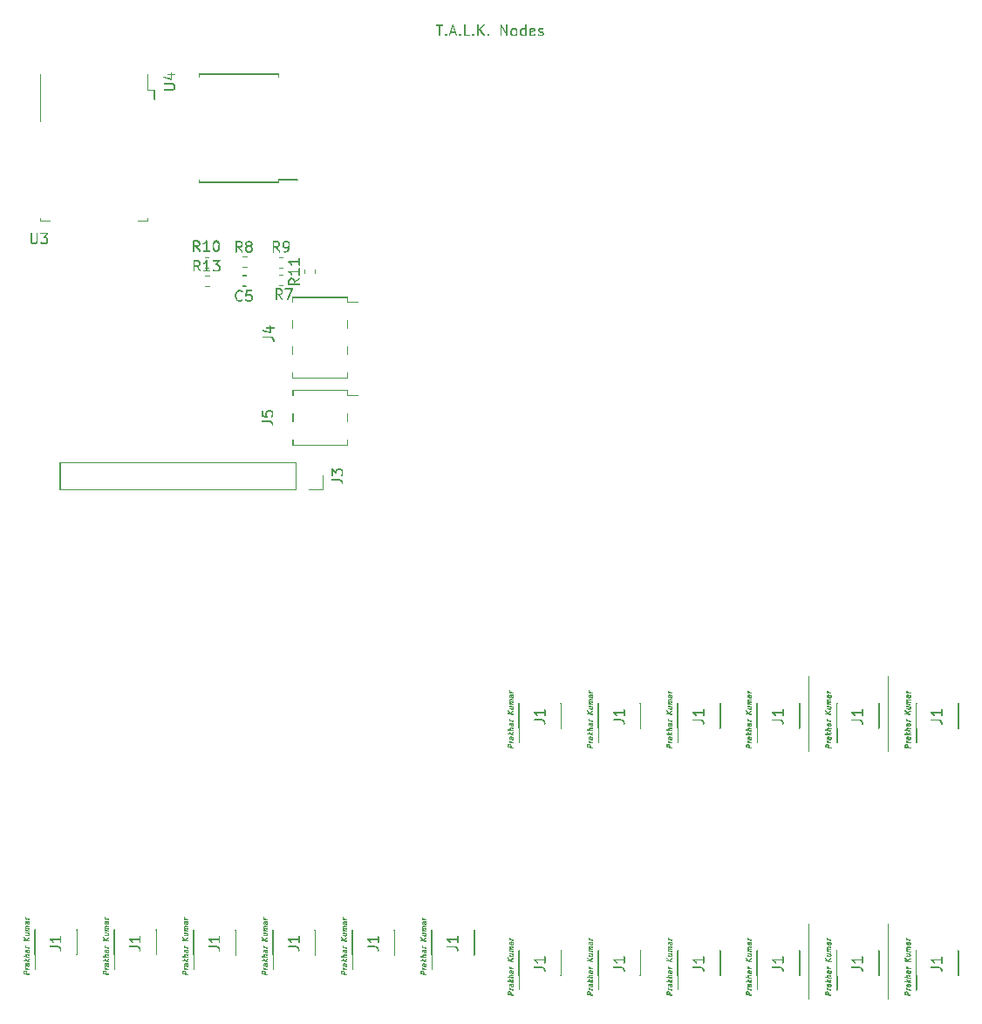
<source format=gto>
%MOIN*%
%OFA0B0*%
%FSLAX44Y44*%
%IPPOS*%
%LPD*%
G36*
X00002238Y00035477D02*
G01*
X00002245Y00035479D01*
X00002252Y00035482D01*
X00002257Y00035487D01*
X00002260Y00035494D01*
X00002262Y00035501D01*
X00002262Y00037301D01*
X00002260Y00037308D01*
X00002257Y00037315D01*
X00002252Y00037320D01*
X00002245Y00037323D01*
X00002238Y00037325D01*
X00002231Y00037323D01*
X00002224Y00037320D01*
X00002219Y00037315D01*
X00002216Y00037308D01*
X00002214Y00037301D01*
X00002214Y00035501D01*
X00002216Y00035494D01*
X00002219Y00035487D01*
X00002224Y00035482D01*
X00002231Y00035479D01*
X00002238Y00035477D01*
G37*
G36*
X00006587Y00036327D02*
G01*
X00006594Y00036329D01*
X00006602Y00036332D01*
X00006606Y00036337D01*
X00006610Y00036344D01*
X00006612Y00036351D01*
X00006612Y00036701D01*
X00006610Y00036708D01*
X00006606Y00036715D01*
X00006602Y00036720D01*
X00006594Y00036723D01*
X00006587Y00036725D01*
X00006581Y00036723D01*
X00006574Y00036720D01*
X00006569Y00036715D01*
X00006566Y00036708D01*
X00006563Y00036701D01*
X00006563Y00036351D01*
X00006566Y00036344D01*
X00006569Y00036337D01*
X00006574Y00036332D01*
X00006581Y00036329D01*
X00006587Y00036327D01*
G37*
G36*
X00006587Y00036677D02*
G01*
X00006594Y00036679D01*
X00006602Y00036682D01*
X00006606Y00036687D01*
X00006610Y00036694D01*
X00006612Y00036701D01*
X00006610Y00036708D01*
X00006606Y00036715D01*
X00006602Y00036720D01*
X00006594Y00036723D01*
X00006587Y00036725D01*
X00006338Y00036725D01*
X00006331Y00036723D01*
X00006324Y00036720D01*
X00006318Y00036715D01*
X00006315Y00036708D01*
X00006314Y00036701D01*
X00006315Y00036694D01*
X00006318Y00036687D01*
X00006324Y00036682D01*
X00006331Y00036679D01*
X00006338Y00036677D01*
X00006587Y00036677D01*
G37*
G36*
X00006338Y00036677D02*
G01*
X00006344Y00036679D01*
X00006351Y00036682D01*
X00006357Y00036687D01*
X00006360Y00036694D01*
X00006362Y00036701D01*
X00006362Y00037301D01*
X00006360Y00037308D01*
X00006357Y00037315D01*
X00006351Y00037320D01*
X00006344Y00037323D01*
X00006338Y00037325D01*
X00006331Y00037323D01*
X00006324Y00037320D01*
X00006318Y00037315D01*
X00006315Y00037308D01*
X00006314Y00037301D01*
X00006314Y00036701D01*
X00006315Y00036694D01*
X00006318Y00036687D01*
X00006324Y00036682D01*
X00006331Y00036679D01*
X00006338Y00036677D01*
G37*
G36*
X00002238Y00031676D02*
G01*
X00002245Y00031679D01*
X00002252Y00031682D01*
X00002257Y00031687D01*
X00002260Y00031694D01*
X00002262Y00031701D01*
X00002262Y00031800D01*
X00002260Y00031808D01*
X00002257Y00031815D01*
X00002252Y00031820D01*
X00002245Y00031823D01*
X00002238Y00031825D01*
X00002231Y00031823D01*
X00002224Y00031820D01*
X00002219Y00031815D01*
X00002216Y00031808D01*
X00002214Y00031800D01*
X00002214Y00031701D01*
X00002216Y00031694D01*
X00002219Y00031687D01*
X00002224Y00031682D01*
X00002231Y00031679D01*
X00002238Y00031676D01*
G37*
G36*
X00006338Y00031676D02*
G01*
X00006344Y00031679D01*
X00006351Y00031682D01*
X00006357Y00031687D01*
X00006360Y00031694D01*
X00006362Y00031701D01*
X00006360Y00031707D01*
X00006357Y00031715D01*
X00006351Y00031720D01*
X00006344Y00031723D01*
X00006338Y00031725D01*
X00005988Y00031725D01*
X00005981Y00031723D01*
X00005974Y00031720D01*
X00005969Y00031715D01*
X00005965Y00031707D01*
X00005964Y00031701D01*
X00005965Y00031694D01*
X00005969Y00031687D01*
X00005974Y00031682D01*
X00005981Y00031679D01*
X00005988Y00031676D01*
X00006338Y00031676D01*
G37*
G36*
X00006338Y00031676D02*
G01*
X00006344Y00031679D01*
X00006351Y00031682D01*
X00006357Y00031687D01*
X00006360Y00031694D01*
X00006362Y00031701D01*
X00006362Y00031800D01*
X00006360Y00031808D01*
X00006357Y00031815D01*
X00006351Y00031820D01*
X00006344Y00031823D01*
X00006338Y00031825D01*
X00006331Y00031823D01*
X00006324Y00031820D01*
X00006318Y00031815D01*
X00006315Y00031808D01*
X00006314Y00031800D01*
X00006314Y00031701D01*
X00006315Y00031694D01*
X00006318Y00031687D01*
X00006324Y00031682D01*
X00006331Y00031679D01*
X00006338Y00031676D01*
G37*
G36*
X00002587Y00031676D02*
G01*
X00002595Y00031679D01*
X00002602Y00031682D01*
X00002607Y00031687D01*
X00002610Y00031694D01*
X00002612Y00031701D01*
X00002610Y00031707D01*
X00002607Y00031715D01*
X00002602Y00031720D01*
X00002595Y00031723D01*
X00002587Y00031725D01*
X00002238Y00031725D01*
X00002231Y00031723D01*
X00002224Y00031720D01*
X00002219Y00031715D01*
X00002216Y00031707D01*
X00002214Y00031701D01*
X00002216Y00031694D01*
X00002219Y00031687D01*
X00002224Y00031682D01*
X00002231Y00031679D01*
X00002238Y00031676D01*
X00002587Y00031676D01*
G37*
G36*
X00008666Y00030279D02*
G01*
X00008674Y00030280D01*
X00008680Y00030284D01*
X00008686Y00030289D01*
X00008689Y00030296D01*
X00008690Y00030303D01*
X00008689Y00030310D01*
X00008686Y00030317D01*
X00008680Y00030322D01*
X00008674Y00030324D01*
X00008666Y00030327D01*
X00008532Y00030327D01*
X00008524Y00030324D01*
X00008518Y00030322D01*
X00008512Y00030317D01*
X00008509Y00030310D01*
X00008508Y00030303D01*
X00008509Y00030296D01*
X00008512Y00030289D01*
X00008518Y00030284D01*
X00008524Y00030280D01*
X00008532Y00030279D01*
X00008666Y00030279D01*
G37*
G36*
X00008666Y00029878D02*
G01*
X00008674Y00029878D01*
X00008680Y00029882D01*
X00008686Y00029887D01*
X00008689Y00029894D01*
X00008690Y00029901D01*
X00008689Y00029909D01*
X00008686Y00029915D01*
X00008680Y00029920D01*
X00008674Y00029924D01*
X00008666Y00029925D01*
X00008532Y00029925D01*
X00008524Y00029924D01*
X00008518Y00029920D01*
X00008512Y00029915D01*
X00008509Y00029909D01*
X00008508Y00029901D01*
X00008509Y00029894D01*
X00008512Y00029887D01*
X00008518Y00029882D01*
X00008524Y00029878D01*
X00008532Y00029878D01*
X00008666Y00029878D01*
G37*
G36*
X00012741Y00029681D02*
G01*
X00012748Y00029682D01*
X00012755Y00029686D01*
X00012759Y00029691D01*
X00012763Y00029698D01*
X00012763Y00029705D01*
X00012763Y00029840D01*
X00012763Y00029847D01*
X00012759Y00029854D01*
X00012755Y00029859D01*
X00012748Y00029862D01*
X00012741Y00029863D01*
X00012733Y00029862D01*
X00012727Y00029859D01*
X00012722Y00029854D01*
X00012718Y00029847D01*
X00012717Y00029840D01*
X00012717Y00029705D01*
X00012718Y00029698D01*
X00012722Y00029691D01*
X00012727Y00029686D01*
X00012733Y00029682D01*
X00012741Y00029681D01*
G37*
G36*
X00012339Y00029681D02*
G01*
X00012346Y00029682D01*
X00012353Y00029686D01*
X00012358Y00029691D01*
X00012362Y00029698D01*
X00012363Y00029705D01*
X00012363Y00029840D01*
X00012362Y00029847D01*
X00012358Y00029854D01*
X00012353Y00029859D01*
X00012346Y00029862D01*
X00012339Y00029863D01*
X00012332Y00029862D01*
X00012325Y00029859D01*
X00012320Y00029854D01*
X00012317Y00029847D01*
X00012316Y00029840D01*
X00012316Y00029705D01*
X00012317Y00029698D01*
X00012320Y00029691D01*
X00012325Y00029686D01*
X00012332Y00029682D01*
X00012339Y00029681D01*
G37*
G36*
X00014363Y00028569D02*
G01*
X00014370Y00028571D01*
X00014377Y00028574D01*
X00014382Y00028579D01*
X00014384Y00028586D01*
X00014386Y00028593D01*
X00014384Y00028600D01*
X00014382Y00028607D01*
X00014377Y00028612D01*
X00014370Y00028616D01*
X00014363Y00028617D01*
X00013960Y00028617D01*
X00013954Y00028616D01*
X00013947Y00028612D01*
X00013942Y00028607D01*
X00013939Y00028600D01*
X00013938Y00028593D01*
X00013939Y00028586D01*
X00013942Y00028579D01*
X00013947Y00028574D01*
X00013954Y00028571D01*
X00013960Y00028569D01*
X00014363Y00028569D01*
G37*
G36*
X00013960Y00028569D02*
G01*
X00013967Y00028571D01*
X00013975Y00028574D01*
X00013979Y00028579D01*
X00013984Y00028586D01*
X00013985Y00028593D01*
X00013985Y00028783D01*
X00013984Y00028791D01*
X00013979Y00028798D01*
X00013975Y00028803D01*
X00013967Y00028807D01*
X00013960Y00028807D01*
X00013954Y00028807D01*
X00013947Y00028803D01*
X00013942Y00028798D01*
X00013939Y00028791D01*
X00013938Y00028783D01*
X00013938Y00028593D01*
X00013939Y00028586D01*
X00013942Y00028579D01*
X00013947Y00028574D01*
X00013954Y00028571D01*
X00013960Y00028569D01*
G37*
G36*
X00013960Y00028760D02*
G01*
X00013967Y00028762D01*
X00013975Y00028764D01*
X00013979Y00028769D01*
X00013984Y00028777D01*
X00013985Y00028783D01*
X00013984Y00028791D01*
X00013979Y00028798D01*
X00013975Y00028803D01*
X00013967Y00028807D01*
X00013960Y00028807D01*
X00011875Y00028807D01*
X00011867Y00028807D01*
X00011861Y00028803D01*
X00011855Y00028798D01*
X00011852Y00028791D01*
X00011851Y00028783D01*
X00011852Y00028777D01*
X00011855Y00028769D01*
X00011861Y00028764D01*
X00011867Y00028762D01*
X00011875Y00028760D01*
X00013960Y00028760D01*
G37*
G36*
X00011875Y00028569D02*
G01*
X00011882Y00028571D01*
X00011888Y00028574D01*
X00011894Y00028579D01*
X00011897Y00028586D01*
X00011898Y00028593D01*
X00011898Y00028783D01*
X00011897Y00028791D01*
X00011894Y00028798D01*
X00011888Y00028803D01*
X00011882Y00028807D01*
X00011875Y00028807D01*
X00011867Y00028807D01*
X00011861Y00028803D01*
X00011855Y00028798D01*
X00011852Y00028791D01*
X00011851Y00028783D01*
X00011851Y00028593D01*
X00011852Y00028586D01*
X00011855Y00028579D01*
X00011861Y00028574D01*
X00011867Y00028571D01*
X00011875Y00028569D01*
G37*
G36*
X00013960Y00025674D02*
G01*
X00013967Y00025674D01*
X00013975Y00025678D01*
X00013979Y00025684D01*
X00013984Y00025690D01*
X00013985Y00025697D01*
X00013985Y00025887D01*
X00013984Y00025895D01*
X00013979Y00025902D01*
X00013975Y00025907D01*
X00013967Y00025911D01*
X00013960Y00025912D01*
X00013954Y00025911D01*
X00013947Y00025907D01*
X00013942Y00025902D01*
X00013939Y00025895D01*
X00013938Y00025887D01*
X00013938Y00025697D01*
X00013939Y00025690D01*
X00013942Y00025684D01*
X00013947Y00025678D01*
X00013954Y00025674D01*
X00013960Y00025674D01*
G37*
G36*
X00013960Y00025674D02*
G01*
X00013967Y00025674D01*
X00013975Y00025678D01*
X00013979Y00025684D01*
X00013984Y00025690D01*
X00013985Y00025697D01*
X00013984Y00025705D01*
X00013979Y00025711D01*
X00013975Y00025717D01*
X00013967Y00025720D01*
X00013960Y00025721D01*
X00011875Y00025721D01*
X00011867Y00025720D01*
X00011861Y00025717D01*
X00011855Y00025711D01*
X00011852Y00025705D01*
X00011851Y00025697D01*
X00011852Y00025690D01*
X00011855Y00025684D01*
X00011861Y00025678D01*
X00011867Y00025674D01*
X00011875Y00025674D01*
X00013960Y00025674D01*
G37*
G36*
X00011875Y00025674D02*
G01*
X00011882Y00025674D01*
X00011888Y00025678D01*
X00011894Y00025684D01*
X00011897Y00025690D01*
X00011898Y00025697D01*
X00011898Y00025887D01*
X00011897Y00025895D01*
X00011894Y00025902D01*
X00011888Y00025907D01*
X00011882Y00025911D01*
X00011875Y00025912D01*
X00011867Y00025911D01*
X00011861Y00025907D01*
X00011855Y00025902D01*
X00011852Y00025895D01*
X00011851Y00025887D01*
X00011851Y00025697D01*
X00011852Y00025690D01*
X00011855Y00025684D01*
X00011861Y00025678D01*
X00011867Y00025674D01*
X00011875Y00025674D01*
G37*
G36*
X00013960Y00027569D02*
G01*
X00013967Y00027571D01*
X00013975Y00027574D01*
X00013979Y00027578D01*
X00013984Y00027586D01*
X00013985Y00027593D01*
X00013985Y00027888D01*
X00013984Y00027896D01*
X00013979Y00027902D01*
X00013975Y00027907D01*
X00013967Y00027911D01*
X00013960Y00027912D01*
X00013954Y00027911D01*
X00013947Y00027907D01*
X00013942Y00027902D01*
X00013939Y00027896D01*
X00013938Y00027888D01*
X00013938Y00027593D01*
X00013939Y00027586D01*
X00013942Y00027578D01*
X00013947Y00027574D01*
X00013954Y00027571D01*
X00013960Y00027569D01*
G37*
G36*
X00011875Y00027569D02*
G01*
X00011882Y00027571D01*
X00011888Y00027574D01*
X00011894Y00027578D01*
X00011897Y00027586D01*
X00011898Y00027593D01*
X00011898Y00027888D01*
X00011897Y00027896D01*
X00011894Y00027902D01*
X00011888Y00027907D01*
X00011882Y00027911D01*
X00011875Y00027912D01*
X00011867Y00027911D01*
X00011861Y00027907D01*
X00011855Y00027902D01*
X00011852Y00027896D01*
X00011851Y00027888D01*
X00011851Y00027593D01*
X00011852Y00027586D01*
X00011855Y00027578D01*
X00011861Y00027574D01*
X00011867Y00027571D01*
X00011875Y00027569D01*
G37*
G36*
X00013960Y00026568D02*
G01*
X00013967Y00026570D01*
X00013975Y00026574D01*
X00013979Y00026579D01*
X00013984Y00026586D01*
X00013985Y00026593D01*
X00013985Y00026888D01*
X00013984Y00026896D01*
X00013979Y00026902D01*
X00013975Y00026907D01*
X00013967Y00026911D01*
X00013960Y00026911D01*
X00013954Y00026911D01*
X00013947Y00026907D01*
X00013942Y00026902D01*
X00013939Y00026896D01*
X00013938Y00026888D01*
X00013938Y00026593D01*
X00013939Y00026586D01*
X00013942Y00026579D01*
X00013947Y00026574D01*
X00013954Y00026570D01*
X00013960Y00026568D01*
G37*
G36*
X00011875Y00026568D02*
G01*
X00011882Y00026570D01*
X00011888Y00026574D01*
X00011894Y00026579D01*
X00011897Y00026586D01*
X00011898Y00026593D01*
X00011898Y00026888D01*
X00011897Y00026896D01*
X00011894Y00026902D01*
X00011888Y00026907D01*
X00011882Y00026911D01*
X00011875Y00026911D01*
X00011867Y00026911D01*
X00011861Y00026907D01*
X00011855Y00026902D01*
X00011852Y00026896D01*
X00011851Y00026888D01*
X00011851Y00026593D01*
X00011852Y00026586D01*
X00011855Y00026579D01*
X00011861Y00026574D01*
X00011867Y00026570D01*
X00011875Y00026568D01*
G37*
G36*
X00010118Y00030305D02*
G01*
X00010125Y00030306D01*
X00010132Y00030310D01*
X00010137Y00030315D01*
X00010140Y00030322D01*
X00010142Y00030328D01*
X00010140Y00030336D01*
X00010137Y00030343D01*
X00010132Y00030348D01*
X00010125Y00030351D01*
X00010118Y00030353D01*
X00009983Y00030353D01*
X00009976Y00030351D01*
X00009969Y00030348D01*
X00009964Y00030343D01*
X00009961Y00030336D01*
X00009960Y00030328D01*
X00009961Y00030322D01*
X00009964Y00030315D01*
X00009969Y00030310D01*
X00009976Y00030306D01*
X00009983Y00030305D01*
X00010118Y00030305D01*
G37*
G36*
X00010118Y00029904D02*
G01*
X00010125Y00029905D01*
X00010132Y00029908D01*
X00010137Y00029913D01*
X00010140Y00029920D01*
X00010142Y00029927D01*
X00010140Y00029935D01*
X00010137Y00029941D01*
X00010132Y00029946D01*
X00010125Y00029950D01*
X00010118Y00029951D01*
X00009983Y00029951D01*
X00009976Y00029950D01*
X00009969Y00029946D01*
X00009964Y00029941D01*
X00009961Y00029935D01*
X00009960Y00029927D01*
X00009961Y00029920D01*
X00009964Y00029913D01*
X00009969Y00029908D01*
X00009976Y00029905D01*
X00009983Y00029904D01*
X00010118Y00029904D01*
G37*
G36*
X00014370Y00025009D02*
G01*
X00014378Y00025010D01*
X00014383Y00025014D01*
X00014389Y00025019D01*
X00014393Y00025026D01*
X00014393Y00025033D01*
X00014393Y00025040D01*
X00014389Y00025047D01*
X00014383Y00025052D01*
X00014378Y00025055D01*
X00014370Y00025057D01*
X00013969Y00025057D01*
X00013960Y00025055D01*
X00013955Y00025052D01*
X00013950Y00025047D01*
X00013946Y00025040D01*
X00013945Y00025033D01*
X00013946Y00025026D01*
X00013950Y00025019D01*
X00013955Y00025014D01*
X00013960Y00025010D01*
X00013969Y00025009D01*
X00014370Y00025009D01*
G37*
G36*
X00013969Y00025009D02*
G01*
X00013975Y00025010D01*
X00013983Y00025014D01*
X00013988Y00025019D01*
X00013991Y00025026D01*
X00013992Y00025033D01*
X00013992Y00025224D01*
X00013991Y00025231D01*
X00013988Y00025238D01*
X00013983Y00025243D01*
X00013975Y00025246D01*
X00013969Y00025247D01*
X00013960Y00025246D01*
X00013955Y00025243D01*
X00013950Y00025238D01*
X00013946Y00025231D01*
X00013945Y00025224D01*
X00013945Y00025033D01*
X00013946Y00025026D01*
X00013950Y00025019D01*
X00013955Y00025014D01*
X00013960Y00025010D01*
X00013969Y00025009D01*
G37*
G36*
X00013969Y00025200D02*
G01*
X00013975Y00025200D01*
X00013983Y00025205D01*
X00013988Y00025210D01*
X00013991Y00025217D01*
X00013992Y00025224D01*
X00013991Y00025231D01*
X00013988Y00025238D01*
X00013983Y00025243D01*
X00013975Y00025246D01*
X00013969Y00025247D01*
X00011882Y00025247D01*
X00011875Y00025246D01*
X00011868Y00025243D01*
X00011863Y00025238D01*
X00011860Y00025231D01*
X00011858Y00025224D01*
X00011860Y00025217D01*
X00011863Y00025210D01*
X00011868Y00025205D01*
X00011875Y00025200D01*
X00011882Y00025200D01*
X00013969Y00025200D01*
G37*
G36*
X00011882Y00025009D02*
G01*
X00011889Y00025010D01*
X00011896Y00025014D01*
X00011901Y00025019D01*
X00011904Y00025026D01*
X00011906Y00025033D01*
X00011906Y00025224D01*
X00011904Y00025231D01*
X00011901Y00025238D01*
X00011896Y00025243D01*
X00011889Y00025246D01*
X00011882Y00025247D01*
X00011875Y00025246D01*
X00011868Y00025243D01*
X00011863Y00025238D01*
X00011860Y00025231D01*
X00011858Y00025224D01*
X00011858Y00025033D01*
X00011860Y00025026D01*
X00011863Y00025019D01*
X00011868Y00025014D01*
X00011875Y00025010D01*
X00011882Y00025009D01*
G37*
G36*
X00013969Y00023114D02*
G01*
X00013975Y00023115D01*
X00013983Y00023118D01*
X00013988Y00023123D01*
X00013991Y00023130D01*
X00013992Y00023137D01*
X00013992Y00023328D01*
X00013991Y00023335D01*
X00013988Y00023342D01*
X00013983Y00023347D01*
X00013975Y00023351D01*
X00013969Y00023352D01*
X00013960Y00023351D01*
X00013955Y00023347D01*
X00013950Y00023342D01*
X00013946Y00023335D01*
X00013945Y00023328D01*
X00013945Y00023137D01*
X00013946Y00023130D01*
X00013950Y00023123D01*
X00013955Y00023118D01*
X00013960Y00023115D01*
X00013969Y00023114D01*
G37*
G36*
X00013969Y00023114D02*
G01*
X00013975Y00023115D01*
X00013983Y00023118D01*
X00013988Y00023123D01*
X00013991Y00023130D01*
X00013992Y00023137D01*
X00013991Y00023144D01*
X00013988Y00023151D01*
X00013983Y00023156D01*
X00013975Y00023160D01*
X00013969Y00023161D01*
X00011882Y00023161D01*
X00011875Y00023160D01*
X00011868Y00023156D01*
X00011863Y00023151D01*
X00011860Y00023144D01*
X00011858Y00023137D01*
X00011860Y00023130D01*
X00011863Y00023123D01*
X00011868Y00023118D01*
X00011875Y00023115D01*
X00011882Y00023114D01*
X00013969Y00023114D01*
G37*
G36*
X00011882Y00023114D02*
G01*
X00011889Y00023115D01*
X00011896Y00023118D01*
X00011901Y00023123D01*
X00011904Y00023130D01*
X00011906Y00023137D01*
X00011906Y00023328D01*
X00011904Y00023335D01*
X00011901Y00023342D01*
X00011896Y00023347D01*
X00011889Y00023351D01*
X00011882Y00023352D01*
X00011875Y00023351D01*
X00011868Y00023347D01*
X00011863Y00023342D01*
X00011860Y00023335D01*
X00011858Y00023328D01*
X00011858Y00023137D01*
X00011860Y00023130D01*
X00011863Y00023123D01*
X00011868Y00023118D01*
X00011875Y00023115D01*
X00011882Y00023114D01*
G37*
G36*
X00013969Y00024009D02*
G01*
X00013975Y00024009D01*
X00013983Y00024014D01*
X00013988Y00024019D01*
X00013991Y00024026D01*
X00013992Y00024033D01*
X00013992Y00024328D01*
X00013991Y00024335D01*
X00013988Y00024342D01*
X00013983Y00024347D01*
X00013975Y00024351D01*
X00013969Y00024352D01*
X00013960Y00024351D01*
X00013955Y00024347D01*
X00013950Y00024342D01*
X00013946Y00024335D01*
X00013945Y00024328D01*
X00013945Y00024033D01*
X00013946Y00024026D01*
X00013950Y00024019D01*
X00013955Y00024014D01*
X00013960Y00024009D01*
X00013969Y00024009D01*
G37*
G36*
X00011882Y00024009D02*
G01*
X00011889Y00024009D01*
X00011896Y00024014D01*
X00011901Y00024019D01*
X00011904Y00024026D01*
X00011906Y00024033D01*
X00011906Y00024328D01*
X00011904Y00024335D01*
X00011901Y00024342D01*
X00011896Y00024347D01*
X00011889Y00024351D01*
X00011882Y00024352D01*
X00011875Y00024351D01*
X00011868Y00024347D01*
X00011863Y00024342D01*
X00011860Y00024335D01*
X00011858Y00024328D01*
X00011858Y00024033D01*
X00011860Y00024026D01*
X00011863Y00024019D01*
X00011868Y00024014D01*
X00011875Y00024009D01*
X00011882Y00024009D01*
G37*
G36*
X00008689Y00029572D02*
G01*
X00008696Y00029573D01*
X00008703Y00029575D01*
X00008708Y00029582D01*
X00008711Y00029588D01*
X00008712Y00029594D01*
X00008711Y00029603D01*
X00008708Y00029608D01*
X00008703Y00029615D01*
X00008696Y00029618D01*
X00008689Y00029619D01*
X00008554Y00029619D01*
X00008547Y00029618D01*
X00008540Y00029615D01*
X00008535Y00029608D01*
X00008532Y00029603D01*
X00008530Y00029594D01*
X00008532Y00029588D01*
X00008535Y00029582D01*
X00008540Y00029575D01*
X00008547Y00029573D01*
X00008554Y00029572D01*
X00008689Y00029572D01*
G37*
G36*
X00008689Y00029169D02*
G01*
X00008696Y00029171D01*
X00008703Y00029175D01*
X00008708Y00029180D01*
X00008711Y00029187D01*
X00008712Y00029194D01*
X00008711Y00029201D01*
X00008708Y00029208D01*
X00008703Y00029213D01*
X00008696Y00029216D01*
X00008689Y00029218D01*
X00008554Y00029218D01*
X00008547Y00029216D01*
X00008540Y00029213D01*
X00008535Y00029208D01*
X00008532Y00029201D01*
X00008530Y00029194D01*
X00008532Y00029187D01*
X00008535Y00029180D01*
X00008540Y00029175D01*
X00008547Y00029171D01*
X00008554Y00029169D01*
X00008689Y00029169D01*
G37*
G36*
X00009813Y00037294D02*
G01*
X00009820Y00037295D01*
X00009827Y00037298D01*
X00009832Y00037303D01*
X00009835Y00037310D01*
X00009836Y00037317D01*
X00009835Y00037324D01*
X00009832Y00037331D01*
X00009827Y00037336D01*
X00009820Y00037340D01*
X00009813Y00037341D01*
X00008293Y00037341D01*
X00008286Y00037340D01*
X00008279Y00037336D01*
X00008274Y00037331D01*
X00008271Y00037324D01*
X00008269Y00037317D01*
X00008271Y00037310D01*
X00008274Y00037303D01*
X00008279Y00037298D01*
X00008286Y00037295D01*
X00008293Y00037294D01*
X00009813Y00037294D01*
G37*
G36*
X00008293Y00037193D02*
G01*
X00008300Y00037194D01*
X00008307Y00037198D01*
X00008312Y00037203D01*
X00008316Y00037209D01*
X00008317Y00037217D01*
X00008317Y00037317D01*
X00008316Y00037324D01*
X00008312Y00037331D01*
X00008307Y00037336D01*
X00008300Y00037340D01*
X00008293Y00037341D01*
X00008286Y00037340D01*
X00008279Y00037336D01*
X00008274Y00037331D01*
X00008271Y00037324D01*
X00008269Y00037317D01*
X00008269Y00037217D01*
X00008271Y00037209D01*
X00008274Y00037203D01*
X00008279Y00037198D01*
X00008286Y00037194D01*
X00008293Y00037193D01*
G37*
G36*
X00011332Y00037294D02*
G01*
X00011339Y00037295D01*
X00011346Y00037298D01*
X00011352Y00037303D01*
X00011355Y00037310D01*
X00011356Y00037317D01*
X00011355Y00037324D01*
X00011352Y00037331D01*
X00011346Y00037336D01*
X00011339Y00037340D01*
X00011332Y00037341D01*
X00009813Y00037341D01*
X00009805Y00037340D01*
X00009799Y00037336D01*
X00009794Y00037331D01*
X00009790Y00037324D01*
X00009789Y00037317D01*
X00009790Y00037310D01*
X00009794Y00037303D01*
X00009799Y00037298D01*
X00009805Y00037295D01*
X00009813Y00037294D01*
X00011332Y00037294D01*
G37*
G36*
X00011332Y00037193D02*
G01*
X00011339Y00037194D01*
X00011346Y00037198D01*
X00011352Y00037203D01*
X00011355Y00037209D01*
X00011356Y00037217D01*
X00011356Y00037317D01*
X00011355Y00037324D01*
X00011352Y00037331D01*
X00011346Y00037336D01*
X00011339Y00037340D01*
X00011332Y00037341D01*
X00011325Y00037340D01*
X00011318Y00037336D01*
X00011313Y00037331D01*
X00011310Y00037324D01*
X00011309Y00037317D01*
X00011309Y00037217D01*
X00011310Y00037209D01*
X00011313Y00037203D01*
X00011318Y00037198D01*
X00011325Y00037194D01*
X00011332Y00037193D01*
G37*
G36*
X00009813Y00033152D02*
G01*
X00009820Y00033153D01*
X00009827Y00033156D01*
X00009832Y00033162D01*
X00009835Y00033168D01*
X00009836Y00033175D01*
X00009835Y00033183D01*
X00009832Y00033189D01*
X00009827Y00033195D01*
X00009820Y00033198D01*
X00009813Y00033199D01*
X00008293Y00033199D01*
X00008286Y00033198D01*
X00008279Y00033195D01*
X00008274Y00033189D01*
X00008271Y00033183D01*
X00008269Y00033175D01*
X00008271Y00033168D01*
X00008274Y00033162D01*
X00008279Y00033156D01*
X00008286Y00033153D01*
X00008293Y00033152D01*
X00009813Y00033152D01*
G37*
G36*
X00008293Y00033152D02*
G01*
X00008300Y00033153D01*
X00008307Y00033156D01*
X00008312Y00033162D01*
X00008316Y00033168D01*
X00008317Y00033175D01*
X00008317Y00033276D01*
X00008316Y00033283D01*
X00008312Y00033290D01*
X00008307Y00033295D01*
X00008300Y00033298D01*
X00008293Y00033299D01*
X00008286Y00033298D01*
X00008279Y00033295D01*
X00008274Y00033290D01*
X00008271Y00033283D01*
X00008269Y00033276D01*
X00008269Y00033175D01*
X00008271Y00033168D01*
X00008274Y00033162D01*
X00008279Y00033156D01*
X00008286Y00033153D01*
X00008293Y00033152D01*
G37*
G36*
X00011332Y00033152D02*
G01*
X00011339Y00033153D01*
X00011346Y00033156D01*
X00011352Y00033162D01*
X00011355Y00033168D01*
X00011356Y00033175D01*
X00011355Y00033183D01*
X00011352Y00033189D01*
X00011346Y00033195D01*
X00011339Y00033198D01*
X00011332Y00033199D01*
X00009813Y00033199D01*
X00009805Y00033198D01*
X00009799Y00033195D01*
X00009794Y00033189D01*
X00009790Y00033183D01*
X00009789Y00033175D01*
X00009790Y00033168D01*
X00009794Y00033162D01*
X00009799Y00033156D01*
X00009805Y00033153D01*
X00009813Y00033152D01*
X00011332Y00033152D01*
G37*
G36*
X00011332Y00033152D02*
G01*
X00011339Y00033153D01*
X00011346Y00033156D01*
X00011352Y00033162D01*
X00011355Y00033168D01*
X00011356Y00033175D01*
X00011356Y00033276D01*
X00011355Y00033283D01*
X00011352Y00033290D01*
X00011346Y00033295D01*
X00011339Y00033298D01*
X00011332Y00033299D01*
X00011325Y00033298D01*
X00011318Y00033295D01*
X00011313Y00033290D01*
X00011310Y00033283D01*
X00011309Y00033276D01*
X00011309Y00033175D01*
X00011310Y00033168D01*
X00011313Y00033162D01*
X00011318Y00033156D01*
X00011325Y00033153D01*
X00011332Y00033152D01*
G37*
G36*
X00012047Y00033252D02*
G01*
X00012054Y00033252D01*
X00012061Y00033256D01*
X00012065Y00033262D01*
X00012069Y00033268D01*
X00012071Y00033276D01*
X00012069Y00033283D01*
X00012065Y00033290D01*
X00012061Y00033295D01*
X00012054Y00033298D01*
X00012047Y00033299D01*
X00011332Y00033299D01*
X00011325Y00033298D01*
X00011318Y00033295D01*
X00011313Y00033290D01*
X00011310Y00033283D01*
X00011309Y00033276D01*
X00011310Y00033268D01*
X00011313Y00033262D01*
X00011318Y00033256D01*
X00011325Y00033252D01*
X00011332Y00033252D01*
X00012047Y00033252D01*
G37*
G36*
X00010092Y00029186D02*
G01*
X00010099Y00029188D01*
X00010106Y00029191D01*
X00010111Y00029196D01*
X00010114Y00029203D01*
X00010115Y00029210D01*
X00010114Y00029217D01*
X00010111Y00029224D01*
X00010106Y00029229D01*
X00010099Y00029232D01*
X00010092Y00029234D01*
X00009957Y00029234D01*
X00009949Y00029232D01*
X00009943Y00029229D01*
X00009938Y00029224D01*
X00009934Y00029217D01*
X00009933Y00029210D01*
X00009934Y00029203D01*
X00009938Y00029196D01*
X00009943Y00029191D01*
X00009949Y00029188D01*
X00009957Y00029186D01*
X00010092Y00029186D01*
G37*
G36*
X00010092Y00029588D02*
G01*
X00010099Y00029589D01*
X00010106Y00029592D01*
X00010111Y00029598D01*
X00010114Y00029604D01*
X00010115Y00029612D01*
X00010114Y00029619D01*
X00010111Y00029625D01*
X00010106Y00029631D01*
X00010099Y00029634D01*
X00010092Y00029634D01*
X00009957Y00029634D01*
X00009949Y00029634D01*
X00009943Y00029631D01*
X00009938Y00029625D01*
X00009934Y00029619D01*
X00009933Y00029612D01*
X00009934Y00029604D01*
X00009938Y00029598D01*
X00009943Y00029592D01*
X00009949Y00029589D01*
X00009957Y00029588D01*
X00010092Y00029588D01*
G37*
G36*
X00011507Y00030273D02*
G01*
X00011514Y00030275D01*
X00011520Y00030278D01*
X00011526Y00030283D01*
X00011529Y00030290D01*
X00011530Y00030297D01*
X00011529Y00030304D01*
X00011526Y00030311D01*
X00011520Y00030316D01*
X00011514Y00030320D01*
X00011507Y00030320D01*
X00011372Y00030320D01*
X00011364Y00030320D01*
X00011358Y00030316D01*
X00011353Y00030311D01*
X00011349Y00030304D01*
X00011348Y00030297D01*
X00011349Y00030290D01*
X00011353Y00030283D01*
X00011358Y00030278D01*
X00011364Y00030275D01*
X00011372Y00030273D01*
X00011507Y00030273D01*
G37*
G36*
X00011507Y00029872D02*
G01*
X00011514Y00029873D01*
X00011520Y00029876D01*
X00011526Y00029882D01*
X00011529Y00029887D01*
X00011530Y00029895D01*
X00011529Y00029903D01*
X00011526Y00029909D01*
X00011520Y00029915D01*
X00011514Y00029918D01*
X00011507Y00029919D01*
X00011372Y00029919D01*
X00011364Y00029918D01*
X00011358Y00029915D01*
X00011353Y00029909D01*
X00011349Y00029903D01*
X00011348Y00029895D01*
X00011349Y00029887D01*
X00011353Y00029882D01*
X00011358Y00029876D01*
X00011364Y00029873D01*
X00011372Y00029872D01*
X00011507Y00029872D01*
G37*
G36*
X00011500Y00029603D02*
G01*
X00011508Y00029604D01*
X00011514Y00029608D01*
X00011519Y00029612D01*
X00011523Y00029620D01*
X00011524Y00029627D01*
X00011523Y00029634D01*
X00011519Y00029641D01*
X00011514Y00029646D01*
X00011508Y00029649D01*
X00011500Y00029651D01*
X00011365Y00029651D01*
X00011358Y00029649D01*
X00011352Y00029646D01*
X00011346Y00029641D01*
X00011343Y00029634D01*
X00011342Y00029627D01*
X00011343Y00029620D01*
X00011346Y00029612D01*
X00011352Y00029608D01*
X00011358Y00029604D01*
X00011365Y00029603D01*
X00011500Y00029603D01*
G37*
G36*
X00011500Y00029202D02*
G01*
X00011508Y00029203D01*
X00011514Y00029206D01*
X00011519Y00029211D01*
X00011523Y00029218D01*
X00011524Y00029225D01*
X00011523Y00029232D01*
X00011519Y00029239D01*
X00011514Y00029244D01*
X00011508Y00029248D01*
X00011500Y00029248D01*
X00011365Y00029248D01*
X00011358Y00029248D01*
X00011352Y00029244D01*
X00011346Y00029239D01*
X00011343Y00029232D01*
X00011342Y00029225D01*
X00011343Y00029218D01*
X00011346Y00029211D01*
X00011352Y00029206D01*
X00011358Y00029203D01*
X00011365Y00029202D01*
X00011500Y00029202D01*
G37*
G36*
X00012001Y00021401D02*
G01*
X00012008Y00021402D01*
X00012014Y00021405D01*
X00012020Y00021410D01*
X00012023Y00021417D01*
X00012024Y00021425D01*
X00012024Y00022472D01*
X00012023Y00022479D01*
X00012020Y00022486D01*
X00012014Y00022491D01*
X00012008Y00022494D01*
X00012001Y00022495D01*
X00011993Y00022494D01*
X00011987Y00022491D01*
X00011981Y00022486D01*
X00011978Y00022479D01*
X00011977Y00022472D01*
X00011977Y00021425D01*
X00011978Y00021417D01*
X00011981Y00021410D01*
X00011987Y00021405D01*
X00011993Y00021402D01*
X00012001Y00021401D01*
G37*
G36*
X00012001Y00022448D02*
G01*
X00012008Y00022449D01*
X00012014Y00022453D01*
X00012020Y00022458D01*
X00012023Y00022465D01*
X00012024Y00022472D01*
X00012023Y00022479D01*
X00012020Y00022486D01*
X00012014Y00022491D01*
X00012008Y00022494D01*
X00012001Y00022495D01*
X00002977Y00022495D01*
X00002970Y00022494D01*
X00002963Y00022491D01*
X00002958Y00022486D01*
X00002954Y00022479D01*
X00002953Y00022472D01*
X00002954Y00022465D01*
X00002958Y00022458D01*
X00002963Y00022453D01*
X00002970Y00022449D01*
X00002977Y00022448D01*
X00012001Y00022448D01*
G37*
G36*
X00002977Y00021401D02*
G01*
X00002984Y00021402D01*
X00002990Y00021405D01*
X00002996Y00021410D01*
X00002999Y00021417D01*
X00003001Y00021425D01*
X00003001Y00022472D01*
X00002999Y00022479D01*
X00002996Y00022486D01*
X00002990Y00022491D01*
X00002984Y00022494D01*
X00002977Y00022495D01*
X00002970Y00022494D01*
X00002963Y00022491D01*
X00002958Y00022486D01*
X00002954Y00022479D01*
X00002953Y00022472D01*
X00002953Y00021425D01*
X00002954Y00021417D01*
X00002958Y00021410D01*
X00002963Y00021405D01*
X00002970Y00021402D01*
X00002977Y00021401D01*
G37*
G36*
X00012001Y00021401D02*
G01*
X00012008Y00021402D01*
X00012014Y00021405D01*
X00012020Y00021410D01*
X00012023Y00021417D01*
X00012024Y00021425D01*
X00012023Y00021432D01*
X00012020Y00021438D01*
X00012014Y00021444D01*
X00012008Y00021447D01*
X00012001Y00021448D01*
X00002977Y00021448D01*
X00002970Y00021447D01*
X00002963Y00021444D01*
X00002958Y00021438D01*
X00002954Y00021432D01*
X00002953Y00021425D01*
X00002954Y00021417D01*
X00002958Y00021410D01*
X00002963Y00021405D01*
X00002970Y00021402D01*
X00002977Y00021401D01*
X00012001Y00021401D01*
G37*
G36*
X00013024Y00021401D02*
G01*
X00013031Y00021402D01*
X00013038Y00021405D01*
X00013043Y00021410D01*
X00013047Y00021417D01*
X00013048Y00021425D01*
X00013047Y00021432D01*
X00013043Y00021438D01*
X00013038Y00021444D01*
X00013031Y00021447D01*
X00013024Y00021448D01*
X00012501Y00021448D01*
X00012493Y00021447D01*
X00012487Y00021444D01*
X00012481Y00021438D01*
X00012478Y00021432D01*
X00012477Y00021425D01*
X00012478Y00021417D01*
X00012481Y00021410D01*
X00012487Y00021405D01*
X00012493Y00021402D01*
X00012501Y00021401D01*
X00013024Y00021401D01*
G37*
G36*
X00013024Y00021401D02*
G01*
X00013031Y00021402D01*
X00013038Y00021405D01*
X00013043Y00021410D01*
X00013047Y00021417D01*
X00013048Y00021425D01*
X00013048Y00021948D01*
X00013047Y00021956D01*
X00013043Y00021962D01*
X00013038Y00021967D01*
X00013031Y00021971D01*
X00013024Y00021972D01*
X00013017Y00021971D01*
X00013010Y00021967D01*
X00013005Y00021962D01*
X00013001Y00021956D01*
X00013001Y00021948D01*
X00013001Y00021425D01*
X00013001Y00021417D01*
X00013005Y00021410D01*
X00013010Y00021405D01*
X00013017Y00021402D01*
X00013024Y00021401D01*
G37*
G36*
X00001877Y00030884D02*
G01*
X00001886Y00030886D01*
X00001894Y00030890D01*
X00001900Y00030896D01*
X00001905Y00030903D01*
X00001905Y00030914D01*
X00001905Y00031232D01*
X00001905Y00031241D01*
X00001900Y00031250D01*
X00001894Y00031256D01*
X00001886Y00031260D01*
X00001877Y00031262D01*
X00001867Y00031260D01*
X00001859Y00031256D01*
X00001852Y00031250D01*
X00001849Y00031241D01*
X00001847Y00031232D01*
X00001847Y00030914D01*
X00001849Y00030903D01*
X00001852Y00030896D01*
X00001859Y00030890D01*
X00001867Y00030886D01*
X00001877Y00030884D01*
G37*
G36*
X00001895Y00030847D02*
G01*
X00001904Y00030848D01*
X00001913Y00030851D01*
X00001918Y00030859D01*
X00001923Y00030867D01*
X00001925Y00030876D01*
X00001923Y00030884D01*
X00001905Y00030923D01*
X00001900Y00030931D01*
X00001894Y00030938D01*
X00001886Y00030942D01*
X00001877Y00030943D01*
X00001867Y00030942D01*
X00001859Y00030938D01*
X00001852Y00030931D01*
X00001849Y00030923D01*
X00001847Y00030914D01*
X00001849Y00030903D01*
X00001849Y00030903D01*
X00001867Y00030867D01*
X00001870Y00030859D01*
X00001878Y00030851D01*
X00001886Y00030848D01*
X00001895Y00030847D01*
G37*
G36*
X00001913Y00030828D02*
G01*
X00001923Y00030828D01*
X00001931Y00030832D01*
X00001938Y00030840D01*
X00001942Y00030848D01*
X00001943Y00030857D01*
X00001942Y00030867D01*
X00001938Y00030875D01*
X00001918Y00030893D01*
X00001918Y00030893D01*
X00001913Y00030900D01*
X00001904Y00030903D01*
X00001895Y00030905D01*
X00001886Y00030903D01*
X00001878Y00030900D01*
X00001870Y00030893D01*
X00001867Y00030884D01*
X00001865Y00030876D01*
X00001867Y00030867D01*
X00001870Y00030859D01*
X00001878Y00030851D01*
X00001897Y00030832D01*
X00001905Y00030828D01*
X00001913Y00030828D01*
G37*
G36*
X00001952Y00030808D02*
G01*
X00001961Y00030811D01*
X00001969Y00030815D01*
X00001975Y00030820D01*
X00001980Y00030830D01*
X00001981Y00030839D01*
X00001980Y00030848D01*
X00001975Y00030855D01*
X00001969Y00030863D01*
X00001961Y00030867D01*
X00001923Y00030884D01*
X00001913Y00030887D01*
X00001905Y00030884D01*
X00001897Y00030881D01*
X00001890Y00030875D01*
X00001886Y00030867D01*
X00001885Y00030857D01*
X00001886Y00030848D01*
X00001890Y00030840D01*
X00001897Y00030832D01*
X00001905Y00030828D01*
X00001942Y00030811D01*
X00001952Y00030808D01*
G37*
G36*
X00002027Y00030808D02*
G01*
X00002036Y00030811D01*
X00002044Y00030815D01*
X00002049Y00030820D01*
X00002055Y00030830D01*
X00002056Y00030839D01*
X00002055Y00030848D01*
X00002049Y00030855D01*
X00002044Y00030863D01*
X00002036Y00030867D01*
X00002027Y00030868D01*
X00001952Y00030868D01*
X00001942Y00030867D01*
X00001933Y00030863D01*
X00001928Y00030855D01*
X00001923Y00030848D01*
X00001922Y00030839D01*
X00001923Y00030830D01*
X00001928Y00030820D01*
X00001933Y00030815D01*
X00001942Y00030811D01*
X00001952Y00030808D01*
X00002027Y00030808D01*
G37*
G36*
X00002027Y00030808D02*
G01*
X00002036Y00030811D01*
X00002073Y00030828D01*
X00002081Y00030832D01*
X00002088Y00030840D01*
X00002092Y00030848D01*
X00002094Y00030857D01*
X00002092Y00030867D01*
X00002088Y00030875D01*
X00002081Y00030881D01*
X00002073Y00030884D01*
X00002064Y00030887D01*
X00002055Y00030884D01*
X00002017Y00030867D01*
X00002009Y00030863D01*
X00002003Y00030855D01*
X00001998Y00030848D01*
X00001996Y00030839D01*
X00001998Y00030830D01*
X00002003Y00030820D01*
X00002009Y00030815D01*
X00002017Y00030811D01*
X00002027Y00030808D01*
G37*
G36*
X00002064Y00030828D02*
G01*
X00002073Y00030828D01*
X00002081Y00030832D01*
X00002088Y00030840D01*
X00002107Y00030859D01*
X00002111Y00030867D01*
X00002112Y00030876D01*
X00002111Y00030884D01*
X00002107Y00030893D01*
X00002100Y00030900D01*
X00002092Y00030903D01*
X00002083Y00030905D01*
X00002074Y00030903D01*
X00002065Y00030900D01*
X00002059Y00030893D01*
X00002039Y00030875D01*
X00002036Y00030867D01*
X00002034Y00030857D01*
X00002036Y00030848D01*
X00002039Y00030840D01*
X00002047Y00030832D01*
X00002055Y00030828D01*
X00002064Y00030828D01*
G37*
G36*
X00002083Y00030847D02*
G01*
X00002092Y00030848D01*
X00002100Y00030851D01*
X00002107Y00030859D01*
X00002111Y00030867D01*
X00002129Y00030903D01*
X00002130Y00030903D01*
X00002131Y00030914D01*
X00002130Y00030923D01*
X00002125Y00030931D01*
X00002119Y00030938D01*
X00002111Y00030942D01*
X00002102Y00030943D01*
X00002092Y00030942D01*
X00002084Y00030938D01*
X00002078Y00030931D01*
X00002073Y00030923D01*
X00002055Y00030884D01*
X00002053Y00030876D01*
X00002055Y00030867D01*
X00002059Y00030859D01*
X00002065Y00030851D01*
X00002074Y00030848D01*
X00002083Y00030847D01*
G37*
G36*
X00002102Y00030884D02*
G01*
X00002111Y00030886D01*
X00002119Y00030890D01*
X00002125Y00030896D01*
X00002130Y00030903D01*
X00002131Y00030914D01*
X00002131Y00031232D01*
X00002130Y00031241D01*
X00002125Y00031250D01*
X00002119Y00031256D01*
X00002111Y00031260D01*
X00002102Y00031262D01*
X00002092Y00031260D01*
X00002084Y00031256D01*
X00002078Y00031250D01*
X00002073Y00031241D01*
X00002072Y00031232D01*
X00002072Y00030914D01*
X00002073Y00030903D01*
X00002078Y00030896D01*
X00002084Y00030890D01*
X00002092Y00030886D01*
X00002102Y00030884D01*
G37*
G36*
X00002495Y00031203D02*
G01*
X00002504Y00031204D01*
X00002513Y00031208D01*
X00002519Y00031215D01*
X00002523Y00031223D01*
X00002525Y00031232D01*
X00002523Y00031241D01*
X00002519Y00031250D01*
X00002513Y00031256D01*
X00002504Y00031260D01*
X00002495Y00031262D01*
X00002252Y00031262D01*
X00002242Y00031260D01*
X00002234Y00031256D01*
X00002228Y00031250D01*
X00002223Y00031241D01*
X00002222Y00031232D01*
X00002223Y00031223D01*
X00002228Y00031215D01*
X00002234Y00031208D01*
X00002242Y00031204D01*
X00002252Y00031203D01*
X00002495Y00031203D01*
G37*
G36*
X00002364Y00031052D02*
G01*
X00002373Y00031054D01*
X00002381Y00031058D01*
X00002388Y00031064D01*
X00002519Y00031215D01*
X00002523Y00031223D01*
X00002525Y00031232D01*
X00002523Y00031241D01*
X00002519Y00031250D01*
X00002513Y00031256D01*
X00002504Y00031260D01*
X00002495Y00031262D01*
X00002486Y00031260D01*
X00002478Y00031256D01*
X00002471Y00031250D01*
X00002340Y00031099D01*
X00002336Y00031091D01*
X00002335Y00031082D01*
X00002336Y00031072D01*
X00002340Y00031064D01*
X00002347Y00031058D01*
X00002355Y00031054D01*
X00002364Y00031052D01*
G37*
G36*
X00002420Y00031052D02*
G01*
X00002429Y00031054D01*
X00002438Y00031058D01*
X00002444Y00031064D01*
X00002448Y00031072D01*
X00002450Y00031082D01*
X00002448Y00031091D01*
X00002444Y00031099D01*
X00002438Y00031105D01*
X00002429Y00031110D01*
X00002420Y00031112D01*
X00002364Y00031112D01*
X00002355Y00031110D01*
X00002347Y00031105D01*
X00002340Y00031099D01*
X00002336Y00031091D01*
X00002335Y00031082D01*
X00002336Y00031072D01*
X00002340Y00031064D01*
X00002347Y00031058D01*
X00002355Y00031054D01*
X00002364Y00031052D01*
X00002420Y00031052D01*
G37*
G36*
X00002458Y00031034D02*
G01*
X00002467Y00031036D01*
X00002475Y00031040D01*
X00002482Y00031046D01*
X00002486Y00031054D01*
X00002487Y00031064D01*
X00002486Y00031072D01*
X00002482Y00031081D01*
X00002475Y00031086D01*
X00002467Y00031092D01*
X00002429Y00031110D01*
X00002420Y00031112D01*
X00002411Y00031110D01*
X00002403Y00031105D01*
X00002396Y00031099D01*
X00002392Y00031091D01*
X00002391Y00031082D01*
X00002392Y00031072D01*
X00002396Y00031064D01*
X00002403Y00031058D01*
X00002411Y00031054D01*
X00002449Y00031036D01*
X00002458Y00031034D01*
G37*
G36*
X00002477Y00031015D02*
G01*
X00002486Y00031017D01*
X00002494Y00031021D01*
X00002500Y00031027D01*
X00002505Y00031036D01*
X00002506Y00031044D01*
X00002505Y00031054D01*
X00002500Y00031062D01*
X00002494Y00031068D01*
X00002482Y00031081D01*
X00002482Y00031081D01*
X00002475Y00031086D01*
X00002467Y00031092D01*
X00002458Y00031093D01*
X00002449Y00031092D01*
X00002440Y00031086D01*
X00002434Y00031081D01*
X00002430Y00031072D01*
X00002428Y00031064D01*
X00002430Y00031054D01*
X00002434Y00031046D01*
X00002440Y00031040D01*
X00002453Y00031027D01*
X00002453Y00031027D01*
X00002459Y00031021D01*
X00002467Y00031017D01*
X00002477Y00031015D01*
G37*
G36*
X00002495Y00030978D02*
G01*
X00002504Y00030979D01*
X00002513Y00030983D01*
X00002519Y00030990D01*
X00002523Y00030998D01*
X00002525Y00031007D01*
X00002523Y00031016D01*
X00002505Y00031054D01*
X00002500Y00031062D01*
X00002494Y00031068D01*
X00002486Y00031072D01*
X00002477Y00031074D01*
X00002467Y00031072D01*
X00002459Y00031068D01*
X00002453Y00031062D01*
X00002448Y00031054D01*
X00002447Y00031044D01*
X00002448Y00031036D01*
X00002467Y00030998D01*
X00002471Y00030990D01*
X00002478Y00030983D01*
X00002486Y00030979D01*
X00002495Y00030978D01*
G37*
G36*
X00002495Y00030884D02*
G01*
X00002504Y00030886D01*
X00002513Y00030890D01*
X00002519Y00030896D01*
X00002523Y00030903D01*
X00002525Y00030914D01*
X00002525Y00031007D01*
X00002523Y00031016D01*
X00002519Y00031025D01*
X00002513Y00031031D01*
X00002504Y00031035D01*
X00002495Y00031037D01*
X00002486Y00031035D01*
X00002478Y00031031D01*
X00002471Y00031025D01*
X00002467Y00031016D01*
X00002466Y00031007D01*
X00002466Y00030914D01*
X00002467Y00030903D01*
X00002471Y00030896D01*
X00002478Y00030890D01*
X00002486Y00030886D01*
X00002495Y00030884D01*
G37*
G36*
X00002477Y00030847D02*
G01*
X00002486Y00030848D01*
X00002494Y00030851D01*
X00002500Y00030859D01*
X00002505Y00030867D01*
X00002523Y00030903D01*
X00002523Y00030903D01*
X00002525Y00030914D01*
X00002523Y00030923D01*
X00002519Y00030931D01*
X00002513Y00030938D01*
X00002504Y00030942D01*
X00002495Y00030943D01*
X00002486Y00030942D01*
X00002478Y00030938D01*
X00002471Y00030931D01*
X00002467Y00030923D01*
X00002448Y00030884D01*
X00002447Y00030876D01*
X00002448Y00030867D01*
X00002453Y00030859D01*
X00002459Y00030851D01*
X00002467Y00030848D01*
X00002477Y00030847D01*
G37*
G36*
X00002458Y00030828D02*
G01*
X00002467Y00030828D01*
X00002475Y00030832D01*
X00002482Y00030840D01*
X00002500Y00030859D01*
X00002505Y00030867D01*
X00002506Y00030876D01*
X00002505Y00030884D01*
X00002500Y00030893D01*
X00002494Y00030900D01*
X00002486Y00030903D01*
X00002477Y00030905D01*
X00002467Y00030903D01*
X00002459Y00030900D01*
X00002453Y00030893D01*
X00002434Y00030875D01*
X00002430Y00030867D01*
X00002428Y00030857D01*
X00002430Y00030848D01*
X00002434Y00030840D01*
X00002440Y00030832D01*
X00002449Y00030828D01*
X00002458Y00030828D01*
G37*
G36*
X00002420Y00030808D02*
G01*
X00002429Y00030811D01*
X00002467Y00030828D01*
X00002475Y00030832D01*
X00002482Y00030840D01*
X00002486Y00030848D01*
X00002487Y00030857D01*
X00002486Y00030867D01*
X00002482Y00030875D01*
X00002475Y00030881D01*
X00002467Y00030884D01*
X00002458Y00030887D01*
X00002449Y00030884D01*
X00002411Y00030867D01*
X00002403Y00030863D01*
X00002396Y00030855D01*
X00002392Y00030848D01*
X00002391Y00030839D01*
X00002392Y00030830D01*
X00002396Y00030820D01*
X00002403Y00030815D01*
X00002411Y00030811D01*
X00002420Y00030808D01*
G37*
G36*
X00002420Y00030808D02*
G01*
X00002429Y00030811D01*
X00002438Y00030815D01*
X00002444Y00030820D01*
X00002448Y00030830D01*
X00002450Y00030839D01*
X00002448Y00030848D01*
X00002444Y00030855D01*
X00002438Y00030863D01*
X00002429Y00030867D01*
X00002420Y00030868D01*
X00002308Y00030868D01*
X00002299Y00030867D01*
X00002290Y00030863D01*
X00002284Y00030855D01*
X00002280Y00030848D01*
X00002278Y00030839D01*
X00002280Y00030830D01*
X00002284Y00030820D01*
X00002290Y00030815D01*
X00002299Y00030811D01*
X00002308Y00030808D01*
X00002420Y00030808D01*
G37*
G36*
X00002308Y00030808D02*
G01*
X00002317Y00030811D01*
X00002325Y00030815D01*
X00002332Y00030820D01*
X00002336Y00030830D01*
X00002337Y00030839D01*
X00002336Y00030848D01*
X00002332Y00030855D01*
X00002325Y00030863D01*
X00002317Y00030867D01*
X00002279Y00030884D01*
X00002270Y00030887D01*
X00002261Y00030884D01*
X00002253Y00030881D01*
X00002246Y00030875D01*
X00002242Y00030867D01*
X00002241Y00030857D01*
X00002242Y00030848D01*
X00002246Y00030840D01*
X00002253Y00030832D01*
X00002261Y00030828D01*
X00002299Y00030811D01*
X00002308Y00030808D01*
G37*
G36*
X00002270Y00030828D02*
G01*
X00002279Y00030828D01*
X00002288Y00030832D01*
X00002294Y00030840D01*
X00002298Y00030848D01*
X00002300Y00030857D01*
X00002298Y00030867D01*
X00002294Y00030875D01*
X00002288Y00030881D01*
X00002275Y00030893D01*
X00002275Y00030893D01*
X00002269Y00030900D01*
X00002261Y00030903D01*
X00002252Y00030905D01*
X00002242Y00030903D01*
X00002234Y00030900D01*
X00002228Y00030893D01*
X00002223Y00030884D01*
X00002222Y00030876D01*
X00002223Y00030867D01*
X00002228Y00030859D01*
X00002234Y00030851D01*
X00002246Y00030840D01*
X00002246Y00030840D01*
X00002253Y00030832D01*
X00002261Y00030828D01*
X00002270Y00030828D01*
G37*
G36*
X00008312Y00030519D02*
G01*
X00008322Y00030520D01*
X00008330Y00030525D01*
X00008336Y00030531D01*
X00008341Y00030539D01*
X00008342Y00030548D01*
X00008341Y00030558D01*
X00008336Y00030566D01*
X00008205Y00030753D01*
X00008199Y00030760D01*
X00008189Y00030764D01*
X00008181Y00030764D01*
X00008172Y00030764D01*
X00008164Y00030760D01*
X00008157Y00030753D01*
X00008153Y00030745D01*
X00008152Y00030735D01*
X00008153Y00030727D01*
X00008157Y00030719D01*
X00008289Y00030531D01*
X00008295Y00030525D01*
X00008303Y00030520D01*
X00008312Y00030519D01*
G37*
G36*
X00008087Y00030519D02*
G01*
X00008097Y00030520D01*
X00008105Y00030525D01*
X00008111Y00030531D01*
X00008116Y00030539D01*
X00008117Y00030548D01*
X00008117Y00030942D01*
X00008116Y00030951D01*
X00008111Y00030960D01*
X00008105Y00030966D01*
X00008097Y00030970D01*
X00008087Y00030972D01*
X00008077Y00030970D01*
X00008070Y00030966D01*
X00008064Y00030960D01*
X00008058Y00030951D01*
X00008058Y00030942D01*
X00008058Y00030548D01*
X00008058Y00030539D01*
X00008064Y00030531D01*
X00008070Y00030525D01*
X00008077Y00030520D01*
X00008087Y00030519D01*
G37*
G36*
X00008237Y00030913D02*
G01*
X00008247Y00030914D01*
X00008255Y00030918D01*
X00008260Y00030924D01*
X00008266Y00030932D01*
X00008267Y00030942D01*
X00008266Y00030951D01*
X00008260Y00030960D01*
X00008255Y00030966D01*
X00008247Y00030970D01*
X00008237Y00030972D01*
X00008087Y00030972D01*
X00008077Y00030970D01*
X00008070Y00030966D01*
X00008064Y00030960D01*
X00008058Y00030951D01*
X00008058Y00030942D01*
X00008058Y00030932D01*
X00008064Y00030924D01*
X00008070Y00030918D01*
X00008077Y00030914D01*
X00008087Y00030913D01*
X00008237Y00030913D01*
G37*
G36*
X00008275Y00030894D02*
G01*
X00008284Y00030895D01*
X00008292Y00030900D01*
X00008299Y00030905D01*
X00008303Y00030914D01*
X00008304Y00030923D01*
X00008303Y00030932D01*
X00008299Y00030940D01*
X00008292Y00030947D01*
X00008284Y00030952D01*
X00008247Y00030970D01*
X00008237Y00030972D01*
X00008228Y00030970D01*
X00008220Y00030966D01*
X00008214Y00030960D01*
X00008209Y00030951D01*
X00008208Y00030942D01*
X00008209Y00030932D01*
X00008214Y00030924D01*
X00008220Y00030918D01*
X00008228Y00030914D01*
X00008266Y00030895D01*
X00008275Y00030894D01*
G37*
G36*
X00008294Y00030875D02*
G01*
X00008303Y00030877D01*
X00008311Y00030881D01*
X00008318Y00030887D01*
X00008322Y00030896D01*
X00008323Y00030905D01*
X00008322Y00030914D01*
X00008318Y00030922D01*
X00008299Y00030940D01*
X00008299Y00030940D01*
X00008292Y00030947D01*
X00008284Y00030952D01*
X00008275Y00030952D01*
X00008266Y00030952D01*
X00008258Y00030947D01*
X00008251Y00030940D01*
X00008247Y00030932D01*
X00008245Y00030923D01*
X00008247Y00030914D01*
X00008251Y00030905D01*
X00008276Y00030881D01*
X00008285Y00030877D01*
X00008294Y00030875D01*
G37*
G36*
X00008312Y00030838D02*
G01*
X00008322Y00030839D01*
X00008330Y00030843D01*
X00008336Y00030850D01*
X00008341Y00030858D01*
X00008342Y00030867D01*
X00008341Y00030876D01*
X00008322Y00030914D01*
X00008318Y00030922D01*
X00008311Y00030928D01*
X00008303Y00030932D01*
X00008294Y00030934D01*
X00008285Y00030932D01*
X00008276Y00030928D01*
X00008270Y00030922D01*
X00008266Y00030914D01*
X00008264Y00030905D01*
X00008266Y00030896D01*
X00008284Y00030858D01*
X00008289Y00030850D01*
X00008295Y00030843D01*
X00008303Y00030839D01*
X00008312Y00030838D01*
G37*
G36*
X00008312Y00030781D02*
G01*
X00008322Y00030783D01*
X00008330Y00030787D01*
X00008336Y00030794D01*
X00008341Y00030802D01*
X00008342Y00030811D01*
X00008342Y00030867D01*
X00008341Y00030876D01*
X00008336Y00030884D01*
X00008330Y00030891D01*
X00008322Y00030895D01*
X00008312Y00030897D01*
X00008303Y00030895D01*
X00008295Y00030891D01*
X00008289Y00030884D01*
X00008284Y00030876D01*
X00008283Y00030867D01*
X00008283Y00030811D01*
X00008284Y00030802D01*
X00008289Y00030794D01*
X00008295Y00030787D01*
X00008303Y00030783D01*
X00008312Y00030781D01*
G37*
G36*
X00008294Y00030743D02*
G01*
X00008303Y00030745D01*
X00008311Y00030750D01*
X00008318Y00030756D01*
X00008322Y00030764D01*
X00008340Y00030802D01*
X00008341Y00030802D01*
X00008342Y00030811D01*
X00008341Y00030820D01*
X00008336Y00030828D01*
X00008330Y00030835D01*
X00008322Y00030839D01*
X00008312Y00030840D01*
X00008303Y00030839D01*
X00008295Y00030835D01*
X00008289Y00030828D01*
X00008284Y00030820D01*
X00008266Y00030783D01*
X00008264Y00030773D01*
X00008266Y00030764D01*
X00008270Y00030756D01*
X00008276Y00030750D01*
X00008285Y00030745D01*
X00008294Y00030743D01*
G37*
G36*
X00008275Y00030724D02*
G01*
X00008284Y00030727D01*
X00008292Y00030731D01*
X00008299Y00030737D01*
X00008311Y00030750D01*
X00008311Y00030750D01*
X00008318Y00030756D01*
X00008322Y00030764D01*
X00008323Y00030773D01*
X00008322Y00030783D01*
X00008318Y00030791D01*
X00008311Y00030797D01*
X00008303Y00030802D01*
X00008294Y00030802D01*
X00008285Y00030802D01*
X00008276Y00030797D01*
X00008251Y00030772D01*
X00008247Y00030764D01*
X00008245Y00030755D01*
X00008247Y00030746D01*
X00008251Y00030737D01*
X00008258Y00030731D01*
X00008266Y00030727D01*
X00008275Y00030724D01*
G37*
G36*
X00008237Y00030706D02*
G01*
X00008247Y00030708D01*
X00008284Y00030727D01*
X00008292Y00030731D01*
X00008299Y00030737D01*
X00008303Y00030746D01*
X00008304Y00030755D01*
X00008303Y00030764D01*
X00008299Y00030772D01*
X00008292Y00030779D01*
X00008284Y00030783D01*
X00008275Y00030783D01*
X00008266Y00030783D01*
X00008228Y00030764D01*
X00008220Y00030760D01*
X00008214Y00030753D01*
X00008209Y00030745D01*
X00008208Y00030735D01*
X00008209Y00030727D01*
X00008214Y00030719D01*
X00008220Y00030712D01*
X00008228Y00030708D01*
X00008237Y00030706D01*
G37*
G36*
X00008237Y00030706D02*
G01*
X00008247Y00030708D01*
X00008255Y00030712D01*
X00008260Y00030719D01*
X00008266Y00030727D01*
X00008267Y00030735D01*
X00008266Y00030745D01*
X00008260Y00030753D01*
X00008255Y00030760D01*
X00008247Y00030764D01*
X00008237Y00030764D01*
X00008087Y00030764D01*
X00008077Y00030764D01*
X00008070Y00030760D01*
X00008064Y00030753D01*
X00008058Y00030745D01*
X00008058Y00030735D01*
X00008058Y00030727D01*
X00008064Y00030719D01*
X00008070Y00030712D01*
X00008077Y00030708D01*
X00008087Y00030706D01*
X00008237Y00030706D01*
G37*
G36*
X00008687Y00030519D02*
G01*
X00008697Y00030520D01*
X00008705Y00030525D01*
X00008711Y00030531D01*
X00008715Y00030539D01*
X00008717Y00030548D01*
X00008715Y00030558D01*
X00008711Y00030566D01*
X00008705Y00030572D01*
X00008697Y00030576D01*
X00008687Y00030578D01*
X00008462Y00030578D01*
X00008453Y00030576D01*
X00008445Y00030572D01*
X00008439Y00030566D01*
X00008434Y00030558D01*
X00008433Y00030548D01*
X00008434Y00030539D01*
X00008439Y00030531D01*
X00008445Y00030525D01*
X00008453Y00030520D01*
X00008462Y00030519D01*
X00008687Y00030519D01*
G37*
G36*
X00008575Y00030519D02*
G01*
X00008584Y00030520D01*
X00008592Y00030525D01*
X00008599Y00030531D01*
X00008603Y00030539D01*
X00008604Y00030548D01*
X00008604Y00030942D01*
X00008603Y00030951D01*
X00008599Y00030960D01*
X00008592Y00030966D01*
X00008584Y00030970D01*
X00008575Y00030972D01*
X00008566Y00030970D01*
X00008558Y00030966D01*
X00008551Y00030960D01*
X00008547Y00030951D01*
X00008545Y00030942D01*
X00008545Y00030548D01*
X00008547Y00030539D01*
X00008551Y00030531D01*
X00008558Y00030525D01*
X00008566Y00030520D01*
X00008575Y00030519D01*
G37*
G36*
X00008537Y00030855D02*
G01*
X00008547Y00030858D01*
X00008555Y00030862D01*
X00008561Y00030869D01*
X00008599Y00030924D01*
X00008603Y00030932D01*
X00008604Y00030942D01*
X00008603Y00030951D01*
X00008599Y00030960D01*
X00008592Y00030966D01*
X00008584Y00030970D01*
X00008575Y00030972D01*
X00008566Y00030970D01*
X00008558Y00030966D01*
X00008551Y00030960D01*
X00008514Y00030903D01*
X00008509Y00030895D01*
X00008508Y00030886D01*
X00008509Y00030877D01*
X00008514Y00030869D01*
X00008520Y00030862D01*
X00008528Y00030858D01*
X00008537Y00030855D01*
G37*
G36*
X00008500Y00030819D02*
G01*
X00008509Y00030820D01*
X00008517Y00030824D01*
X00008524Y00030831D01*
X00008555Y00030862D01*
X00008561Y00030869D01*
X00008565Y00030877D01*
X00008567Y00030886D01*
X00008565Y00030895D01*
X00008561Y00030903D01*
X00008555Y00030909D01*
X00008547Y00030914D01*
X00008537Y00030915D01*
X00008528Y00030914D01*
X00008520Y00030909D01*
X00008483Y00030872D01*
X00008483Y00030872D01*
X00008476Y00030865D01*
X00008472Y00030858D01*
X00008470Y00030848D01*
X00008472Y00030839D01*
X00008476Y00030831D01*
X00008483Y00030824D01*
X00008491Y00030820D01*
X00008500Y00030819D01*
G37*
G36*
X00008462Y00030800D02*
G01*
X00008472Y00030802D01*
X00008509Y00030820D01*
X00008517Y00030824D01*
X00008524Y00030831D01*
X00008528Y00030839D01*
X00008529Y00030848D01*
X00008528Y00030858D01*
X00008524Y00030865D01*
X00008517Y00030872D01*
X00008509Y00030877D01*
X00008500Y00030878D01*
X00008491Y00030877D01*
X00008453Y00030858D01*
X00008445Y00030854D01*
X00008439Y00030847D01*
X00008434Y00030839D01*
X00008433Y00030830D01*
X00008434Y00030820D01*
X00008439Y00030812D01*
X00008445Y00030806D01*
X00008453Y00030802D01*
X00008462Y00030800D01*
G37*
G36*
X00008969Y00030913D02*
G01*
X00008978Y00030914D01*
X00008986Y00030918D01*
X00008992Y00030924D01*
X00008997Y00030932D01*
X00008998Y00030942D01*
X00008997Y00030951D01*
X00008992Y00030960D01*
X00008986Y00030966D01*
X00008978Y00030970D01*
X00008969Y00030972D01*
X00008931Y00030972D01*
X00008922Y00030970D01*
X00008914Y00030966D01*
X00008907Y00030960D01*
X00008903Y00030951D01*
X00008902Y00030942D01*
X00008903Y00030932D01*
X00008907Y00030924D01*
X00008914Y00030918D01*
X00008922Y00030914D01*
X00008931Y00030913D01*
X00008969Y00030913D01*
G37*
G36*
X00009006Y00030894D02*
G01*
X00009015Y00030895D01*
X00009023Y00030900D01*
X00009030Y00030905D01*
X00009034Y00030914D01*
X00009036Y00030923D01*
X00009034Y00030932D01*
X00009030Y00030940D01*
X00009023Y00030947D01*
X00009015Y00030952D01*
X00008978Y00030970D01*
X00008969Y00030972D01*
X00008959Y00030970D01*
X00008951Y00030966D01*
X00008945Y00030960D01*
X00008941Y00030951D01*
X00008939Y00030942D01*
X00008941Y00030932D01*
X00008945Y00030924D01*
X00008951Y00030918D01*
X00008959Y00030914D01*
X00008997Y00030895D01*
X00009006Y00030894D01*
G37*
G36*
X00009025Y00030875D02*
G01*
X00009034Y00030877D01*
X00009042Y00030881D01*
X00009049Y00030887D01*
X00009053Y00030896D01*
X00009054Y00030905D01*
X00009053Y00030914D01*
X00009049Y00030922D01*
X00009042Y00030928D01*
X00009023Y00030947D01*
X00009015Y00030952D01*
X00009006Y00030952D01*
X00008997Y00030952D01*
X00008989Y00030947D01*
X00008982Y00030940D01*
X00008978Y00030932D01*
X00008977Y00030923D01*
X00008978Y00030914D01*
X00008982Y00030905D01*
X00009001Y00030887D01*
X00009001Y00030887D01*
X00009007Y00030881D01*
X00009016Y00030877D01*
X00009025Y00030875D01*
G37*
G36*
X00009044Y00030838D02*
G01*
X00009053Y00030839D01*
X00009061Y00030843D01*
X00009067Y00030850D01*
X00009072Y00030858D01*
X00009073Y00030867D01*
X00009072Y00030876D01*
X00009053Y00030914D01*
X00009049Y00030922D01*
X00009042Y00030928D01*
X00009034Y00030932D01*
X00009025Y00030934D01*
X00009016Y00030932D01*
X00009007Y00030928D01*
X00009001Y00030922D01*
X00008997Y00030914D01*
X00008995Y00030905D01*
X00008997Y00030896D01*
X00008997Y00030895D01*
X00009016Y00030858D01*
X00009020Y00030850D01*
X00009026Y00030843D01*
X00009034Y00030839D01*
X00009044Y00030838D01*
G37*
G36*
X00009062Y00030763D02*
G01*
X00009071Y00030764D01*
X00009080Y00030768D01*
X00009086Y00030775D01*
X00009090Y00030783D01*
X00009092Y00030792D01*
X00009090Y00030801D01*
X00009072Y00030876D01*
X00009067Y00030884D01*
X00009061Y00030891D01*
X00009053Y00030895D01*
X00009044Y00030897D01*
X00009034Y00030895D01*
X00009026Y00030891D01*
X00009020Y00030884D01*
X00009016Y00030876D01*
X00009014Y00030867D01*
X00009016Y00030858D01*
X00009034Y00030783D01*
X00009038Y00030775D01*
X00009045Y00030768D01*
X00009053Y00030764D01*
X00009062Y00030763D01*
G37*
G36*
X00009062Y00030669D02*
G01*
X00009071Y00030670D01*
X00009080Y00030675D01*
X00009086Y00030681D01*
X00009090Y00030688D01*
X00009092Y00030698D01*
X00009092Y00030792D01*
X00009090Y00030801D01*
X00009086Y00030810D01*
X00009080Y00030816D01*
X00009071Y00030820D01*
X00009062Y00030822D01*
X00009053Y00030820D01*
X00009045Y00030816D01*
X00009038Y00030810D01*
X00009034Y00030801D01*
X00009033Y00030792D01*
X00009033Y00030698D01*
X00009034Y00030688D01*
X00009038Y00030681D01*
X00009045Y00030675D01*
X00009053Y00030670D01*
X00009062Y00030669D01*
G37*
G36*
X00009044Y00030594D02*
G01*
X00009053Y00030595D01*
X00009061Y00030600D01*
X00009067Y00030606D01*
X00009072Y00030614D01*
X00009090Y00030688D01*
X00009092Y00030698D01*
X00009090Y00030708D01*
X00009086Y00030716D01*
X00009080Y00030722D01*
X00009071Y00030727D01*
X00009062Y00030728D01*
X00009053Y00030727D01*
X00009045Y00030722D01*
X00009038Y00030716D01*
X00009034Y00030708D01*
X00009016Y00030633D01*
X00009014Y00030623D01*
X00009016Y00030614D01*
X00009020Y00030606D01*
X00009026Y00030600D01*
X00009034Y00030595D01*
X00009044Y00030594D01*
G37*
G36*
X00009025Y00030556D02*
G01*
X00009034Y00030558D01*
X00009042Y00030562D01*
X00009049Y00030568D01*
X00009053Y00030576D01*
X00009072Y00030614D01*
X00009072Y00030614D01*
X00009073Y00030623D01*
X00009072Y00030633D01*
X00009067Y00030641D01*
X00009061Y00030647D01*
X00009053Y00030652D01*
X00009044Y00030653D01*
X00009034Y00030652D01*
X00009026Y00030647D01*
X00009020Y00030641D01*
X00009016Y00030633D01*
X00008997Y00030595D01*
X00008995Y00030586D01*
X00008997Y00030576D01*
X00009001Y00030568D01*
X00009007Y00030562D01*
X00009016Y00030558D01*
X00009025Y00030556D01*
G37*
G36*
X00009006Y00030538D02*
G01*
X00009015Y00030539D01*
X00009023Y00030543D01*
X00009049Y00030568D01*
X00009053Y00030576D01*
X00009054Y00030586D01*
X00009053Y00030595D01*
X00009049Y00030602D01*
X00009042Y00030610D01*
X00009034Y00030614D01*
X00009025Y00030615D01*
X00009016Y00030614D01*
X00009007Y00030610D01*
X00009001Y00030602D01*
X00008982Y00030584D01*
X00008978Y00030576D01*
X00008977Y00030567D01*
X00008978Y00030558D01*
X00008982Y00030550D01*
X00008989Y00030543D01*
X00008997Y00030539D01*
X00009006Y00030538D01*
G37*
G36*
X00008969Y00030519D02*
G01*
X00008978Y00030520D01*
X00009015Y00030539D01*
X00009023Y00030543D01*
X00009030Y00030550D01*
X00009034Y00030558D01*
X00009036Y00030567D01*
X00009034Y00030576D01*
X00009030Y00030584D01*
X00009023Y00030591D01*
X00009015Y00030595D01*
X00009006Y00030597D01*
X00008997Y00030595D01*
X00008959Y00030576D01*
X00008951Y00030572D01*
X00008945Y00030566D01*
X00008941Y00030558D01*
X00008939Y00030548D01*
X00008941Y00030539D01*
X00008945Y00030531D01*
X00008951Y00030525D01*
X00008959Y00030520D01*
X00008969Y00030519D01*
G37*
G36*
X00008969Y00030519D02*
G01*
X00008978Y00030520D01*
X00008986Y00030525D01*
X00008992Y00030531D01*
X00008997Y00030539D01*
X00008998Y00030548D01*
X00008997Y00030558D01*
X00008992Y00030566D01*
X00008986Y00030572D01*
X00008978Y00030576D01*
X00008969Y00030578D01*
X00008931Y00030578D01*
X00008922Y00030576D01*
X00008914Y00030572D01*
X00008907Y00030566D01*
X00008903Y00030558D01*
X00008902Y00030548D01*
X00008903Y00030539D01*
X00008907Y00030531D01*
X00008914Y00030525D01*
X00008922Y00030520D01*
X00008931Y00030519D01*
X00008969Y00030519D01*
G37*
G36*
X00008931Y00030519D02*
G01*
X00008940Y00030520D01*
X00008948Y00030525D01*
X00008955Y00030531D01*
X00008959Y00030539D01*
X00008961Y00030548D01*
X00008959Y00030558D01*
X00008955Y00030566D01*
X00008948Y00030572D01*
X00008940Y00030576D01*
X00008903Y00030595D01*
X00008894Y00030597D01*
X00008884Y00030595D01*
X00008876Y00030591D01*
X00008870Y00030584D01*
X00008866Y00030576D01*
X00008864Y00030567D01*
X00008866Y00030558D01*
X00008870Y00030550D01*
X00008876Y00030543D01*
X00008884Y00030539D01*
X00008922Y00030520D01*
X00008931Y00030519D01*
G37*
G36*
X00008894Y00030538D02*
G01*
X00008903Y00030539D01*
X00008911Y00030543D01*
X00008918Y00030550D01*
X00008922Y00030558D01*
X00008923Y00030567D01*
X00008922Y00030576D01*
X00008918Y00030584D01*
X00008899Y00030602D01*
X00008892Y00030610D01*
X00008884Y00030614D01*
X00008875Y00030615D01*
X00008866Y00030614D01*
X00008858Y00030610D01*
X00008851Y00030602D01*
X00008847Y00030595D01*
X00008845Y00030586D01*
X00008847Y00030576D01*
X00008851Y00030568D01*
X00008876Y00030543D01*
X00008884Y00030539D01*
X00008894Y00030538D01*
G37*
G36*
X00008875Y00030556D02*
G01*
X00008884Y00030558D01*
X00008892Y00030562D01*
X00008899Y00030568D01*
X00008903Y00030576D01*
X00008904Y00030586D01*
X00008903Y00030595D01*
X00008884Y00030633D01*
X00008880Y00030641D01*
X00008873Y00030647D01*
X00008865Y00030652D01*
X00008856Y00030653D01*
X00008847Y00030652D01*
X00008839Y00030647D01*
X00008832Y00030641D01*
X00008828Y00030633D01*
X00008827Y00030623D01*
X00008828Y00030614D01*
X00008828Y00030614D01*
X00008847Y00030576D01*
X00008851Y00030568D01*
X00008858Y00030562D01*
X00008866Y00030558D01*
X00008875Y00030556D01*
G37*
G36*
X00008856Y00030594D02*
G01*
X00008865Y00030595D01*
X00008873Y00030600D01*
X00008880Y00030606D01*
X00008884Y00030614D01*
X00008886Y00030623D01*
X00008884Y00030633D01*
X00008865Y00030708D01*
X00008861Y00030716D01*
X00008855Y00030722D01*
X00008846Y00030727D01*
X00008837Y00030728D01*
X00008828Y00030727D01*
X00008820Y00030722D01*
X00008813Y00030716D01*
X00008809Y00030708D01*
X00008808Y00030698D01*
X00008809Y00030688D01*
X00008828Y00030614D01*
X00008832Y00030606D01*
X00008839Y00030600D01*
X00008847Y00030595D01*
X00008856Y00030594D01*
G37*
G36*
X00008837Y00030669D02*
G01*
X00008846Y00030670D01*
X00008855Y00030675D01*
X00008861Y00030681D01*
X00008865Y00030688D01*
X00008867Y00030698D01*
X00008867Y00030792D01*
X00008865Y00030801D01*
X00008861Y00030810D01*
X00008855Y00030816D01*
X00008846Y00030820D01*
X00008837Y00030822D01*
X00008828Y00030820D01*
X00008820Y00030816D01*
X00008813Y00030810D01*
X00008809Y00030801D01*
X00008808Y00030792D01*
X00008808Y00030698D01*
X00008809Y00030688D01*
X00008813Y00030681D01*
X00008820Y00030675D01*
X00008828Y00030670D01*
X00008837Y00030669D01*
G37*
G36*
X00008837Y00030763D02*
G01*
X00008846Y00030764D01*
X00008855Y00030768D01*
X00008861Y00030775D01*
X00008865Y00030783D01*
X00008884Y00030858D01*
X00008886Y00030867D01*
X00008884Y00030876D01*
X00008880Y00030884D01*
X00008873Y00030891D01*
X00008865Y00030895D01*
X00008856Y00030897D01*
X00008847Y00030895D01*
X00008839Y00030891D01*
X00008832Y00030884D01*
X00008828Y00030876D01*
X00008809Y00030801D01*
X00008808Y00030792D01*
X00008809Y00030783D01*
X00008813Y00030775D01*
X00008820Y00030768D01*
X00008828Y00030764D01*
X00008837Y00030763D01*
G37*
G36*
X00008856Y00030838D02*
G01*
X00008865Y00030839D01*
X00008873Y00030843D01*
X00008880Y00030850D01*
X00008884Y00030858D01*
X00008903Y00030895D01*
X00008903Y00030896D01*
X00008904Y00030905D01*
X00008903Y00030914D01*
X00008899Y00030922D01*
X00008892Y00030928D01*
X00008884Y00030932D01*
X00008875Y00030934D01*
X00008866Y00030932D01*
X00008858Y00030928D01*
X00008851Y00030922D01*
X00008847Y00030914D01*
X00008828Y00030876D01*
X00008827Y00030867D01*
X00008828Y00030858D01*
X00008832Y00030850D01*
X00008839Y00030843D01*
X00008847Y00030839D01*
X00008856Y00030838D01*
G37*
G36*
X00008875Y00030875D02*
G01*
X00008884Y00030877D01*
X00008892Y00030881D01*
X00008899Y00030887D01*
X00008911Y00030900D01*
X00008911Y00030900D01*
X00008918Y00030905D01*
X00008922Y00030914D01*
X00008923Y00030923D01*
X00008922Y00030932D01*
X00008918Y00030940D01*
X00008911Y00030947D01*
X00008903Y00030952D01*
X00008894Y00030952D01*
X00008884Y00030952D01*
X00008876Y00030947D01*
X00008851Y00030922D01*
X00008847Y00030914D01*
X00008845Y00030905D01*
X00008847Y00030896D01*
X00008851Y00030887D01*
X00008858Y00030881D01*
X00008866Y00030877D01*
X00008875Y00030875D01*
G37*
G36*
X00008894Y00030894D02*
G01*
X00008903Y00030895D01*
X00008940Y00030914D01*
X00008948Y00030918D01*
X00008955Y00030924D01*
X00008959Y00030932D01*
X00008961Y00030942D01*
X00008959Y00030951D01*
X00008955Y00030960D01*
X00008948Y00030966D01*
X00008940Y00030970D01*
X00008931Y00030972D01*
X00008922Y00030970D01*
X00008884Y00030952D01*
X00008876Y00030947D01*
X00008870Y00030940D01*
X00008866Y00030932D01*
X00008864Y00030923D01*
X00008866Y00030914D01*
X00008870Y00030905D01*
X00008876Y00030900D01*
X00008884Y00030895D01*
X00008894Y00030894D01*
G37*
G36*
X00011931Y00029339D02*
G01*
X00011940Y00029341D01*
X00011949Y00029345D01*
X00012136Y00029476D01*
X00012143Y00029483D01*
X00012146Y00029491D01*
X00012148Y00029500D01*
X00012146Y00029509D01*
X00012143Y00029518D01*
X00012136Y00029523D01*
X00012128Y00029527D01*
X00012119Y00029530D01*
X00012110Y00029527D01*
X00012101Y00029523D01*
X00011914Y00029392D01*
X00011907Y00029386D01*
X00011903Y00029378D01*
X00011902Y00029368D01*
X00011903Y00029360D01*
X00011907Y00029352D01*
X00011914Y00029345D01*
X00011922Y00029341D01*
X00011931Y00029339D01*
G37*
G36*
X00012119Y00029246D02*
G01*
X00012128Y00029247D01*
X00012136Y00029251D01*
X00012143Y00029258D01*
X00012146Y00029266D01*
X00012148Y00029275D01*
X00012146Y00029283D01*
X00012143Y00029293D01*
X00012136Y00029299D01*
X00012128Y00029303D01*
X00012119Y00029305D01*
X00011725Y00029305D01*
X00011716Y00029303D01*
X00011708Y00029299D01*
X00011701Y00029293D01*
X00011697Y00029283D01*
X00011696Y00029275D01*
X00011697Y00029266D01*
X00011701Y00029258D01*
X00011708Y00029251D01*
X00011716Y00029247D01*
X00011725Y00029246D01*
X00012119Y00029246D01*
G37*
G36*
X00011725Y00029246D02*
G01*
X00011734Y00029247D01*
X00011742Y00029251D01*
X00011749Y00029258D01*
X00011753Y00029266D01*
X00011755Y00029275D01*
X00011755Y00029425D01*
X00011753Y00029434D01*
X00011749Y00029443D01*
X00011742Y00029449D01*
X00011734Y00029453D01*
X00011725Y00029455D01*
X00011716Y00029453D01*
X00011708Y00029449D01*
X00011701Y00029443D01*
X00011697Y00029434D01*
X00011696Y00029425D01*
X00011696Y00029275D01*
X00011697Y00029266D01*
X00011701Y00029258D01*
X00011708Y00029251D01*
X00011716Y00029247D01*
X00011725Y00029246D01*
G37*
G36*
X00011725Y00029395D02*
G01*
X00011734Y00029397D01*
X00011742Y00029401D01*
X00011749Y00029407D01*
X00011753Y00029416D01*
X00011772Y00029453D01*
X00011772Y00029454D01*
X00011773Y00029463D01*
X00011772Y00029472D01*
X00011768Y00029480D01*
X00011761Y00029487D01*
X00011753Y00029491D01*
X00011744Y00029492D01*
X00011735Y00029491D01*
X00011727Y00029487D01*
X00011720Y00029480D01*
X00011716Y00029472D01*
X00011697Y00029434D01*
X00011696Y00029425D01*
X00011697Y00029416D01*
X00011701Y00029407D01*
X00011708Y00029401D01*
X00011716Y00029397D01*
X00011725Y00029395D01*
G37*
G36*
X00011744Y00029432D02*
G01*
X00011753Y00029435D01*
X00011761Y00029439D01*
X00011768Y00029445D01*
X00011780Y00029458D01*
X00011787Y00029464D01*
X00011791Y00029472D01*
X00011792Y00029482D01*
X00011791Y00029491D01*
X00011787Y00029499D01*
X00011780Y00029505D01*
X00011772Y00029510D01*
X00011762Y00029511D01*
X00011753Y00029510D01*
X00011745Y00029505D01*
X00011739Y00029499D01*
X00011727Y00029487D01*
X00011727Y00029487D01*
X00011720Y00029480D01*
X00011716Y00029472D01*
X00011714Y00029463D01*
X00011716Y00029454D01*
X00011720Y00029445D01*
X00011727Y00029439D01*
X00011735Y00029435D01*
X00011744Y00029432D01*
G37*
G36*
X00011762Y00029452D02*
G01*
X00011772Y00029453D01*
X00011809Y00029472D01*
X00011817Y00029476D01*
X00011823Y00029483D01*
X00011828Y00029491D01*
X00011830Y00029500D01*
X00011828Y00029509D01*
X00011823Y00029518D01*
X00011817Y00029523D01*
X00011809Y00029527D01*
X00011800Y00029530D01*
X00011791Y00029527D01*
X00011753Y00029510D01*
X00011745Y00029505D01*
X00011739Y00029499D01*
X00011735Y00029491D01*
X00011733Y00029482D01*
X00011735Y00029472D01*
X00011739Y00029464D01*
X00011745Y00029458D01*
X00011753Y00029453D01*
X00011762Y00029452D01*
G37*
G36*
X00011856Y00029471D02*
G01*
X00011865Y00029472D01*
X00011874Y00029476D01*
X00011880Y00029483D01*
X00011883Y00029491D01*
X00011886Y00029500D01*
X00011883Y00029509D01*
X00011880Y00029518D01*
X00011874Y00029523D01*
X00011865Y00029527D01*
X00011856Y00029530D01*
X00011800Y00029530D01*
X00011791Y00029527D01*
X00011782Y00029523D01*
X00011776Y00029518D01*
X00011772Y00029509D01*
X00011771Y00029500D01*
X00011772Y00029491D01*
X00011776Y00029483D01*
X00011782Y00029476D01*
X00011791Y00029472D01*
X00011800Y00029471D01*
X00011856Y00029471D01*
G37*
G36*
X00011894Y00029452D02*
G01*
X00011903Y00029453D01*
X00011911Y00029458D01*
X00011918Y00029464D01*
X00011922Y00029472D01*
X00011923Y00029482D01*
X00011922Y00029491D01*
X00011918Y00029499D01*
X00011911Y00029505D01*
X00011903Y00029510D01*
X00011865Y00029527D01*
X00011856Y00029530D01*
X00011847Y00029527D01*
X00011839Y00029523D01*
X00011832Y00029518D01*
X00011828Y00029509D01*
X00011827Y00029500D01*
X00011828Y00029491D01*
X00011832Y00029483D01*
X00011839Y00029476D01*
X00011847Y00029472D01*
X00011884Y00029453D01*
X00011894Y00029452D01*
G37*
G36*
X00011913Y00029432D02*
G01*
X00011922Y00029435D01*
X00011930Y00029439D01*
X00011936Y00029445D01*
X00011941Y00029454D01*
X00011942Y00029463D01*
X00011941Y00029472D01*
X00011936Y00029480D01*
X00011930Y00029487D01*
X00011918Y00029499D01*
X00011911Y00029505D01*
X00011903Y00029510D01*
X00011894Y00029511D01*
X00011884Y00029510D01*
X00011877Y00029505D01*
X00011870Y00029499D01*
X00011866Y00029491D01*
X00011863Y00029482D01*
X00011866Y00029472D01*
X00011870Y00029464D01*
X00011877Y00029458D01*
X00011877Y00029458D01*
X00011889Y00029445D01*
X00011895Y00029439D01*
X00011903Y00029435D01*
X00011913Y00029432D01*
G37*
G36*
X00011931Y00029395D02*
G01*
X00011940Y00029397D01*
X00011949Y00029401D01*
X00011955Y00029407D01*
X00011959Y00029416D01*
X00011961Y00029425D01*
X00011959Y00029434D01*
X00011941Y00029472D01*
X00011936Y00029480D01*
X00011930Y00029487D01*
X00011922Y00029491D01*
X00011913Y00029492D01*
X00011903Y00029491D01*
X00011895Y00029487D01*
X00011889Y00029480D01*
X00011884Y00029472D01*
X00011883Y00029463D01*
X00011884Y00029454D01*
X00011903Y00029416D01*
X00011907Y00029407D01*
X00011914Y00029401D01*
X00011922Y00029397D01*
X00011931Y00029395D01*
G37*
G36*
X00011931Y00029246D02*
G01*
X00011940Y00029247D01*
X00011949Y00029251D01*
X00011955Y00029258D01*
X00011959Y00029266D01*
X00011961Y00029275D01*
X00011961Y00029425D01*
X00011959Y00029434D01*
X00011955Y00029443D01*
X00011949Y00029449D01*
X00011940Y00029453D01*
X00011931Y00029455D01*
X00011922Y00029453D01*
X00011914Y00029449D01*
X00011907Y00029443D01*
X00011903Y00029434D01*
X00011902Y00029425D01*
X00011902Y00029275D01*
X00011903Y00029266D01*
X00011907Y00029258D01*
X00011914Y00029251D01*
X00011922Y00029247D01*
X00011931Y00029246D01*
G37*
G36*
X00012119Y00029620D02*
G01*
X00012128Y00029622D01*
X00012136Y00029626D01*
X00012143Y00029633D01*
X00012146Y00029641D01*
X00012148Y00029650D01*
X00012148Y00029875D01*
X00012146Y00029883D01*
X00012143Y00029893D01*
X00012136Y00029899D01*
X00012128Y00029903D01*
X00012119Y00029905D01*
X00012110Y00029903D01*
X00012101Y00029899D01*
X00012095Y00029893D01*
X00012091Y00029883D01*
X00012089Y00029875D01*
X00012089Y00029650D01*
X00012091Y00029641D01*
X00012095Y00029633D01*
X00012101Y00029626D01*
X00012110Y00029622D01*
X00012119Y00029620D01*
G37*
G36*
X00012119Y00029732D02*
G01*
X00012128Y00029735D01*
X00012136Y00029739D01*
X00012143Y00029745D01*
X00012146Y00029754D01*
X00012148Y00029763D01*
X00012146Y00029771D01*
X00012143Y00029780D01*
X00012136Y00029787D01*
X00012128Y00029791D01*
X00012119Y00029792D01*
X00011725Y00029792D01*
X00011716Y00029791D01*
X00011708Y00029787D01*
X00011701Y00029780D01*
X00011697Y00029771D01*
X00011696Y00029763D01*
X00011697Y00029754D01*
X00011701Y00029745D01*
X00011708Y00029739D01*
X00011716Y00029735D01*
X00011725Y00029732D01*
X00012119Y00029732D01*
G37*
G36*
X00011781Y00029695D02*
G01*
X00011790Y00029697D01*
X00011799Y00029701D01*
X00011805Y00029708D01*
X00011809Y00029716D01*
X00011811Y00029724D01*
X00011809Y00029734D01*
X00011805Y00029743D01*
X00011799Y00029749D01*
X00011742Y00029787D01*
X00011734Y00029791D01*
X00011725Y00029792D01*
X00011716Y00029791D01*
X00011708Y00029787D01*
X00011701Y00029780D01*
X00011697Y00029771D01*
X00011696Y00029763D01*
X00011697Y00029754D01*
X00011701Y00029745D01*
X00011708Y00029739D01*
X00011763Y00029701D01*
X00011772Y00029697D01*
X00011781Y00029695D01*
G37*
G36*
X00011819Y00029658D02*
G01*
X00011828Y00029660D01*
X00011836Y00029664D01*
X00011842Y00029670D01*
X00011847Y00029679D01*
X00011848Y00029688D01*
X00011847Y00029697D01*
X00011842Y00029705D01*
X00011799Y00029749D01*
X00011790Y00029753D01*
X00011781Y00029754D01*
X00011772Y00029753D01*
X00011763Y00029749D01*
X00011757Y00029743D01*
X00011753Y00029734D01*
X00011752Y00029724D01*
X00011753Y00029716D01*
X00011757Y00029708D01*
X00011802Y00029664D01*
X00011810Y00029660D01*
X00011819Y00029658D01*
G37*
G36*
X00011838Y00029620D02*
G01*
X00011847Y00029622D01*
X00011855Y00029626D01*
X00011862Y00029633D01*
X00011866Y00029641D01*
X00011867Y00029650D01*
X00011866Y00029659D01*
X00011847Y00029697D01*
X00011842Y00029705D01*
X00011836Y00029712D01*
X00011828Y00029716D01*
X00011819Y00029716D01*
X00011810Y00029716D01*
X00011802Y00029712D01*
X00011795Y00029705D01*
X00011791Y00029697D01*
X00011789Y00029688D01*
X00011791Y00029679D01*
X00011791Y00029678D01*
X00011810Y00029641D01*
X00011814Y00029633D01*
X00011820Y00029626D01*
X00011828Y00029622D01*
X00011838Y00029620D01*
G37*
G36*
X00012119Y00029996D02*
G01*
X00012128Y00029996D01*
X00012136Y00030001D01*
X00012143Y00030007D01*
X00012146Y00030015D01*
X00012148Y00030025D01*
X00012148Y00030250D01*
X00012146Y00030259D01*
X00012143Y00030268D01*
X00012136Y00030274D01*
X00012128Y00030278D01*
X00012119Y00030280D01*
X00012110Y00030278D01*
X00012101Y00030274D01*
X00012095Y00030268D01*
X00012091Y00030259D01*
X00012089Y00030250D01*
X00012089Y00030025D01*
X00012091Y00030015D01*
X00012095Y00030007D01*
X00012101Y00030001D01*
X00012110Y00029996D01*
X00012119Y00029996D01*
G37*
G36*
X00012119Y00030108D02*
G01*
X00012128Y00030110D01*
X00012136Y00030114D01*
X00012143Y00030120D01*
X00012146Y00030129D01*
X00012148Y00030137D01*
X00012146Y00030147D01*
X00012143Y00030155D01*
X00012136Y00030162D01*
X00012128Y00030166D01*
X00012119Y00030167D01*
X00011725Y00030167D01*
X00011716Y00030166D01*
X00011708Y00030162D01*
X00011701Y00030155D01*
X00011697Y00030147D01*
X00011696Y00030137D01*
X00011697Y00030129D01*
X00011701Y00030120D01*
X00011708Y00030114D01*
X00011716Y00030110D01*
X00011725Y00030108D01*
X00012119Y00030108D01*
G37*
G36*
X00011781Y00030071D02*
G01*
X00011790Y00030072D01*
X00011799Y00030076D01*
X00011805Y00030083D01*
X00011809Y00030091D01*
X00011811Y00030099D01*
X00011809Y00030109D01*
X00011805Y00030118D01*
X00011799Y00030123D01*
X00011742Y00030162D01*
X00011734Y00030166D01*
X00011725Y00030167D01*
X00011716Y00030166D01*
X00011708Y00030162D01*
X00011701Y00030155D01*
X00011697Y00030147D01*
X00011696Y00030137D01*
X00011697Y00030129D01*
X00011701Y00030120D01*
X00011708Y00030114D01*
X00011763Y00030076D01*
X00011772Y00030072D01*
X00011781Y00030071D01*
G37*
G36*
X00011819Y00030033D02*
G01*
X00011828Y00030035D01*
X00011836Y00030039D01*
X00011842Y00030045D01*
X00011847Y00030054D01*
X00011848Y00030063D01*
X00011847Y00030072D01*
X00011842Y00030080D01*
X00011799Y00030123D01*
X00011790Y00030127D01*
X00011781Y00030130D01*
X00011772Y00030127D01*
X00011763Y00030123D01*
X00011757Y00030118D01*
X00011753Y00030109D01*
X00011752Y00030099D01*
X00011753Y00030091D01*
X00011757Y00030083D01*
X00011802Y00030039D01*
X00011810Y00030035D01*
X00011819Y00030033D01*
G37*
G36*
X00011838Y00029996D02*
G01*
X00011847Y00029996D01*
X00011855Y00030001D01*
X00011862Y00030007D01*
X00011866Y00030015D01*
X00011867Y00030025D01*
X00011866Y00030034D01*
X00011847Y00030072D01*
X00011842Y00030080D01*
X00011836Y00030087D01*
X00011828Y00030091D01*
X00011819Y00030092D01*
X00011810Y00030091D01*
X00011802Y00030087D01*
X00011795Y00030080D01*
X00011791Y00030072D01*
X00011789Y00030063D01*
X00011791Y00030054D01*
X00011791Y00030053D01*
X00011810Y00030015D01*
X00011814Y00030007D01*
X00011820Y00030001D01*
X00011828Y00029996D01*
X00011838Y00029996D01*
G37*
G36*
X00011033Y00027231D02*
G01*
X00011042Y00027233D01*
X00011050Y00027237D01*
X00011056Y00027243D01*
X00011061Y00027252D01*
X00011062Y00027261D01*
X00011061Y00027270D01*
X00011056Y00027278D01*
X00011050Y00027285D01*
X00011042Y00027289D01*
X00011033Y00027290D01*
X00010752Y00027290D01*
X00010742Y00027289D01*
X00010734Y00027285D01*
X00010728Y00027278D01*
X00010723Y00027270D01*
X00010722Y00027261D01*
X00010723Y00027252D01*
X00010728Y00027243D01*
X00010734Y00027237D01*
X00010742Y00027233D01*
X00010752Y00027231D01*
X00011033Y00027231D01*
G37*
G36*
X00011089Y00027211D02*
G01*
X00011097Y00027214D01*
X00011106Y00027218D01*
X00011113Y00027225D01*
X00011117Y00027233D01*
X00011117Y00027242D01*
X00011117Y00027250D01*
X00011113Y00027259D01*
X00011106Y00027266D01*
X00011097Y00027270D01*
X00011042Y00027289D01*
X00011033Y00027290D01*
X00011024Y00027289D01*
X00011015Y00027285D01*
X00011009Y00027278D01*
X00011005Y00027270D01*
X00011003Y00027261D01*
X00011005Y00027252D01*
X00011009Y00027243D01*
X00011015Y00027237D01*
X00011024Y00027233D01*
X00011080Y00027214D01*
X00011089Y00027211D01*
G37*
G36*
X00011126Y00027174D02*
G01*
X00011136Y00027176D01*
X00011144Y00027180D01*
X00011150Y00027187D01*
X00011155Y00027195D01*
X00011156Y00027203D01*
X00011155Y00027214D01*
X00011150Y00027222D01*
X00011106Y00027266D01*
X00011097Y00027270D01*
X00011089Y00027271D01*
X00011080Y00027270D01*
X00011072Y00027266D01*
X00011065Y00027259D01*
X00011061Y00027250D01*
X00011059Y00027242D01*
X00011061Y00027233D01*
X00011065Y00027225D01*
X00011109Y00027180D01*
X00011117Y00027176D01*
X00011126Y00027174D01*
G37*
G36*
X00011145Y00027119D02*
G01*
X00011154Y00027120D01*
X00011163Y00027124D01*
X00011169Y00027130D01*
X00011173Y00027139D01*
X00011175Y00027148D01*
X00011173Y00027157D01*
X00011155Y00027214D01*
X00011150Y00027222D01*
X00011144Y00027227D01*
X00011136Y00027233D01*
X00011126Y00027234D01*
X00011117Y00027233D01*
X00011109Y00027227D01*
X00011103Y00027222D01*
X00011097Y00027214D01*
X00011096Y00027203D01*
X00011097Y00027195D01*
X00011117Y00027139D01*
X00011121Y00027130D01*
X00011128Y00027124D01*
X00011136Y00027120D01*
X00011145Y00027119D01*
G37*
G36*
X00011145Y00027081D02*
G01*
X00011154Y00027083D01*
X00011163Y00027087D01*
X00011169Y00027093D01*
X00011173Y00027102D01*
X00011175Y00027111D01*
X00011175Y00027148D01*
X00011173Y00027157D01*
X00011169Y00027166D01*
X00011163Y00027172D01*
X00011154Y00027176D01*
X00011145Y00027178D01*
X00011136Y00027176D01*
X00011128Y00027172D01*
X00011121Y00027166D01*
X00011117Y00027157D01*
X00011116Y00027148D01*
X00011116Y00027111D01*
X00011117Y00027102D01*
X00011121Y00027093D01*
X00011128Y00027087D01*
X00011136Y00027083D01*
X00011145Y00027081D01*
G37*
G36*
X00011145Y00027587D02*
G01*
X00011154Y00027589D01*
X00011163Y00027593D01*
X00011169Y00027599D01*
X00011173Y00027608D01*
X00011175Y00027617D01*
X00011173Y00027626D01*
X00011169Y00027634D01*
X00011163Y00027641D01*
X00011154Y00027645D01*
X00011145Y00027646D01*
X00010883Y00027646D01*
X00010874Y00027645D01*
X00010865Y00027641D01*
X00010859Y00027634D01*
X00010855Y00027626D01*
X00010853Y00027617D01*
X00010855Y00027608D01*
X00010859Y00027599D01*
X00010865Y00027593D01*
X00010874Y00027589D01*
X00010883Y00027587D01*
X00011145Y00027587D01*
G37*
G36*
X00011014Y00027400D02*
G01*
X00011023Y00027401D01*
X00011031Y00027406D01*
X00011037Y00027412D01*
X00011042Y00027420D01*
X00011044Y00027428D01*
X00011042Y00027439D01*
X00011037Y00027447D01*
X00011031Y00027453D01*
X00011023Y00027458D01*
X00010742Y00027551D01*
X00010733Y00027552D01*
X00010724Y00027551D01*
X00010714Y00027547D01*
X00010709Y00027540D01*
X00010705Y00027532D01*
X00010703Y00027523D01*
X00010705Y00027514D01*
X00010709Y00027506D01*
X00010714Y00027498D01*
X00010724Y00027494D01*
X00011005Y00027401D01*
X00011014Y00027400D01*
G37*
G36*
X00011014Y00027400D02*
G01*
X00011023Y00027401D01*
X00011031Y00027406D01*
X00011037Y00027412D01*
X00011042Y00027420D01*
X00011044Y00027428D01*
X00011044Y00027672D01*
X00011042Y00027682D01*
X00011037Y00027690D01*
X00011031Y00027697D01*
X00011023Y00027700D01*
X00011014Y00027703D01*
X00011005Y00027700D01*
X00010996Y00027697D01*
X00010990Y00027690D01*
X00010986Y00027682D01*
X00010984Y00027672D01*
X00010984Y00027428D01*
X00010986Y00027420D01*
X00010990Y00027412D01*
X00010996Y00027406D01*
X00011005Y00027401D01*
X00011014Y00027400D01*
G37*
G36*
X00009935Y00030495D02*
G01*
X00009944Y00030495D01*
X00009952Y00030499D01*
X00009958Y00030507D01*
X00009963Y00030515D01*
X00009964Y00030524D01*
X00009963Y00030533D01*
X00009958Y00030541D01*
X00009827Y00030729D01*
X00009821Y00030735D01*
X00009812Y00030739D01*
X00009803Y00030741D01*
X00009794Y00030739D01*
X00009786Y00030735D01*
X00009779Y00030729D01*
X00009775Y00030721D01*
X00009774Y00030712D01*
X00009775Y00030702D01*
X00009779Y00030694D01*
X00009911Y00030507D01*
X00009917Y00030499D01*
X00009925Y00030495D01*
X00009935Y00030495D01*
G37*
G36*
X00009710Y00030495D02*
G01*
X00009719Y00030495D01*
X00009727Y00030499D01*
X00009733Y00030507D01*
X00009738Y00030515D01*
X00009739Y00030524D01*
X00009739Y00030918D01*
X00009738Y00030926D01*
X00009733Y00030935D01*
X00009727Y00030942D01*
X00009719Y00030945D01*
X00009710Y00030947D01*
X00009700Y00030945D01*
X00009692Y00030942D01*
X00009686Y00030935D01*
X00009682Y00030926D01*
X00009680Y00030918D01*
X00009680Y00030524D01*
X00009682Y00030515D01*
X00009686Y00030507D01*
X00009692Y00030499D01*
X00009700Y00030495D01*
X00009710Y00030495D01*
G37*
G36*
X00009860Y00030888D02*
G01*
X00009869Y00030890D01*
X00009877Y00030894D01*
X00009883Y00030900D01*
X00009888Y00030909D01*
X00009889Y00030918D01*
X00009888Y00030926D01*
X00009883Y00030935D01*
X00009877Y00030942D01*
X00009869Y00030945D01*
X00009860Y00030947D01*
X00009710Y00030947D01*
X00009700Y00030945D01*
X00009692Y00030942D01*
X00009686Y00030935D01*
X00009682Y00030926D01*
X00009680Y00030918D01*
X00009682Y00030909D01*
X00009686Y00030900D01*
X00009692Y00030894D01*
X00009700Y00030890D01*
X00009710Y00030888D01*
X00009860Y00030888D01*
G37*
G36*
X00009897Y00030869D02*
G01*
X00009906Y00030871D01*
X00009914Y00030875D01*
X00009921Y00030882D01*
X00009925Y00030890D01*
X00009927Y00030899D01*
X00009925Y00030908D01*
X00009921Y00030916D01*
X00009914Y00030923D01*
X00009906Y00030926D01*
X00009869Y00030945D01*
X00009860Y00030947D01*
X00009850Y00030945D01*
X00009842Y00030942D01*
X00009836Y00030935D01*
X00009831Y00030926D01*
X00009830Y00030918D01*
X00009831Y00030909D01*
X00009836Y00030900D01*
X00009842Y00030894D01*
X00009850Y00030890D01*
X00009888Y00030871D01*
X00009897Y00030869D01*
G37*
G36*
X00009916Y00030851D02*
G01*
X00009925Y00030851D01*
X00009933Y00030855D01*
X00009940Y00030863D01*
X00009944Y00030871D01*
X00009945Y00030880D01*
X00009944Y00030889D01*
X00009940Y00030898D01*
X00009921Y00030916D01*
X00009914Y00030923D01*
X00009906Y00030926D01*
X00009897Y00030928D01*
X00009888Y00030926D01*
X00009880Y00030923D01*
X00009873Y00030916D01*
X00009869Y00030908D01*
X00009868Y00030899D01*
X00009869Y00030890D01*
X00009873Y00030882D01*
X00009892Y00030863D01*
X00009898Y00030855D01*
X00009907Y00030851D01*
X00009916Y00030851D01*
G37*
G36*
X00009935Y00030812D02*
G01*
X00009944Y00030815D01*
X00009952Y00030819D01*
X00009958Y00030824D01*
X00009963Y00030834D01*
X00009964Y00030843D01*
X00009963Y00030851D01*
X00009944Y00030889D01*
X00009940Y00030898D01*
X00009933Y00030903D01*
X00009925Y00030908D01*
X00009916Y00030909D01*
X00009907Y00030908D01*
X00009898Y00030903D01*
X00009892Y00030898D01*
X00009888Y00030889D01*
X00009886Y00030880D01*
X00009888Y00030871D01*
X00009906Y00030834D01*
X00009911Y00030824D01*
X00009917Y00030819D01*
X00009925Y00030815D01*
X00009935Y00030812D01*
G37*
G36*
X00009935Y00030757D02*
G01*
X00009944Y00030758D01*
X00009952Y00030763D01*
X00009958Y00030769D01*
X00009963Y00030777D01*
X00009964Y00030787D01*
X00009964Y00030843D01*
X00009963Y00030851D01*
X00009958Y00030859D01*
X00009952Y00030867D01*
X00009944Y00030871D01*
X00009935Y00030872D01*
X00009925Y00030871D01*
X00009917Y00030867D01*
X00009911Y00030859D01*
X00009906Y00030851D01*
X00009905Y00030843D01*
X00009905Y00030787D01*
X00009906Y00030777D01*
X00009911Y00030769D01*
X00009917Y00030763D01*
X00009925Y00030758D01*
X00009935Y00030757D01*
G37*
G36*
X00009916Y00030720D02*
G01*
X00009925Y00030721D01*
X00009933Y00030724D01*
X00009940Y00030731D01*
X00009944Y00030739D01*
X00009962Y00030777D01*
X00009963Y00030777D01*
X00009964Y00030787D01*
X00009963Y00030796D01*
X00009958Y00030804D01*
X00009952Y00030810D01*
X00009944Y00030815D01*
X00009935Y00030816D01*
X00009925Y00030815D01*
X00009917Y00030810D01*
X00009911Y00030804D01*
X00009906Y00030796D01*
X00009888Y00030758D01*
X00009886Y00030749D01*
X00009888Y00030739D01*
X00009892Y00030731D01*
X00009898Y00030724D01*
X00009907Y00030721D01*
X00009916Y00030720D01*
G37*
G36*
X00009897Y00030700D02*
G01*
X00009906Y00030702D01*
X00009914Y00030706D01*
X00009921Y00030712D01*
X00009940Y00030731D01*
X00009944Y00030739D01*
X00009945Y00030749D01*
X00009944Y00030758D01*
X00009940Y00030766D01*
X00009933Y00030773D01*
X00009925Y00030777D01*
X00009916Y00030779D01*
X00009907Y00030777D01*
X00009898Y00030773D01*
X00009892Y00030766D01*
X00009873Y00030748D01*
X00009869Y00030739D01*
X00009868Y00030730D01*
X00009869Y00030721D01*
X00009873Y00030712D01*
X00009880Y00030706D01*
X00009888Y00030702D01*
X00009897Y00030700D01*
G37*
G36*
X00009860Y00030682D02*
G01*
X00009869Y00030682D01*
X00009906Y00030702D01*
X00009914Y00030706D01*
X00009921Y00030712D01*
X00009925Y00030721D01*
X00009927Y00030730D01*
X00009925Y00030739D01*
X00009921Y00030748D01*
X00009914Y00030754D01*
X00009906Y00030758D01*
X00009897Y00030760D01*
X00009888Y00030758D01*
X00009850Y00030739D01*
X00009842Y00030735D01*
X00009836Y00030729D01*
X00009831Y00030721D01*
X00009830Y00030712D01*
X00009831Y00030702D01*
X00009836Y00030694D01*
X00009842Y00030688D01*
X00009850Y00030682D01*
X00009860Y00030682D01*
G37*
G36*
X00009860Y00030682D02*
G01*
X00009869Y00030682D01*
X00009877Y00030688D01*
X00009883Y00030694D01*
X00009888Y00030702D01*
X00009889Y00030712D01*
X00009888Y00030721D01*
X00009883Y00030729D01*
X00009877Y00030735D01*
X00009869Y00030739D01*
X00009860Y00030741D01*
X00009710Y00030741D01*
X00009700Y00030739D01*
X00009692Y00030735D01*
X00009686Y00030729D01*
X00009682Y00030721D01*
X00009680Y00030712D01*
X00009682Y00030702D01*
X00009686Y00030694D01*
X00009692Y00030688D01*
X00009700Y00030682D01*
X00009710Y00030682D01*
X00009860Y00030682D01*
G37*
G36*
X00010160Y00030720D02*
G01*
X00010169Y00030721D01*
X00010177Y00030724D01*
X00010183Y00030731D01*
X00010188Y00030739D01*
X00010189Y00030749D01*
X00010188Y00030758D01*
X00010183Y00030766D01*
X00010177Y00030773D01*
X00010169Y00030777D01*
X00010130Y00030796D01*
X00010122Y00030797D01*
X00010113Y00030796D01*
X00010105Y00030792D01*
X00010098Y00030785D01*
X00010094Y00030777D01*
X00010093Y00030768D01*
X00010094Y00030759D01*
X00010098Y00030750D01*
X00010105Y00030743D01*
X00010113Y00030739D01*
X00010149Y00030721D01*
X00010160Y00030720D01*
G37*
G36*
X00010122Y00030738D02*
G01*
X00010130Y00030739D01*
X00010139Y00030743D01*
X00010146Y00030750D01*
X00010149Y00030759D01*
X00010152Y00030768D01*
X00010149Y00030777D01*
X00010146Y00030785D01*
X00010121Y00030810D01*
X00010112Y00030815D01*
X00010103Y00030816D01*
X00010094Y00030815D01*
X00010086Y00030810D01*
X00010079Y00030804D01*
X00010075Y00030796D01*
X00010074Y00030787D01*
X00010075Y00030777D01*
X00010079Y00030769D01*
X00010105Y00030743D01*
X00010113Y00030739D01*
X00010122Y00030738D01*
G37*
G36*
X00010103Y00030757D02*
G01*
X00010112Y00030758D01*
X00010121Y00030763D01*
X00010127Y00030769D01*
X00010130Y00030777D01*
X00010133Y00030787D01*
X00010130Y00030796D01*
X00010113Y00030832D01*
X00010108Y00030841D01*
X00010102Y00030848D01*
X00010094Y00030851D01*
X00010085Y00030854D01*
X00010075Y00030851D01*
X00010067Y00030848D01*
X00010061Y00030841D01*
X00010056Y00030832D01*
X00010055Y00030823D01*
X00010056Y00030815D01*
X00010057Y00030815D01*
X00010075Y00030777D01*
X00010079Y00030769D01*
X00010086Y00030763D01*
X00010094Y00030758D01*
X00010103Y00030757D01*
G37*
G36*
X00010085Y00030794D02*
G01*
X00010094Y00030796D01*
X00010102Y00030800D01*
X00010108Y00030807D01*
X00010113Y00030815D01*
X00010114Y00030823D01*
X00010114Y00030843D01*
X00010113Y00030851D01*
X00010108Y00030859D01*
X00010102Y00030867D01*
X00010094Y00030871D01*
X00010085Y00030872D01*
X00010075Y00030871D01*
X00010067Y00030867D01*
X00010061Y00030859D01*
X00010056Y00030851D01*
X00010055Y00030843D01*
X00010055Y00030823D01*
X00010056Y00030815D01*
X00010061Y00030807D01*
X00010067Y00030800D01*
X00010075Y00030796D01*
X00010085Y00030794D01*
G37*
G36*
X00010085Y00030812D02*
G01*
X00010094Y00030815D01*
X00010102Y00030819D01*
X00010108Y00030824D01*
X00010113Y00030834D01*
X00010130Y00030871D01*
X00010130Y00030871D01*
X00010133Y00030880D01*
X00010130Y00030889D01*
X00010127Y00030898D01*
X00010121Y00030903D01*
X00010112Y00030908D01*
X00010103Y00030909D01*
X00010094Y00030908D01*
X00010086Y00030903D01*
X00010079Y00030898D01*
X00010075Y00030889D01*
X00010056Y00030851D01*
X00010055Y00030843D01*
X00010056Y00030834D01*
X00010061Y00030824D01*
X00010067Y00030819D01*
X00010075Y00030815D01*
X00010085Y00030812D01*
G37*
G36*
X00010103Y00030851D02*
G01*
X00010112Y00030851D01*
X00010121Y00030855D01*
X00010127Y00030863D01*
X00010139Y00030875D01*
X00010139Y00030875D01*
X00010146Y00030882D01*
X00010149Y00030890D01*
X00010152Y00030899D01*
X00010149Y00030908D01*
X00010146Y00030916D01*
X00010139Y00030923D01*
X00010130Y00030926D01*
X00010122Y00030928D01*
X00010113Y00030926D01*
X00010105Y00030923D01*
X00010079Y00030898D01*
X00010075Y00030889D01*
X00010074Y00030880D01*
X00010075Y00030871D01*
X00010079Y00030863D01*
X00010086Y00030855D01*
X00010094Y00030851D01*
X00010103Y00030851D01*
G37*
G36*
X00010122Y00030869D02*
G01*
X00010130Y00030871D01*
X00010169Y00030890D01*
X00010177Y00030894D01*
X00010183Y00030900D01*
X00010188Y00030909D01*
X00010189Y00030918D01*
X00010188Y00030926D01*
X00010183Y00030935D01*
X00010177Y00030942D01*
X00010169Y00030945D01*
X00010160Y00030947D01*
X00010149Y00030945D01*
X00010113Y00030926D01*
X00010105Y00030923D01*
X00010098Y00030916D01*
X00010094Y00030908D01*
X00010093Y00030899D01*
X00010094Y00030890D01*
X00010098Y00030882D01*
X00010105Y00030875D01*
X00010113Y00030871D01*
X00010122Y00030869D01*
G37*
G36*
X00010235Y00030888D02*
G01*
X00010244Y00030890D01*
X00010251Y00030894D01*
X00010258Y00030900D01*
X00010263Y00030909D01*
X00010264Y00030918D01*
X00010263Y00030926D01*
X00010258Y00030935D01*
X00010251Y00030942D01*
X00010244Y00030945D01*
X00010235Y00030947D01*
X00010160Y00030947D01*
X00010149Y00030945D01*
X00010142Y00030942D01*
X00010136Y00030935D01*
X00010130Y00030926D01*
X00010129Y00030918D01*
X00010130Y00030909D01*
X00010136Y00030900D01*
X00010142Y00030894D01*
X00010149Y00030890D01*
X00010160Y00030888D01*
X00010235Y00030888D01*
G37*
G36*
X00010271Y00030869D02*
G01*
X00010281Y00030871D01*
X00010289Y00030875D01*
X00010296Y00030882D01*
X00010300Y00030890D01*
X00010302Y00030899D01*
X00010300Y00030908D01*
X00010296Y00030916D01*
X00010289Y00030923D01*
X00010281Y00030926D01*
X00010244Y00030945D01*
X00010235Y00030947D01*
X00010225Y00030945D01*
X00010217Y00030942D01*
X00010210Y00030935D01*
X00010206Y00030926D01*
X00010205Y00030918D01*
X00010206Y00030909D01*
X00010210Y00030900D01*
X00010217Y00030894D01*
X00010225Y00030890D01*
X00010263Y00030871D01*
X00010271Y00030869D01*
G37*
G36*
X00010290Y00030851D02*
G01*
X00010300Y00030851D01*
X00010308Y00030855D01*
X00010315Y00030863D01*
X00010319Y00030871D01*
X00010320Y00030880D01*
X00010319Y00030889D01*
X00010315Y00030898D01*
X00010308Y00030903D01*
X00010296Y00030916D01*
X00010296Y00030916D01*
X00010289Y00030923D01*
X00010281Y00030926D01*
X00010271Y00030928D01*
X00010263Y00030926D01*
X00010255Y00030923D01*
X00010248Y00030916D01*
X00010244Y00030908D01*
X00010242Y00030899D01*
X00010244Y00030890D01*
X00010248Y00030882D01*
X00010255Y00030875D01*
X00010267Y00030863D01*
X00010267Y00030863D01*
X00010273Y00030855D01*
X00010282Y00030851D01*
X00010290Y00030851D01*
G37*
G36*
X00010310Y00030812D02*
G01*
X00010319Y00030815D01*
X00010327Y00030819D01*
X00010333Y00030824D01*
X00010338Y00030834D01*
X00010339Y00030843D01*
X00010338Y00030851D01*
X00010319Y00030889D01*
X00010315Y00030898D01*
X00010308Y00030903D01*
X00010300Y00030908D01*
X00010290Y00030909D01*
X00010282Y00030908D01*
X00010273Y00030903D01*
X00010267Y00030898D01*
X00010263Y00030889D01*
X00010261Y00030880D01*
X00010263Y00030871D01*
X00010263Y00030871D01*
X00010281Y00030834D01*
X00010286Y00030824D01*
X00010291Y00030819D01*
X00010300Y00030815D01*
X00010310Y00030812D01*
G37*
G36*
X00010310Y00030794D02*
G01*
X00010319Y00030796D01*
X00010327Y00030800D01*
X00010333Y00030807D01*
X00010338Y00030815D01*
X00010339Y00030823D01*
X00010339Y00030843D01*
X00010338Y00030851D01*
X00010333Y00030859D01*
X00010327Y00030867D01*
X00010319Y00030871D01*
X00010310Y00030872D01*
X00010300Y00030871D01*
X00010291Y00030867D01*
X00010286Y00030859D01*
X00010281Y00030851D01*
X00010280Y00030843D01*
X00010280Y00030823D01*
X00010281Y00030815D01*
X00010286Y00030807D01*
X00010291Y00030800D01*
X00010300Y00030796D01*
X00010310Y00030794D01*
G37*
G36*
X00010290Y00030757D02*
G01*
X00010300Y00030758D01*
X00010308Y00030763D01*
X00010315Y00030769D01*
X00010319Y00030777D01*
X00010337Y00030815D01*
X00010338Y00030815D01*
X00010339Y00030823D01*
X00010338Y00030832D01*
X00010333Y00030841D01*
X00010327Y00030848D01*
X00010319Y00030851D01*
X00010310Y00030854D01*
X00010300Y00030851D01*
X00010291Y00030848D01*
X00010286Y00030841D01*
X00010281Y00030832D01*
X00010263Y00030796D01*
X00010261Y00030787D01*
X00010263Y00030777D01*
X00010267Y00030769D01*
X00010273Y00030763D01*
X00010282Y00030758D01*
X00010290Y00030757D01*
G37*
G36*
X00010271Y00030738D02*
G01*
X00010281Y00030739D01*
X00010289Y00030743D01*
X00010296Y00030750D01*
X00010315Y00030769D01*
X00010319Y00030777D01*
X00010320Y00030787D01*
X00010319Y00030796D01*
X00010315Y00030804D01*
X00010308Y00030810D01*
X00010300Y00030815D01*
X00010290Y00030816D01*
X00010282Y00030815D01*
X00010273Y00030810D01*
X00010255Y00030792D01*
X00010248Y00030785D01*
X00010244Y00030777D01*
X00010242Y00030768D01*
X00010244Y00030759D01*
X00010248Y00030750D01*
X00010255Y00030743D01*
X00010263Y00030739D01*
X00010271Y00030738D01*
G37*
G36*
X00010235Y00030720D02*
G01*
X00010244Y00030721D01*
X00010281Y00030739D01*
X00010289Y00030743D01*
X00010296Y00030750D01*
X00010300Y00030759D01*
X00010302Y00030768D01*
X00010300Y00030777D01*
X00010296Y00030785D01*
X00010289Y00030792D01*
X00010281Y00030796D01*
X00010271Y00030797D01*
X00010263Y00030796D01*
X00010225Y00030777D01*
X00010217Y00030773D01*
X00010210Y00030766D01*
X00010206Y00030758D01*
X00010205Y00030749D01*
X00010206Y00030739D01*
X00010210Y00030731D01*
X00010217Y00030724D01*
X00010225Y00030721D01*
X00010235Y00030720D01*
G37*
G36*
X00010235Y00030720D02*
G01*
X00010244Y00030721D01*
X00010251Y00030724D01*
X00010258Y00030731D01*
X00010263Y00030739D01*
X00010264Y00030749D01*
X00010263Y00030758D01*
X00010258Y00030766D01*
X00010251Y00030773D01*
X00010244Y00030777D01*
X00010235Y00030779D01*
X00010160Y00030779D01*
X00010149Y00030777D01*
X00010142Y00030773D01*
X00010136Y00030766D01*
X00010130Y00030758D01*
X00010129Y00030749D01*
X00010130Y00030739D01*
X00010136Y00030731D01*
X00010142Y00030724D01*
X00010149Y00030721D01*
X00010160Y00030720D01*
X00010235Y00030720D01*
G37*
G36*
X00010122Y00030700D02*
G01*
X00010130Y00030702D01*
X00010169Y00030721D01*
X00010177Y00030724D01*
X00010183Y00030731D01*
X00010188Y00030739D01*
X00010189Y00030749D01*
X00010188Y00030758D01*
X00010183Y00030766D01*
X00010177Y00030773D01*
X00010169Y00030777D01*
X00010160Y00030779D01*
X00010149Y00030777D01*
X00010113Y00030758D01*
X00010105Y00030754D01*
X00010098Y00030748D01*
X00010094Y00030739D01*
X00010093Y00030730D01*
X00010094Y00030721D01*
X00010098Y00030712D01*
X00010105Y00030706D01*
X00010113Y00030702D01*
X00010122Y00030700D01*
G37*
G36*
X00010103Y00030682D02*
G01*
X00010112Y00030682D01*
X00010121Y00030688D01*
X00010127Y00030694D01*
X00010139Y00030706D01*
X00010139Y00030706D01*
X00010146Y00030712D01*
X00010149Y00030721D01*
X00010152Y00030730D01*
X00010149Y00030739D01*
X00010146Y00030748D01*
X00010139Y00030754D01*
X00010130Y00030758D01*
X00010122Y00030760D01*
X00010113Y00030758D01*
X00010105Y00030754D01*
X00010079Y00030729D01*
X00010075Y00030721D01*
X00010074Y00030712D01*
X00010075Y00030702D01*
X00010079Y00030694D01*
X00010086Y00030688D01*
X00010094Y00030682D01*
X00010103Y00030682D01*
G37*
G36*
X00010085Y00030644D02*
G01*
X00010094Y00030646D01*
X00010102Y00030650D01*
X00010108Y00030657D01*
X00010113Y00030665D01*
X00010130Y00030702D01*
X00010130Y00030702D01*
X00010133Y00030712D01*
X00010130Y00030721D01*
X00010127Y00030729D01*
X00010121Y00030735D01*
X00010112Y00030739D01*
X00010103Y00030741D01*
X00010094Y00030739D01*
X00010086Y00030735D01*
X00010079Y00030729D01*
X00010075Y00030721D01*
X00010056Y00030682D01*
X00010055Y00030674D01*
X00010056Y00030665D01*
X00010061Y00030657D01*
X00010067Y00030650D01*
X00010075Y00030646D01*
X00010085Y00030644D01*
G37*
G36*
X00010085Y00030570D02*
G01*
X00010094Y00030571D01*
X00010102Y00030575D01*
X00010108Y00030581D01*
X00010113Y00030590D01*
X00010114Y00030599D01*
X00010114Y00030674D01*
X00010113Y00030682D01*
X00010108Y00030691D01*
X00010102Y00030698D01*
X00010094Y00030702D01*
X00010085Y00030703D01*
X00010075Y00030702D01*
X00010067Y00030698D01*
X00010061Y00030691D01*
X00010056Y00030682D01*
X00010055Y00030674D01*
X00010055Y00030599D01*
X00010056Y00030590D01*
X00010061Y00030581D01*
X00010067Y00030575D01*
X00010075Y00030571D01*
X00010085Y00030570D01*
G37*
G36*
X00010103Y00030532D02*
G01*
X00010112Y00030533D01*
X00010121Y00030538D01*
X00010127Y00030543D01*
X00010130Y00030552D01*
X00010133Y00030562D01*
X00010130Y00030571D01*
X00010113Y00030608D01*
X00010108Y00030615D01*
X00010102Y00030623D01*
X00010094Y00030627D01*
X00010085Y00030629D01*
X00010075Y00030627D01*
X00010067Y00030623D01*
X00010061Y00030615D01*
X00010056Y00030608D01*
X00010055Y00030599D01*
X00010056Y00030590D01*
X00010057Y00030590D01*
X00010075Y00030552D01*
X00010079Y00030543D01*
X00010086Y00030538D01*
X00010094Y00030533D01*
X00010103Y00030532D01*
G37*
G36*
X00010122Y00030513D02*
G01*
X00010130Y00030515D01*
X00010139Y00030519D01*
X00010146Y00030525D01*
X00010149Y00030534D01*
X00010152Y00030543D01*
X00010149Y00030552D01*
X00010146Y00030560D01*
X00010127Y00030579D01*
X00010127Y00030579D01*
X00010121Y00030584D01*
X00010112Y00030590D01*
X00010103Y00030591D01*
X00010094Y00030590D01*
X00010086Y00030584D01*
X00010079Y00030579D01*
X00010075Y00030571D01*
X00010074Y00030562D01*
X00010075Y00030552D01*
X00010079Y00030543D01*
X00010086Y00030538D01*
X00010105Y00030519D01*
X00010113Y00030515D01*
X00010122Y00030513D01*
G37*
G36*
X00010160Y00030495D02*
G01*
X00010169Y00030495D01*
X00010177Y00030499D01*
X00010183Y00030507D01*
X00010188Y00030515D01*
X00010189Y00030524D01*
X00010188Y00030533D01*
X00010183Y00030541D01*
X00010177Y00030548D01*
X00010169Y00030552D01*
X00010130Y00030571D01*
X00010122Y00030572D01*
X00010113Y00030571D01*
X00010105Y00030567D01*
X00010098Y00030560D01*
X00010094Y00030552D01*
X00010093Y00030543D01*
X00010094Y00030534D01*
X00010098Y00030525D01*
X00010105Y00030519D01*
X00010113Y00030515D01*
X00010149Y00030495D01*
X00010160Y00030495D01*
G37*
G36*
X00010235Y00030495D02*
G01*
X00010244Y00030495D01*
X00010251Y00030499D01*
X00010258Y00030507D01*
X00010263Y00030515D01*
X00010264Y00030524D01*
X00010263Y00030533D01*
X00010258Y00030541D01*
X00010251Y00030548D01*
X00010244Y00030552D01*
X00010235Y00030554D01*
X00010160Y00030554D01*
X00010149Y00030552D01*
X00010142Y00030548D01*
X00010136Y00030541D01*
X00010130Y00030533D01*
X00010129Y00030524D01*
X00010130Y00030515D01*
X00010136Y00030507D01*
X00010142Y00030499D01*
X00010149Y00030495D01*
X00010160Y00030495D01*
X00010235Y00030495D01*
G37*
G36*
X00010235Y00030495D02*
G01*
X00010244Y00030495D01*
X00010281Y00030515D01*
X00010289Y00030519D01*
X00010296Y00030525D01*
X00010300Y00030534D01*
X00010302Y00030543D01*
X00010300Y00030552D01*
X00010296Y00030560D01*
X00010289Y00030567D01*
X00010281Y00030571D01*
X00010271Y00030572D01*
X00010263Y00030571D01*
X00010225Y00030552D01*
X00010217Y00030548D01*
X00010210Y00030541D01*
X00010206Y00030533D01*
X00010205Y00030524D01*
X00010206Y00030515D01*
X00010210Y00030507D01*
X00010217Y00030499D01*
X00010225Y00030495D01*
X00010235Y00030495D01*
G37*
G36*
X00010271Y00030513D02*
G01*
X00010281Y00030515D01*
X00010289Y00030519D01*
X00010296Y00030525D01*
X00010296Y00030525D01*
X00010308Y00030538D01*
X00010315Y00030543D01*
X00010319Y00030552D01*
X00010320Y00030562D01*
X00010319Y00030571D01*
X00010315Y00030579D01*
X00010308Y00030584D01*
X00010300Y00030590D01*
X00010290Y00030591D01*
X00010282Y00030590D01*
X00010273Y00030584D01*
X00010267Y00030579D01*
X00010267Y00030579D01*
X00010255Y00030567D01*
X00010248Y00030560D01*
X00010244Y00030552D01*
X00010242Y00030543D01*
X00010244Y00030534D01*
X00010248Y00030525D01*
X00010255Y00030519D01*
X00010263Y00030515D01*
X00010271Y00030513D01*
G37*
G36*
X00010290Y00030532D02*
G01*
X00010300Y00030533D01*
X00010308Y00030538D01*
X00010315Y00030543D01*
X00010319Y00030552D01*
X00010337Y00030590D01*
X00010338Y00030590D01*
X00010339Y00030599D01*
X00010338Y00030608D01*
X00010333Y00030615D01*
X00010327Y00030623D01*
X00010319Y00030627D01*
X00010310Y00030629D01*
X00010300Y00030627D01*
X00010291Y00030623D01*
X00010286Y00030615D01*
X00010281Y00030608D01*
X00010263Y00030571D01*
X00010261Y00030562D01*
X00010263Y00030552D01*
X00010267Y00030543D01*
X00010273Y00030538D01*
X00010282Y00030533D01*
X00010290Y00030532D01*
G37*
G36*
X00010310Y00030570D02*
G01*
X00010319Y00030571D01*
X00010327Y00030575D01*
X00010333Y00030581D01*
X00010338Y00030590D01*
X00010339Y00030599D01*
X00010339Y00030674D01*
X00010338Y00030682D01*
X00010333Y00030691D01*
X00010327Y00030698D01*
X00010319Y00030702D01*
X00010310Y00030703D01*
X00010300Y00030702D01*
X00010291Y00030698D01*
X00010286Y00030691D01*
X00010281Y00030682D01*
X00010280Y00030674D01*
X00010280Y00030599D01*
X00010281Y00030590D01*
X00010286Y00030581D01*
X00010291Y00030575D01*
X00010300Y00030571D01*
X00010310Y00030570D01*
G37*
G36*
X00010310Y00030644D02*
G01*
X00010319Y00030646D01*
X00010327Y00030650D01*
X00010333Y00030657D01*
X00010338Y00030665D01*
X00010339Y00030674D01*
X00010338Y00030682D01*
X00010319Y00030721D01*
X00010315Y00030729D01*
X00010308Y00030735D01*
X00010300Y00030739D01*
X00010290Y00030741D01*
X00010282Y00030739D01*
X00010273Y00030735D01*
X00010267Y00030729D01*
X00010263Y00030721D01*
X00010261Y00030712D01*
X00010263Y00030702D01*
X00010263Y00030702D01*
X00010281Y00030665D01*
X00010286Y00030657D01*
X00010291Y00030650D01*
X00010300Y00030646D01*
X00010310Y00030644D01*
G37*
G36*
X00010290Y00030682D02*
G01*
X00010300Y00030682D01*
X00010308Y00030688D01*
X00010315Y00030694D01*
X00010319Y00030702D01*
X00010320Y00030712D01*
X00010319Y00030721D01*
X00010315Y00030729D01*
X00010308Y00030735D01*
X00010296Y00030748D01*
X00010296Y00030748D01*
X00010289Y00030754D01*
X00010281Y00030758D01*
X00010271Y00030760D01*
X00010263Y00030758D01*
X00010255Y00030754D01*
X00010248Y00030748D01*
X00010244Y00030739D01*
X00010242Y00030730D01*
X00010244Y00030721D01*
X00010248Y00030712D01*
X00010255Y00030706D01*
X00010267Y00030694D01*
X00010267Y00030694D01*
X00010273Y00030688D01*
X00010282Y00030682D01*
X00010290Y00030682D01*
G37*
G36*
X00010271Y00030700D02*
G01*
X00010281Y00030702D01*
X00010289Y00030706D01*
X00010296Y00030712D01*
X00010300Y00030721D01*
X00010302Y00030730D01*
X00010300Y00030739D01*
X00010296Y00030748D01*
X00010289Y00030754D01*
X00010281Y00030758D01*
X00010244Y00030777D01*
X00010235Y00030779D01*
X00010225Y00030777D01*
X00010217Y00030773D01*
X00010210Y00030766D01*
X00010206Y00030758D01*
X00010205Y00030749D01*
X00010206Y00030739D01*
X00010210Y00030731D01*
X00010217Y00030724D01*
X00010225Y00030721D01*
X00010263Y00030702D01*
X00010271Y00030700D01*
G37*
G36*
X00010987Y00024027D02*
G01*
X00010996Y00024028D01*
X00011004Y00024033D01*
X00011011Y00024039D01*
X00011015Y00024048D01*
X00011016Y00024057D01*
X00011015Y00024066D01*
X00011011Y00024074D01*
X00011004Y00024081D01*
X00010996Y00024085D01*
X00010987Y00024086D01*
X00010706Y00024086D01*
X00010697Y00024085D01*
X00010688Y00024081D01*
X00010682Y00024074D01*
X00010678Y00024066D01*
X00010676Y00024057D01*
X00010678Y00024048D01*
X00010682Y00024039D01*
X00010688Y00024033D01*
X00010697Y00024028D01*
X00010706Y00024027D01*
X00010987Y00024027D01*
G37*
G36*
X00011043Y00024008D02*
G01*
X00011052Y00024009D01*
X00011061Y00024014D01*
X00011067Y00024021D01*
X00011071Y00024028D01*
X00011073Y00024038D01*
X00011071Y00024047D01*
X00011067Y00024055D01*
X00011061Y00024062D01*
X00011052Y00024066D01*
X00010996Y00024085D01*
X00010987Y00024086D01*
X00010978Y00024085D01*
X00010970Y00024081D01*
X00010963Y00024074D01*
X00010959Y00024066D01*
X00010958Y00024057D01*
X00010959Y00024048D01*
X00010963Y00024039D01*
X00010970Y00024033D01*
X00010978Y00024028D01*
X00011034Y00024009D01*
X00011043Y00024008D01*
G37*
G36*
X00011081Y00023971D02*
G01*
X00011090Y00023972D01*
X00011097Y00023977D01*
X00011105Y00023983D01*
X00011109Y00023990D01*
X00011110Y00024001D01*
X00011109Y00024009D01*
X00011105Y00024018D01*
X00011061Y00024062D01*
X00011052Y00024066D01*
X00011043Y00024068D01*
X00011034Y00024066D01*
X00011026Y00024062D01*
X00011019Y00024055D01*
X00011015Y00024047D01*
X00011014Y00024038D01*
X00011015Y00024028D01*
X00011019Y00024021D01*
X00011063Y00023977D01*
X00011072Y00023972D01*
X00011081Y00023971D01*
G37*
G36*
X00011100Y00023915D02*
G01*
X00011109Y00023916D01*
X00011117Y00023920D01*
X00011123Y00023927D01*
X00011128Y00023935D01*
X00011129Y00023944D01*
X00011128Y00023953D01*
X00011109Y00024009D01*
X00011105Y00024018D01*
X00011097Y00024024D01*
X00011090Y00024028D01*
X00011081Y00024030D01*
X00011072Y00024028D01*
X00011063Y00024024D01*
X00011056Y00024018D01*
X00011053Y00024009D01*
X00011051Y00024001D01*
X00011053Y00023990D01*
X00011071Y00023935D01*
X00011076Y00023927D01*
X00011082Y00023920D01*
X00011090Y00023916D01*
X00011100Y00023915D01*
G37*
G36*
X00011100Y00023877D02*
G01*
X00011109Y00023879D01*
X00011117Y00023883D01*
X00011123Y00023889D01*
X00011128Y00023898D01*
X00011129Y00023907D01*
X00011129Y00023944D01*
X00011128Y00023953D01*
X00011123Y00023962D01*
X00011117Y00023968D01*
X00011109Y00023972D01*
X00011100Y00023974D01*
X00011090Y00023972D01*
X00011082Y00023968D01*
X00011076Y00023962D01*
X00011071Y00023953D01*
X00011070Y00023944D01*
X00011070Y00023907D01*
X00011071Y00023898D01*
X00011076Y00023889D01*
X00011082Y00023883D01*
X00011090Y00023879D01*
X00011100Y00023877D01*
G37*
G36*
X00010706Y00024215D02*
G01*
X00010714Y00024216D01*
X00010723Y00024220D01*
X00010730Y00024227D01*
X00010734Y00024235D01*
X00010734Y00024244D01*
X00010734Y00024432D01*
X00010734Y00024441D01*
X00010730Y00024449D01*
X00010723Y00024456D01*
X00010714Y00024460D01*
X00010706Y00024461D01*
X00010697Y00024460D01*
X00010688Y00024456D01*
X00010682Y00024449D01*
X00010678Y00024441D01*
X00010676Y00024432D01*
X00010676Y00024244D01*
X00010678Y00024235D01*
X00010682Y00024227D01*
X00010688Y00024220D01*
X00010697Y00024216D01*
X00010706Y00024215D01*
G37*
G36*
X00010893Y00024196D02*
G01*
X00010902Y00024197D01*
X00010911Y00024202D01*
X00010916Y00024208D01*
X00010921Y00024216D01*
X00010923Y00024225D01*
X00010921Y00024235D01*
X00010916Y00024243D01*
X00010911Y00024249D01*
X00010902Y00024253D01*
X00010893Y00024255D01*
X00010706Y00024274D01*
X00010697Y00024272D01*
X00010688Y00024268D01*
X00010682Y00024262D01*
X00010678Y00024253D01*
X00010676Y00024244D01*
X00010678Y00024235D01*
X00010682Y00024227D01*
X00010688Y00024220D01*
X00010697Y00024216D01*
X00010706Y00024215D01*
X00010893Y00024196D01*
G37*
G36*
X00010893Y00024196D02*
G01*
X00010902Y00024197D01*
X00010911Y00024202D01*
X00010916Y00024208D01*
X00010921Y00024216D01*
X00010923Y00024225D01*
X00010921Y00024235D01*
X00010916Y00024243D01*
X00010892Y00024268D01*
X00010884Y00024272D01*
X00010875Y00024274D01*
X00010865Y00024272D01*
X00010857Y00024268D01*
X00010851Y00024262D01*
X00010846Y00024253D01*
X00010845Y00024244D01*
X00010846Y00024235D01*
X00010851Y00024227D01*
X00010875Y00024202D01*
X00010884Y00024197D01*
X00010893Y00024196D01*
G37*
G36*
X00010875Y00024215D02*
G01*
X00010884Y00024216D01*
X00010892Y00024220D01*
X00010898Y00024227D01*
X00010903Y00024235D01*
X00010904Y00024244D01*
X00010903Y00024253D01*
X00010884Y00024291D01*
X00010880Y00024299D01*
X00010873Y00024306D01*
X00010865Y00024310D01*
X00010855Y00024310D01*
X00010847Y00024310D01*
X00010838Y00024306D01*
X00010832Y00024299D01*
X00010828Y00024291D01*
X00010826Y00024282D01*
X00010828Y00024272D01*
X00010846Y00024235D01*
X00010851Y00024227D01*
X00010857Y00024220D01*
X00010865Y00024216D01*
X00010875Y00024215D01*
G37*
G36*
X00010855Y00024251D02*
G01*
X00010865Y00024253D01*
X00010873Y00024258D01*
X00010880Y00024264D01*
X00010884Y00024272D01*
X00010885Y00024282D01*
X00010885Y00024375D01*
X00010884Y00024385D01*
X00010880Y00024392D01*
X00010873Y00024399D01*
X00010865Y00024404D01*
X00010855Y00024405D01*
X00010847Y00024404D01*
X00010838Y00024399D01*
X00010832Y00024392D01*
X00010828Y00024385D01*
X00010826Y00024375D01*
X00010826Y00024282D01*
X00010828Y00024272D01*
X00010832Y00024264D01*
X00010838Y00024258D01*
X00010847Y00024253D01*
X00010855Y00024251D01*
G37*
G36*
X00010855Y00024346D02*
G01*
X00010865Y00024347D01*
X00010873Y00024352D01*
X00010880Y00024358D01*
X00010884Y00024366D01*
X00010902Y00024404D01*
X00010903Y00024404D01*
X00010904Y00024413D01*
X00010903Y00024422D01*
X00010898Y00024430D01*
X00010892Y00024437D01*
X00010884Y00024441D01*
X00010875Y00024442D01*
X00010865Y00024441D01*
X00010857Y00024437D01*
X00010851Y00024430D01*
X00010846Y00024422D01*
X00010828Y00024385D01*
X00010826Y00024375D01*
X00010828Y00024366D01*
X00010832Y00024358D01*
X00010838Y00024352D01*
X00010847Y00024347D01*
X00010855Y00024346D01*
G37*
G36*
X00010875Y00024383D02*
G01*
X00010884Y00024385D01*
X00010892Y00024389D01*
X00010916Y00024413D01*
X00010921Y00024423D01*
X00010923Y00024432D01*
X00010921Y00024441D01*
X00010916Y00024449D01*
X00010911Y00024456D01*
X00010902Y00024460D01*
X00010893Y00024461D01*
X00010884Y00024460D01*
X00010875Y00024456D01*
X00010851Y00024430D01*
X00010846Y00024422D01*
X00010845Y00024413D01*
X00010846Y00024404D01*
X00010851Y00024396D01*
X00010857Y00024389D01*
X00010865Y00024385D01*
X00010875Y00024383D01*
G37*
G36*
X00010893Y00024402D02*
G01*
X00010902Y00024404D01*
X00010940Y00024422D01*
X00010948Y00024427D01*
X00010955Y00024432D01*
X00010959Y00024441D01*
X00010960Y00024450D01*
X00010959Y00024460D01*
X00010955Y00024468D01*
X00010948Y00024474D01*
X00010940Y00024479D01*
X00010931Y00024480D01*
X00010922Y00024479D01*
X00010884Y00024460D01*
X00010875Y00024456D01*
X00010869Y00024449D01*
X00010865Y00024441D01*
X00010864Y00024432D01*
X00010865Y00024423D01*
X00010869Y00024413D01*
X00010875Y00024408D01*
X00010884Y00024404D01*
X00010893Y00024402D01*
G37*
G36*
X00011025Y00024421D02*
G01*
X00011034Y00024422D01*
X00011042Y00024427D01*
X00011048Y00024432D01*
X00011053Y00024441D01*
X00011054Y00024450D01*
X00011053Y00024460D01*
X00011048Y00024468D01*
X00011042Y00024474D01*
X00011034Y00024479D01*
X00011025Y00024480D01*
X00010931Y00024480D01*
X00010922Y00024479D01*
X00010913Y00024474D01*
X00010907Y00024468D01*
X00010903Y00024460D01*
X00010901Y00024450D01*
X00010903Y00024441D01*
X00010907Y00024432D01*
X00010913Y00024427D01*
X00010922Y00024422D01*
X00010931Y00024421D01*
X00011025Y00024421D01*
G37*
G36*
X00011062Y00024402D02*
G01*
X00011071Y00024404D01*
X00011079Y00024408D01*
X00011086Y00024413D01*
X00011090Y00024423D01*
X00011092Y00024432D01*
X00011090Y00024441D01*
X00011086Y00024449D01*
X00011079Y00024456D01*
X00011071Y00024460D01*
X00011034Y00024479D01*
X00011025Y00024480D01*
X00011015Y00024479D01*
X00011007Y00024474D01*
X00011001Y00024468D01*
X00010996Y00024460D01*
X00010995Y00024450D01*
X00010996Y00024441D01*
X00011001Y00024432D01*
X00011007Y00024427D01*
X00011015Y00024422D01*
X00011053Y00024404D01*
X00011062Y00024402D01*
G37*
G36*
X00011081Y00024383D02*
G01*
X00011090Y00024385D01*
X00011097Y00024389D01*
X00011105Y00024396D01*
X00011109Y00024404D01*
X00011110Y00024413D01*
X00011109Y00024422D01*
X00011105Y00024430D01*
X00011079Y00024456D01*
X00011071Y00024460D01*
X00011062Y00024461D01*
X00011053Y00024460D01*
X00011045Y00024456D01*
X00011037Y00024449D01*
X00011034Y00024441D01*
X00011033Y00024432D01*
X00011034Y00024423D01*
X00011037Y00024413D01*
X00011063Y00024389D01*
X00011072Y00024385D01*
X00011081Y00024383D01*
G37*
G36*
X00011100Y00024346D02*
G01*
X00011109Y00024347D01*
X00011117Y00024352D01*
X00011123Y00024358D01*
X00011128Y00024366D01*
X00011129Y00024375D01*
X00011128Y00024385D01*
X00011109Y00024422D01*
X00011105Y00024430D01*
X00011097Y00024437D01*
X00011090Y00024441D01*
X00011081Y00024442D01*
X00011072Y00024441D01*
X00011063Y00024437D01*
X00011056Y00024430D01*
X00011053Y00024422D01*
X00011051Y00024413D01*
X00011053Y00024404D01*
X00011071Y00024366D01*
X00011076Y00024358D01*
X00011082Y00024352D01*
X00011090Y00024347D01*
X00011100Y00024346D01*
G37*
G36*
X00011100Y00024251D02*
G01*
X00011109Y00024253D01*
X00011117Y00024258D01*
X00011123Y00024264D01*
X00011128Y00024272D01*
X00011129Y00024282D01*
X00011129Y00024375D01*
X00011128Y00024385D01*
X00011123Y00024392D01*
X00011117Y00024399D01*
X00011109Y00024404D01*
X00011100Y00024405D01*
X00011090Y00024404D01*
X00011082Y00024399D01*
X00011076Y00024392D01*
X00011071Y00024385D01*
X00011070Y00024375D01*
X00011070Y00024282D01*
X00011071Y00024272D01*
X00011076Y00024264D01*
X00011082Y00024258D01*
X00011090Y00024253D01*
X00011100Y00024251D01*
G37*
G36*
X00011081Y00024215D02*
G01*
X00011090Y00024216D01*
X00011097Y00024220D01*
X00011105Y00024227D01*
X00011109Y00024235D01*
X00011128Y00024272D01*
X00011129Y00024282D01*
X00011128Y00024291D01*
X00011123Y00024299D01*
X00011117Y00024306D01*
X00011109Y00024310D01*
X00011100Y00024310D01*
X00011090Y00024310D01*
X00011082Y00024306D01*
X00011076Y00024299D01*
X00011071Y00024291D01*
X00011053Y00024253D01*
X00011051Y00024244D01*
X00011053Y00024235D01*
X00011056Y00024227D01*
X00011063Y00024220D01*
X00011072Y00024216D01*
X00011081Y00024215D01*
G37*
G36*
X00011062Y00024196D02*
G01*
X00011071Y00024197D01*
X00011079Y00024202D01*
X00011105Y00024227D01*
X00011109Y00024235D01*
X00011110Y00024244D01*
X00011109Y00024253D01*
X00011105Y00024262D01*
X00011097Y00024268D01*
X00011090Y00024272D01*
X00011081Y00024274D01*
X00011072Y00024272D01*
X00011063Y00024268D01*
X00011037Y00024243D01*
X00011034Y00024235D01*
X00011033Y00024225D01*
X00011034Y00024216D01*
X00011037Y00024208D01*
X00011045Y00024202D01*
X00011053Y00024197D01*
X00011062Y00024196D01*
G37*
G36*
X00008325Y00029765D02*
G01*
X00008334Y00029766D01*
X00008342Y00029770D01*
X00008349Y00029777D01*
X00008353Y00029785D01*
X00008354Y00029794D01*
X00008353Y00029803D01*
X00008349Y00029812D01*
X00008217Y00029998D01*
X00008211Y00030006D01*
X00008203Y00030010D01*
X00008193Y00030011D01*
X00008184Y00030010D01*
X00008176Y00030006D01*
X00008169Y00029998D01*
X00008165Y00029991D01*
X00008164Y00029982D01*
X00008165Y00029972D01*
X00008169Y00029964D01*
X00008301Y00029777D01*
X00008307Y00029770D01*
X00008316Y00029766D01*
X00008325Y00029765D01*
G37*
G36*
X00008100Y00029765D02*
G01*
X00008108Y00029766D01*
X00008117Y00029770D01*
X00008124Y00029777D01*
X00008128Y00029785D01*
X00008129Y00029794D01*
X00008129Y00030188D01*
X00008128Y00030197D01*
X00008124Y00030204D01*
X00008117Y00030212D01*
X00008108Y00030216D01*
X00008100Y00030216D01*
X00008091Y00030216D01*
X00008082Y00030212D01*
X00008076Y00030204D01*
X00008072Y00030197D01*
X00008070Y00030188D01*
X00008070Y00029794D01*
X00008072Y00029785D01*
X00008076Y00029777D01*
X00008082Y00029770D01*
X00008091Y00029766D01*
X00008100Y00029765D01*
G37*
G36*
X00008250Y00030158D02*
G01*
X00008259Y00030160D01*
X00008267Y00030164D01*
X00008274Y00030170D01*
X00008278Y00030179D01*
X00008279Y00030188D01*
X00008278Y00030197D01*
X00008274Y00030204D01*
X00008267Y00030212D01*
X00008259Y00030216D01*
X00008250Y00030216D01*
X00008100Y00030216D01*
X00008091Y00030216D01*
X00008082Y00030212D01*
X00008076Y00030204D01*
X00008072Y00030197D01*
X00008070Y00030188D01*
X00008072Y00030179D01*
X00008076Y00030170D01*
X00008082Y00030164D01*
X00008091Y00030160D01*
X00008100Y00030158D01*
X00008250Y00030158D01*
G37*
G36*
X00008287Y00030139D02*
G01*
X00008296Y00030141D01*
X00008305Y00030145D01*
X00008311Y00030152D01*
X00008315Y00030160D01*
X00008317Y00030169D01*
X00008315Y00030177D01*
X00008311Y00030186D01*
X00008305Y00030193D01*
X00008296Y00030197D01*
X00008259Y00030216D01*
X00008250Y00030216D01*
X00008241Y00030216D01*
X00008232Y00030212D01*
X00008226Y00030204D01*
X00008222Y00030197D01*
X00008220Y00030188D01*
X00008222Y00030179D01*
X00008226Y00030170D01*
X00008232Y00030164D01*
X00008241Y00030160D01*
X00008278Y00030141D01*
X00008287Y00030139D01*
G37*
G36*
X00008306Y00030121D02*
G01*
X00008315Y00030122D01*
X00008323Y00030126D01*
X00008330Y00030133D01*
X00008334Y00030141D01*
X00008335Y00030150D01*
X00008334Y00030159D01*
X00008330Y00030168D01*
X00008311Y00030186D01*
X00008305Y00030193D01*
X00008296Y00030197D01*
X00008287Y00030198D01*
X00008278Y00030197D01*
X00008270Y00030193D01*
X00008263Y00030186D01*
X00008259Y00030177D01*
X00008258Y00030169D01*
X00008259Y00030160D01*
X00008263Y00030152D01*
X00008289Y00030126D01*
X00008297Y00030122D01*
X00008306Y00030121D01*
G37*
G36*
X00008325Y00030083D02*
G01*
X00008334Y00030084D01*
X00008342Y00030088D01*
X00008349Y00030095D01*
X00008353Y00030104D01*
X00008354Y00030113D01*
X00008353Y00030122D01*
X00008334Y00030159D01*
X00008330Y00030168D01*
X00008323Y00030174D01*
X00008315Y00030177D01*
X00008306Y00030179D01*
X00008297Y00030177D01*
X00008289Y00030174D01*
X00008282Y00030168D01*
X00008278Y00030159D01*
X00008276Y00030150D01*
X00008278Y00030141D01*
X00008297Y00030104D01*
X00008301Y00030095D01*
X00008307Y00030088D01*
X00008316Y00030084D01*
X00008325Y00030083D01*
G37*
G36*
X00008325Y00030027D02*
G01*
X00008334Y00030029D01*
X00008342Y00030033D01*
X00008349Y00030039D01*
X00008353Y00030047D01*
X00008354Y00030057D01*
X00008354Y00030113D01*
X00008353Y00030122D01*
X00008349Y00030130D01*
X00008342Y00030137D01*
X00008334Y00030141D01*
X00008325Y00030142D01*
X00008316Y00030141D01*
X00008307Y00030137D01*
X00008301Y00030130D01*
X00008297Y00030122D01*
X00008295Y00030113D01*
X00008295Y00030057D01*
X00008297Y00030047D01*
X00008301Y00030039D01*
X00008307Y00030033D01*
X00008316Y00030029D01*
X00008325Y00030027D01*
G37*
G36*
X00008306Y00029990D02*
G01*
X00008315Y00029991D01*
X00008323Y00029995D01*
X00008330Y00030002D01*
X00008334Y00030010D01*
X00008353Y00030047D01*
X00008353Y00030047D01*
X00008354Y00030057D01*
X00008353Y00030066D01*
X00008349Y00030074D01*
X00008342Y00030080D01*
X00008334Y00030084D01*
X00008325Y00030086D01*
X00008316Y00030084D01*
X00008307Y00030080D01*
X00008301Y00030074D01*
X00008297Y00030066D01*
X00008278Y00030028D01*
X00008276Y00030019D01*
X00008278Y00030010D01*
X00008282Y00030002D01*
X00008289Y00029995D01*
X00008297Y00029991D01*
X00008306Y00029990D01*
G37*
G36*
X00008287Y00029971D02*
G01*
X00008296Y00029972D01*
X00008305Y00029976D01*
X00008311Y00029983D01*
X00008323Y00029995D01*
X00008330Y00030002D01*
X00008334Y00030010D01*
X00008335Y00030019D01*
X00008334Y00030028D01*
X00008330Y00030036D01*
X00008323Y00030043D01*
X00008315Y00030047D01*
X00008306Y00030049D01*
X00008297Y00030047D01*
X00008289Y00030043D01*
X00008263Y00030017D01*
X00008259Y00030009D01*
X00008258Y00029999D01*
X00008259Y00029991D01*
X00008263Y00029983D01*
X00008270Y00029976D01*
X00008278Y00029972D01*
X00008287Y00029971D01*
G37*
G36*
X00008250Y00029952D02*
G01*
X00008259Y00029954D01*
X00008296Y00029972D01*
X00008305Y00029976D01*
X00008311Y00029983D01*
X00008315Y00029991D01*
X00008317Y00029999D01*
X00008315Y00030009D01*
X00008311Y00030017D01*
X00008305Y00030024D01*
X00008296Y00030028D01*
X00008287Y00030030D01*
X00008278Y00030028D01*
X00008241Y00030010D01*
X00008232Y00030006D01*
X00008226Y00029998D01*
X00008222Y00029991D01*
X00008220Y00029982D01*
X00008222Y00029972D01*
X00008226Y00029964D01*
X00008232Y00029958D01*
X00008241Y00029954D01*
X00008250Y00029952D01*
G37*
G36*
X00008250Y00029952D02*
G01*
X00008259Y00029954D01*
X00008267Y00029958D01*
X00008274Y00029964D01*
X00008278Y00029972D01*
X00008279Y00029982D01*
X00008278Y00029991D01*
X00008274Y00029998D01*
X00008267Y00030006D01*
X00008259Y00030010D01*
X00008250Y00030011D01*
X00008100Y00030011D01*
X00008091Y00030010D01*
X00008082Y00030006D01*
X00008076Y00029998D01*
X00008072Y00029991D01*
X00008070Y00029982D01*
X00008072Y00029972D01*
X00008076Y00029964D01*
X00008082Y00029958D01*
X00008091Y00029954D01*
X00008100Y00029952D01*
X00008250Y00029952D01*
G37*
G36*
X00008700Y00029765D02*
G01*
X00008709Y00029766D01*
X00008717Y00029770D01*
X00008723Y00029777D01*
X00008728Y00029785D01*
X00008729Y00029794D01*
X00008728Y00029803D01*
X00008723Y00029812D01*
X00008717Y00029818D01*
X00008709Y00029822D01*
X00008700Y00029824D01*
X00008475Y00029824D01*
X00008465Y00029822D01*
X00008457Y00029818D01*
X00008451Y00029812D01*
X00008447Y00029803D01*
X00008445Y00029794D01*
X00008447Y00029785D01*
X00008451Y00029777D01*
X00008457Y00029770D01*
X00008465Y00029766D01*
X00008475Y00029765D01*
X00008700Y00029765D01*
G37*
G36*
X00008587Y00029765D02*
G01*
X00008596Y00029766D01*
X00008604Y00029770D01*
X00008611Y00029777D01*
X00008615Y00029785D01*
X00008617Y00029794D01*
X00008617Y00030188D01*
X00008615Y00030197D01*
X00008611Y00030204D01*
X00008604Y00030212D01*
X00008596Y00030216D01*
X00008587Y00030216D01*
X00008578Y00030216D01*
X00008570Y00030212D01*
X00008563Y00030204D01*
X00008559Y00030197D01*
X00008558Y00030188D01*
X00008558Y00029794D01*
X00008559Y00029785D01*
X00008563Y00029777D01*
X00008570Y00029770D01*
X00008578Y00029766D01*
X00008587Y00029765D01*
G37*
G36*
X00008550Y00030102D02*
G01*
X00008559Y00030104D01*
X00008567Y00030108D01*
X00008574Y00030114D01*
X00008611Y00030170D01*
X00008615Y00030179D01*
X00008617Y00030188D01*
X00008615Y00030197D01*
X00008611Y00030204D01*
X00008604Y00030212D01*
X00008596Y00030216D01*
X00008587Y00030216D01*
X00008578Y00030216D01*
X00008570Y00030212D01*
X00008563Y00030204D01*
X00008526Y00030149D01*
X00008522Y00030141D01*
X00008520Y00030131D01*
X00008522Y00030122D01*
X00008526Y00030114D01*
X00008532Y00030108D01*
X00008540Y00030104D01*
X00008550Y00030102D01*
G37*
G36*
X00008512Y00030065D02*
G01*
X00008521Y00030066D01*
X00008529Y00030070D01*
X00008536Y00030077D01*
X00008567Y00030108D01*
X00008574Y00030114D01*
X00008578Y00030122D01*
X00008579Y00030131D01*
X00008578Y00030141D01*
X00008574Y00030149D01*
X00008567Y00030155D01*
X00008559Y00030160D01*
X00008550Y00030160D01*
X00008540Y00030160D01*
X00008532Y00030155D01*
X00008488Y00030111D01*
X00008484Y00030103D01*
X00008483Y00030094D01*
X00008484Y00030084D01*
X00008488Y00030077D01*
X00008495Y00030070D01*
X00008503Y00030066D01*
X00008512Y00030065D01*
G37*
G36*
X00008475Y00030046D02*
G01*
X00008484Y00030047D01*
X00008521Y00030066D01*
X00008529Y00030070D01*
X00008536Y00030077D01*
X00008540Y00030084D01*
X00008542Y00030094D01*
X00008540Y00030103D01*
X00008536Y00030111D01*
X00008529Y00030118D01*
X00008521Y00030122D01*
X00008512Y00030123D01*
X00008503Y00030122D01*
X00008465Y00030103D01*
X00008457Y00030099D01*
X00008451Y00030092D01*
X00008447Y00030084D01*
X00008445Y00030075D01*
X00008447Y00030066D01*
X00008451Y00030057D01*
X00008457Y00030051D01*
X00008465Y00030047D01*
X00008475Y00030046D01*
G37*
G36*
X00009075Y00030158D02*
G01*
X00009084Y00030160D01*
X00009092Y00030164D01*
X00009098Y00030170D01*
X00009103Y00030179D01*
X00009104Y00030188D01*
X00009103Y00030197D01*
X00009098Y00030204D01*
X00009092Y00030212D01*
X00009084Y00030216D01*
X00009075Y00030216D01*
X00008831Y00030216D01*
X00008822Y00030216D01*
X00008813Y00030212D01*
X00008807Y00030204D01*
X00008803Y00030197D01*
X00008801Y00030188D01*
X00008803Y00030179D01*
X00008807Y00030170D01*
X00008813Y00030164D01*
X00008822Y00030160D01*
X00008831Y00030158D01*
X00009075Y00030158D01*
G37*
G36*
X00008943Y00030007D02*
G01*
X00008952Y00030010D01*
X00008961Y00030014D01*
X00008967Y00030021D01*
X00009098Y00030170D01*
X00009103Y00030179D01*
X00009104Y00030188D01*
X00009103Y00030197D01*
X00009098Y00030204D01*
X00009092Y00030212D01*
X00009084Y00030216D01*
X00009075Y00030216D01*
X00009065Y00030216D01*
X00009057Y00030212D01*
X00009051Y00030204D01*
X00008919Y00030055D01*
X00008915Y00030047D01*
X00008914Y00030038D01*
X00008915Y00030029D01*
X00008919Y00030021D01*
X00008926Y00030014D01*
X00008934Y00030010D01*
X00008943Y00030007D01*
G37*
G36*
X00009000Y00030007D02*
G01*
X00009009Y00030010D01*
X00009017Y00030014D01*
X00009023Y00030021D01*
X00009028Y00030029D01*
X00009029Y00030038D01*
X00009028Y00030047D01*
X00009023Y00030055D01*
X00009017Y00030062D01*
X00009009Y00030066D01*
X00009000Y00030067D01*
X00008943Y00030067D01*
X00008934Y00030066D01*
X00008926Y00030062D01*
X00008919Y00030055D01*
X00008915Y00030047D01*
X00008914Y00030038D01*
X00008915Y00030029D01*
X00008919Y00030021D01*
X00008926Y00030014D01*
X00008934Y00030010D01*
X00008943Y00030007D01*
X00009000Y00030007D01*
G37*
G36*
X00009037Y00029990D02*
G01*
X00009046Y00029991D01*
X00009054Y00029995D01*
X00009061Y00030002D01*
X00009065Y00030010D01*
X00009067Y00030019D01*
X00009065Y00030028D01*
X00009061Y00030036D01*
X00009054Y00030043D01*
X00009046Y00030047D01*
X00009009Y00030066D01*
X00009000Y00030067D01*
X00008990Y00030066D01*
X00008982Y00030062D01*
X00008976Y00030055D01*
X00008971Y00030047D01*
X00008970Y00030038D01*
X00008971Y00030029D01*
X00008976Y00030021D01*
X00008982Y00030014D01*
X00008990Y00030010D01*
X00009028Y00029991D01*
X00009037Y00029990D01*
G37*
G36*
X00009056Y00029971D02*
G01*
X00009065Y00029972D01*
X00009073Y00029976D01*
X00009080Y00029983D01*
X00009084Y00029991D01*
X00009085Y00029999D01*
X00009084Y00030009D01*
X00009080Y00030017D01*
X00009061Y00030036D01*
X00009054Y00030043D01*
X00009046Y00030047D01*
X00009037Y00030049D01*
X00009028Y00030047D01*
X00009020Y00030043D01*
X00009013Y00030036D01*
X00009009Y00030028D01*
X00009008Y00030019D01*
X00009009Y00030010D01*
X00009013Y00030002D01*
X00009032Y00029983D01*
X00009038Y00029976D01*
X00009047Y00029972D01*
X00009056Y00029971D01*
G37*
G36*
X00009075Y00029933D02*
G01*
X00009084Y00029935D01*
X00009092Y00029939D01*
X00009098Y00029946D01*
X00009103Y00029954D01*
X00009104Y00029963D01*
X00009103Y00029972D01*
X00009084Y00030009D01*
X00009080Y00030017D01*
X00009073Y00030024D01*
X00009065Y00030028D01*
X00009056Y00030030D01*
X00009047Y00030028D01*
X00009038Y00030024D01*
X00009032Y00030017D01*
X00009028Y00030009D01*
X00009026Y00029999D01*
X00009028Y00029991D01*
X00009028Y00029991D01*
X00009046Y00029954D01*
X00009051Y00029946D01*
X00009057Y00029939D01*
X00009065Y00029935D01*
X00009075Y00029933D01*
G37*
G36*
X00009075Y00029840D02*
G01*
X00009084Y00029840D01*
X00009092Y00029844D01*
X00009098Y00029852D01*
X00009103Y00029860D01*
X00009104Y00029869D01*
X00009104Y00029963D01*
X00009103Y00029972D01*
X00009098Y00029980D01*
X00009092Y00029987D01*
X00009084Y00029991D01*
X00009075Y00029992D01*
X00009065Y00029991D01*
X00009057Y00029987D01*
X00009051Y00029980D01*
X00009046Y00029972D01*
X00009045Y00029963D01*
X00009045Y00029869D01*
X00009046Y00029860D01*
X00009051Y00029852D01*
X00009057Y00029844D01*
X00009065Y00029840D01*
X00009075Y00029840D01*
G37*
G36*
X00009056Y00029802D02*
G01*
X00009065Y00029804D01*
X00009073Y00029808D01*
X00009080Y00029814D01*
X00009084Y00029823D01*
X00009102Y00029860D01*
X00009103Y00029860D01*
X00009104Y00029869D01*
X00009103Y00029878D01*
X00009098Y00029886D01*
X00009092Y00029893D01*
X00009084Y00029897D01*
X00009075Y00029899D01*
X00009065Y00029897D01*
X00009057Y00029893D01*
X00009051Y00029886D01*
X00009046Y00029878D01*
X00009028Y00029840D01*
X00009026Y00029832D01*
X00009028Y00029823D01*
X00009032Y00029814D01*
X00009038Y00029808D01*
X00009047Y00029804D01*
X00009056Y00029802D01*
G37*
G36*
X00009037Y00029783D02*
G01*
X00009046Y00029785D01*
X00009054Y00029789D01*
X00009061Y00029796D01*
X00009080Y00029814D01*
X00009084Y00029823D01*
X00009085Y00029832D01*
X00009084Y00029840D01*
X00009080Y00029848D01*
X00009073Y00029855D01*
X00009065Y00029860D01*
X00009056Y00029860D01*
X00009047Y00029860D01*
X00009038Y00029855D01*
X00009032Y00029848D01*
X00009013Y00029830D01*
X00009009Y00029822D01*
X00009008Y00029813D01*
X00009009Y00029804D01*
X00009013Y00029796D01*
X00009020Y00029789D01*
X00009028Y00029785D01*
X00009037Y00029783D01*
G37*
G36*
X00009000Y00029765D02*
G01*
X00009009Y00029766D01*
X00009046Y00029785D01*
X00009054Y00029789D01*
X00009061Y00029796D01*
X00009065Y00029804D01*
X00009067Y00029813D01*
X00009065Y00029822D01*
X00009061Y00029830D01*
X00009054Y00029836D01*
X00009046Y00029840D01*
X00009037Y00029842D01*
X00009028Y00029840D01*
X00008990Y00029822D01*
X00008982Y00029818D01*
X00008976Y00029812D01*
X00008971Y00029803D01*
X00008970Y00029794D01*
X00008971Y00029785D01*
X00008976Y00029777D01*
X00008982Y00029770D01*
X00008990Y00029766D01*
X00009000Y00029765D01*
G37*
G36*
X00009000Y00029765D02*
G01*
X00009009Y00029766D01*
X00009017Y00029770D01*
X00009023Y00029777D01*
X00009028Y00029785D01*
X00009029Y00029794D01*
X00009028Y00029803D01*
X00009023Y00029812D01*
X00009017Y00029818D01*
X00009009Y00029822D01*
X00009000Y00029824D01*
X00008887Y00029824D01*
X00008878Y00029822D01*
X00008870Y00029818D01*
X00008863Y00029812D01*
X00008859Y00029803D01*
X00008858Y00029794D01*
X00008859Y00029785D01*
X00008863Y00029777D01*
X00008870Y00029770D01*
X00008878Y00029766D01*
X00008887Y00029765D01*
X00009000Y00029765D01*
G37*
G36*
X00008887Y00029765D02*
G01*
X00008896Y00029766D01*
X00008904Y00029770D01*
X00008911Y00029777D01*
X00008915Y00029785D01*
X00008917Y00029794D01*
X00008915Y00029803D01*
X00008911Y00029812D01*
X00008904Y00029818D01*
X00008896Y00029822D01*
X00008859Y00029840D01*
X00008850Y00029842D01*
X00008840Y00029840D01*
X00008832Y00029836D01*
X00008826Y00029830D01*
X00008821Y00029822D01*
X00008820Y00029813D01*
X00008821Y00029804D01*
X00008826Y00029796D01*
X00008832Y00029789D01*
X00008840Y00029785D01*
X00008878Y00029766D01*
X00008887Y00029765D01*
G37*
G36*
X00008850Y00029783D02*
G01*
X00008859Y00029785D01*
X00008867Y00029789D01*
X00008873Y00029796D01*
X00008878Y00029804D01*
X00008879Y00029813D01*
X00008878Y00029822D01*
X00008873Y00029830D01*
X00008867Y00029836D01*
X00008848Y00029855D01*
X00008840Y00029860D01*
X00008831Y00029860D01*
X00008822Y00029860D01*
X00008813Y00029855D01*
X00008807Y00029848D01*
X00008803Y00029840D01*
X00008801Y00029832D01*
X00008803Y00029823D01*
X00008807Y00029814D01*
X00008826Y00029796D01*
X00008826Y00029796D01*
X00008832Y00029789D01*
X00008840Y00029785D01*
X00008850Y00029783D01*
G37*
G36*
X00007287Y00036684D02*
G01*
X00007297Y00036686D01*
X00007305Y00036690D01*
X00007311Y00036697D01*
X00007316Y00036705D01*
X00007317Y00036714D01*
X00007316Y00036723D01*
X00007311Y00036731D01*
X00007305Y00036737D01*
X00007297Y00036741D01*
X00007287Y00036744D01*
X00006969Y00036744D01*
X00006959Y00036741D01*
X00006951Y00036737D01*
X00006945Y00036731D01*
X00006941Y00036723D01*
X00006939Y00036714D01*
X00006941Y00036705D01*
X00006945Y00036697D01*
X00006951Y00036690D01*
X00006959Y00036686D01*
X00006969Y00036684D01*
X00007287Y00036684D01*
G37*
G36*
X00007287Y00036684D02*
G01*
X00007297Y00036686D01*
X00007334Y00036705D01*
X00007342Y00036709D01*
X00007348Y00036715D01*
X00007352Y00036724D01*
X00007355Y00036733D01*
X00007352Y00036741D01*
X00007348Y00036750D01*
X00007342Y00036757D01*
X00007334Y00036761D01*
X00007325Y00036762D01*
X00007316Y00036761D01*
X00007278Y00036741D01*
X00007270Y00036737D01*
X00007264Y00036731D01*
X00007258Y00036723D01*
X00007257Y00036714D01*
X00007258Y00036705D01*
X00007264Y00036697D01*
X00007270Y00036690D01*
X00007278Y00036686D01*
X00007287Y00036684D01*
G37*
G36*
X00007325Y00036703D02*
G01*
X00007334Y00036705D01*
X00007342Y00036709D01*
X00007348Y00036715D01*
X00007361Y00036728D01*
X00007361Y00036728D01*
X00007368Y00036733D01*
X00007372Y00036741D01*
X00007373Y00036752D01*
X00007372Y00036761D01*
X00007368Y00036768D01*
X00007361Y00036775D01*
X00007352Y00036780D01*
X00007344Y00036781D01*
X00007335Y00036780D01*
X00007326Y00036775D01*
X00007319Y00036768D01*
X00007308Y00036757D01*
X00007308Y00036757D01*
X00007301Y00036750D01*
X00007297Y00036741D01*
X00007296Y00036733D01*
X00007297Y00036724D01*
X00007301Y00036715D01*
X00007308Y00036709D01*
X00007316Y00036705D01*
X00007325Y00036703D01*
G37*
G36*
X00007344Y00036722D02*
G01*
X00007352Y00036723D01*
X00007361Y00036728D01*
X00007368Y00036733D01*
X00007372Y00036741D01*
X00007391Y00036780D01*
X00007392Y00036789D01*
X00007391Y00036798D01*
X00007386Y00036806D01*
X00007379Y00036813D01*
X00007372Y00036817D01*
X00007363Y00036819D01*
X00007352Y00036817D01*
X00007345Y00036813D01*
X00007339Y00036806D01*
X00007334Y00036798D01*
X00007316Y00036761D01*
X00007314Y00036752D01*
X00007316Y00036741D01*
X00007319Y00036733D01*
X00007326Y00036728D01*
X00007335Y00036723D01*
X00007344Y00036722D01*
G37*
G36*
X00007363Y00036759D02*
G01*
X00007372Y00036761D01*
X00007379Y00036764D01*
X00007386Y00036772D01*
X00007391Y00036780D01*
X00007392Y00036789D01*
X00007392Y00036864D01*
X00007391Y00036873D01*
X00007386Y00036881D01*
X00007379Y00036888D01*
X00007372Y00036892D01*
X00007363Y00036894D01*
X00007352Y00036892D01*
X00007345Y00036888D01*
X00007339Y00036881D01*
X00007334Y00036873D01*
X00007332Y00036864D01*
X00007332Y00036789D01*
X00007334Y00036780D01*
X00007339Y00036772D01*
X00007345Y00036764D01*
X00007352Y00036761D01*
X00007363Y00036759D01*
G37*
G36*
X00007363Y00036834D02*
G01*
X00007372Y00036836D01*
X00007379Y00036840D01*
X00007386Y00036847D01*
X00007391Y00036855D01*
X00007392Y00036864D01*
X00007391Y00036873D01*
X00007372Y00036911D01*
X00007368Y00036919D01*
X00007361Y00036925D01*
X00007352Y00036930D01*
X00007344Y00036931D01*
X00007335Y00036930D01*
X00007326Y00036925D01*
X00007319Y00036919D01*
X00007316Y00036911D01*
X00007314Y00036901D01*
X00007316Y00036892D01*
X00007334Y00036855D01*
X00007339Y00036847D01*
X00007345Y00036840D01*
X00007352Y00036836D01*
X00007363Y00036834D01*
G37*
G36*
X00007344Y00036872D02*
G01*
X00007352Y00036873D01*
X00007361Y00036878D01*
X00007368Y00036884D01*
X00007372Y00036892D01*
X00007373Y00036901D01*
X00007372Y00036911D01*
X00007368Y00036919D01*
X00007361Y00036925D01*
X00007342Y00036944D01*
X00007334Y00036948D01*
X00007325Y00036950D01*
X00007316Y00036948D01*
X00007308Y00036944D01*
X00007301Y00036938D01*
X00007297Y00036929D01*
X00007296Y00036920D01*
X00007297Y00036911D01*
X00007301Y00036903D01*
X00007308Y00036896D01*
X00007326Y00036878D01*
X00007335Y00036873D01*
X00007344Y00036872D01*
G37*
G36*
X00007325Y00036891D02*
G01*
X00007334Y00036892D01*
X00007342Y00036896D01*
X00007348Y00036903D01*
X00007352Y00036911D01*
X00007355Y00036920D01*
X00007352Y00036929D01*
X00007348Y00036938D01*
X00007342Y00036944D01*
X00007334Y00036948D01*
X00007297Y00036967D01*
X00007287Y00036969D01*
X00007278Y00036967D01*
X00007270Y00036963D01*
X00007264Y00036956D01*
X00007258Y00036948D01*
X00007257Y00036939D01*
X00007258Y00036930D01*
X00007264Y00036922D01*
X00007270Y00036915D01*
X00007278Y00036911D01*
X00007316Y00036892D01*
X00007325Y00036891D01*
G37*
G36*
X00007287Y00036909D02*
G01*
X00007297Y00036911D01*
X00007305Y00036915D01*
X00007311Y00036922D01*
X00007316Y00036930D01*
X00007317Y00036939D01*
X00007316Y00036948D01*
X00007311Y00036956D01*
X00007305Y00036963D01*
X00007297Y00036967D01*
X00007287Y00036969D01*
X00006969Y00036969D01*
X00006959Y00036967D01*
X00006951Y00036963D01*
X00006945Y00036956D01*
X00006941Y00036948D01*
X00006939Y00036939D01*
X00006941Y00036930D01*
X00006945Y00036922D01*
X00006951Y00036915D01*
X00006959Y00036911D01*
X00006969Y00036909D01*
X00007287Y00036909D01*
G37*
G36*
X00007363Y00037266D02*
G01*
X00007372Y00037267D01*
X00007379Y00037271D01*
X00007386Y00037278D01*
X00007391Y00037286D01*
X00007392Y00037295D01*
X00007391Y00037304D01*
X00007386Y00037313D01*
X00007379Y00037319D01*
X00007372Y00037323D01*
X00007363Y00037325D01*
X00007100Y00037325D01*
X00007090Y00037323D01*
X00007083Y00037319D01*
X00007075Y00037313D01*
X00007072Y00037304D01*
X00007070Y00037295D01*
X00007072Y00037286D01*
X00007075Y00037278D01*
X00007083Y00037271D01*
X00007090Y00037267D01*
X00007100Y00037266D01*
X00007363Y00037266D01*
G37*
G36*
X00007230Y00037078D02*
G01*
X00007240Y00037080D01*
X00007249Y00037084D01*
X00007255Y00037089D01*
X00007258Y00037099D01*
X00007260Y00037108D01*
X00007258Y00037117D01*
X00007255Y00037125D01*
X00007249Y00037132D01*
X00007240Y00037136D01*
X00006958Y00037229D01*
X00006949Y00037231D01*
X00006941Y00037229D01*
X00006933Y00037225D01*
X00006925Y00037219D01*
X00006922Y00037211D01*
X00006921Y00037201D01*
X00006922Y00037192D01*
X00006925Y00037184D01*
X00006933Y00037178D01*
X00006941Y00037173D01*
X00007221Y00037080D01*
X00007230Y00037078D01*
G37*
G36*
X00007230Y00037078D02*
G01*
X00007240Y00037080D01*
X00007249Y00037084D01*
X00007255Y00037089D01*
X00007258Y00037099D01*
X00007260Y00037108D01*
X00007260Y00037351D01*
X00007258Y00037361D01*
X00007255Y00037369D01*
X00007249Y00037375D01*
X00007240Y00037380D01*
X00007230Y00037381D01*
X00007221Y00037380D01*
X00007214Y00037375D01*
X00007207Y00037369D01*
X00007203Y00037361D01*
X00007201Y00037351D01*
X00007201Y00037108D01*
X00007203Y00037099D01*
X00007207Y00037089D01*
X00007214Y00037084D01*
X00007221Y00037080D01*
X00007230Y00037078D01*
G37*
G36*
X00009919Y00028634D02*
G01*
X00009928Y00028636D01*
X00009937Y00028640D01*
X00009943Y00028645D01*
X00009955Y00028659D01*
X00009955Y00028659D01*
X00009962Y00028665D01*
X00009966Y00028673D01*
X00009968Y00028682D01*
X00009966Y00028692D01*
X00009962Y00028700D01*
X00009955Y00028706D01*
X00009947Y00028711D01*
X00009938Y00028712D01*
X00009929Y00028711D01*
X00009921Y00028706D01*
X00009895Y00028681D01*
X00009891Y00028673D01*
X00009890Y00028663D01*
X00009891Y00028655D01*
X00009895Y00028645D01*
X00009902Y00028640D01*
X00009910Y00028636D01*
X00009919Y00028634D01*
G37*
G36*
X00009863Y00028615D02*
G01*
X00009872Y00028617D01*
X00009928Y00028636D01*
X00009937Y00028640D01*
X00009943Y00028645D01*
X00009947Y00028655D01*
X00009949Y00028663D01*
X00009947Y00028673D01*
X00009943Y00028681D01*
X00009937Y00028687D01*
X00009928Y00028692D01*
X00009919Y00028693D01*
X00009910Y00028692D01*
X00009854Y00028673D01*
X00009846Y00028668D01*
X00009839Y00028662D01*
X00009835Y00028654D01*
X00009834Y00028644D01*
X00009835Y00028636D01*
X00009839Y00028628D01*
X00009846Y00028621D01*
X00009854Y00028617D01*
X00009863Y00028615D01*
G37*
G36*
X00009863Y00028615D02*
G01*
X00009872Y00028617D01*
X00009880Y00028621D01*
X00009887Y00028628D01*
X00009891Y00028636D01*
X00009893Y00028644D01*
X00009891Y00028654D01*
X00009887Y00028662D01*
X00009880Y00028668D01*
X00009872Y00028673D01*
X00009863Y00028674D01*
X00009826Y00028674D01*
X00009816Y00028673D01*
X00009808Y00028668D01*
X00009802Y00028662D01*
X00009798Y00028654D01*
X00009796Y00028644D01*
X00009798Y00028636D01*
X00009802Y00028628D01*
X00009808Y00028621D01*
X00009816Y00028617D01*
X00009826Y00028615D01*
X00009863Y00028615D01*
G37*
G36*
X00009826Y00028615D02*
G01*
X00009835Y00028617D01*
X00009843Y00028621D01*
X00009850Y00028628D01*
X00009854Y00028636D01*
X00009855Y00028644D01*
X00009854Y00028654D01*
X00009850Y00028662D01*
X00009843Y00028668D01*
X00009835Y00028673D01*
X00009778Y00028692D01*
X00009769Y00028693D01*
X00009760Y00028692D01*
X00009752Y00028687D01*
X00009745Y00028681D01*
X00009741Y00028673D01*
X00009740Y00028663D01*
X00009741Y00028655D01*
X00009745Y00028645D01*
X00009752Y00028640D01*
X00009760Y00028636D01*
X00009816Y00028617D01*
X00009826Y00028615D01*
G37*
G36*
X00009769Y00028634D02*
G01*
X00009778Y00028636D01*
X00009787Y00028640D01*
X00009793Y00028645D01*
X00009797Y00028655D01*
X00009799Y00028663D01*
X00009797Y00028673D01*
X00009793Y00028681D01*
X00009749Y00028725D01*
X00009741Y00028729D01*
X00009732Y00028731D01*
X00009723Y00028729D01*
X00009715Y00028725D01*
X00009708Y00028719D01*
X00009704Y00028710D01*
X00009702Y00028701D01*
X00009704Y00028692D01*
X00009708Y00028683D01*
X00009752Y00028640D01*
X00009760Y00028636D01*
X00009769Y00028634D01*
G37*
G36*
X00009732Y00028671D02*
G01*
X00009741Y00028673D01*
X00009749Y00028677D01*
X00009756Y00028683D01*
X00009760Y00028692D01*
X00009761Y00028701D01*
X00009760Y00028710D01*
X00009741Y00028748D01*
X00009737Y00028756D01*
X00009730Y00028763D01*
X00009722Y00028767D01*
X00009713Y00028767D01*
X00009704Y00028767D01*
X00009696Y00028763D01*
X00009689Y00028756D01*
X00009685Y00028748D01*
X00009684Y00028739D01*
X00009685Y00028730D01*
X00009704Y00028692D01*
X00009708Y00028683D01*
X00009715Y00028677D01*
X00009723Y00028673D01*
X00009732Y00028671D01*
G37*
G36*
X00009713Y00028708D02*
G01*
X00009722Y00028711D01*
X00009730Y00028715D01*
X00009737Y00028721D01*
X00009741Y00028730D01*
X00009743Y00028739D01*
X00009741Y00028748D01*
X00009722Y00028823D01*
X00009718Y00028831D01*
X00009712Y00028838D01*
X00009704Y00028842D01*
X00009694Y00028843D01*
X00009685Y00028842D01*
X00009677Y00028838D01*
X00009670Y00028831D01*
X00009666Y00028823D01*
X00009665Y00028814D01*
X00009666Y00028805D01*
X00009685Y00028730D01*
X00009689Y00028721D01*
X00009696Y00028715D01*
X00009704Y00028711D01*
X00009713Y00028708D01*
G37*
G36*
X00009694Y00028783D02*
G01*
X00009704Y00028786D01*
X00009712Y00028790D01*
X00009718Y00028795D01*
X00009722Y00028805D01*
X00009724Y00028814D01*
X00009724Y00028870D01*
X00009722Y00028879D01*
X00009718Y00028887D01*
X00009712Y00028894D01*
X00009704Y00028898D01*
X00009694Y00028899D01*
X00009685Y00028898D01*
X00009677Y00028894D01*
X00009670Y00028887D01*
X00009666Y00028879D01*
X00009665Y00028870D01*
X00009665Y00028814D01*
X00009666Y00028805D01*
X00009670Y00028795D01*
X00009677Y00028790D01*
X00009685Y00028786D01*
X00009694Y00028783D01*
G37*
G36*
X00009694Y00028840D02*
G01*
X00009704Y00028842D01*
X00009712Y00028846D01*
X00009718Y00028853D01*
X00009722Y00028861D01*
X00009741Y00028936D01*
X00009743Y00028945D01*
X00009741Y00028954D01*
X00009737Y00028962D01*
X00009730Y00028969D01*
X00009722Y00028973D01*
X00009713Y00028974D01*
X00009704Y00028973D01*
X00009696Y00028969D01*
X00009689Y00028962D01*
X00009685Y00028954D01*
X00009666Y00028879D01*
X00009665Y00028870D01*
X00009666Y00028861D01*
X00009670Y00028853D01*
X00009677Y00028846D01*
X00009685Y00028842D01*
X00009694Y00028840D01*
G37*
G36*
X00009713Y00028915D02*
G01*
X00009722Y00028917D01*
X00009730Y00028921D01*
X00009737Y00028927D01*
X00009741Y00028936D01*
X00009760Y00028973D01*
X00009760Y00028973D01*
X00009761Y00028982D01*
X00009760Y00028992D01*
X00009756Y00029000D01*
X00009749Y00029006D01*
X00009741Y00029009D01*
X00009732Y00029011D01*
X00009723Y00029009D01*
X00009715Y00029006D01*
X00009708Y00029000D01*
X00009704Y00028992D01*
X00009685Y00028954D01*
X00009684Y00028945D01*
X00009685Y00028936D01*
X00009689Y00028927D01*
X00009696Y00028921D01*
X00009704Y00028917D01*
X00009713Y00028915D01*
G37*
G36*
X00009732Y00028953D02*
G01*
X00009741Y00028954D01*
X00009749Y00028958D01*
X00009793Y00029003D01*
X00009797Y00029011D01*
X00009799Y00029020D01*
X00009797Y00029028D01*
X00009793Y00029037D01*
X00009787Y00029043D01*
X00009778Y00029047D01*
X00009769Y00029049D01*
X00009760Y00029047D01*
X00009752Y00029043D01*
X00009708Y00029000D01*
X00009704Y00028992D01*
X00009702Y00028982D01*
X00009704Y00028973D01*
X00009708Y00028965D01*
X00009715Y00028958D01*
X00009723Y00028954D01*
X00009732Y00028953D01*
G37*
G36*
X00009769Y00028990D02*
G01*
X00009778Y00028992D01*
X00009835Y00029011D01*
X00009843Y00029015D01*
X00009850Y00029021D01*
X00009854Y00029030D01*
X00009855Y00029039D01*
X00009854Y00029047D01*
X00009850Y00029056D01*
X00009843Y00029063D01*
X00009835Y00029067D01*
X00009826Y00029068D01*
X00009816Y00029067D01*
X00009760Y00029047D01*
X00009752Y00029043D01*
X00009745Y00029037D01*
X00009741Y00029028D01*
X00009740Y00029020D01*
X00009741Y00029011D01*
X00009745Y00029003D01*
X00009752Y00028996D01*
X00009760Y00028992D01*
X00009769Y00028990D01*
G37*
G36*
X00009863Y00029008D02*
G01*
X00009872Y00029011D01*
X00009880Y00029015D01*
X00009887Y00029021D01*
X00009891Y00029030D01*
X00009893Y00029039D01*
X00009891Y00029047D01*
X00009887Y00029056D01*
X00009880Y00029063D01*
X00009872Y00029067D01*
X00009863Y00029068D01*
X00009826Y00029068D01*
X00009816Y00029067D01*
X00009808Y00029063D01*
X00009802Y00029056D01*
X00009798Y00029047D01*
X00009796Y00029039D01*
X00009798Y00029030D01*
X00009802Y00029021D01*
X00009808Y00029015D01*
X00009816Y00029011D01*
X00009826Y00029008D01*
X00009863Y00029008D01*
G37*
G36*
X00009919Y00028990D02*
G01*
X00009928Y00028992D01*
X00009937Y00028996D01*
X00009943Y00029003D01*
X00009947Y00029011D01*
X00009949Y00029020D01*
X00009947Y00029028D01*
X00009943Y00029037D01*
X00009937Y00029043D01*
X00009928Y00029047D01*
X00009872Y00029067D01*
X00009863Y00029068D01*
X00009854Y00029067D01*
X00009846Y00029063D01*
X00009839Y00029056D01*
X00009835Y00029047D01*
X00009834Y00029039D01*
X00009835Y00029030D01*
X00009839Y00029021D01*
X00009846Y00029015D01*
X00009854Y00029011D01*
X00009910Y00028992D01*
X00009919Y00028990D01*
G37*
G36*
X00009938Y00028972D02*
G01*
X00009947Y00028973D01*
X00009955Y00028977D01*
X00009962Y00028984D01*
X00009966Y00028992D01*
X00009968Y00029000D01*
X00009966Y00029009D01*
X00009962Y00029018D01*
X00009943Y00029037D01*
X00009943Y00029037D01*
X00009937Y00029043D01*
X00009928Y00029047D01*
X00009919Y00029049D01*
X00009910Y00029047D01*
X00009902Y00029043D01*
X00009895Y00029037D01*
X00009891Y00029028D01*
X00009890Y00029020D01*
X00009891Y00029011D01*
X00009895Y00029003D01*
X00009902Y00028996D01*
X00009921Y00028977D01*
X00009929Y00028973D01*
X00009938Y00028972D01*
G37*
G36*
X00010294Y00029008D02*
G01*
X00010303Y00029011D01*
X00010311Y00029015D01*
X00010318Y00029021D01*
X00010322Y00029030D01*
X00010324Y00029039D01*
X00010322Y00029047D01*
X00010318Y00029056D01*
X00010311Y00029063D01*
X00010303Y00029067D01*
X00010294Y00029068D01*
X00010107Y00029068D01*
X00010098Y00029067D01*
X00010088Y00029063D01*
X00010083Y00029056D01*
X00010079Y00029047D01*
X00010077Y00029039D01*
X00010079Y00029030D01*
X00010083Y00029021D01*
X00010088Y00029015D01*
X00010098Y00029011D01*
X00010107Y00029008D01*
X00010294Y00029008D01*
G37*
G36*
X00010088Y00028822D02*
G01*
X00010097Y00028823D01*
X00010105Y00028827D01*
X00010112Y00028834D01*
X00010116Y00028842D01*
X00010118Y00028851D01*
X00010136Y00029039D01*
X00010135Y00029047D01*
X00010130Y00029056D01*
X00010124Y00029063D01*
X00010116Y00029067D01*
X00010107Y00029068D01*
X00010098Y00029067D01*
X00010088Y00029063D01*
X00010083Y00029056D01*
X00010079Y00029047D01*
X00010077Y00029039D01*
X00010059Y00028851D01*
X00010060Y00028842D01*
X00010064Y00028834D01*
X00010071Y00028827D01*
X00010079Y00028823D01*
X00010088Y00028822D01*
G37*
G36*
X00010088Y00028822D02*
G01*
X00010097Y00028823D01*
X00010105Y00028827D01*
X00010112Y00028834D01*
X00010130Y00028853D01*
X00010135Y00028861D01*
X00010136Y00028870D01*
X00010135Y00028879D01*
X00010130Y00028887D01*
X00010124Y00028894D01*
X00010116Y00028898D01*
X00010107Y00028899D01*
X00010098Y00028898D01*
X00010088Y00028894D01*
X00010083Y00028887D01*
X00010064Y00028868D01*
X00010060Y00028860D01*
X00010059Y00028851D01*
X00010060Y00028842D01*
X00010064Y00028834D01*
X00010071Y00028827D01*
X00010079Y00028823D01*
X00010088Y00028822D01*
G37*
G36*
X00010107Y00028840D02*
G01*
X00010116Y00028842D01*
X00010153Y00028861D01*
X00010162Y00028865D01*
X00010168Y00028871D01*
X00010172Y00028880D01*
X00010174Y00028888D01*
X00010172Y00028898D01*
X00010168Y00028906D01*
X00010162Y00028913D01*
X00010153Y00028917D01*
X00010144Y00028918D01*
X00010135Y00028917D01*
X00010098Y00028898D01*
X00010088Y00028894D01*
X00010083Y00028887D01*
X00010079Y00028879D01*
X00010077Y00028870D01*
X00010079Y00028861D01*
X00010083Y00028853D01*
X00010088Y00028846D01*
X00010098Y00028842D01*
X00010107Y00028840D01*
G37*
G36*
X00010238Y00028859D02*
G01*
X00010247Y00028861D01*
X00010255Y00028865D01*
X00010262Y00028871D01*
X00010266Y00028880D01*
X00010268Y00028888D01*
X00010266Y00028898D01*
X00010262Y00028906D01*
X00010255Y00028913D01*
X00010247Y00028917D01*
X00010238Y00028918D01*
X00010144Y00028918D01*
X00010135Y00028917D01*
X00010127Y00028913D01*
X00010120Y00028906D01*
X00010116Y00028898D01*
X00010115Y00028888D01*
X00010116Y00028880D01*
X00010120Y00028871D01*
X00010127Y00028865D01*
X00010135Y00028861D01*
X00010144Y00028859D01*
X00010238Y00028859D01*
G37*
G36*
X00010276Y00028840D02*
G01*
X00010285Y00028842D01*
X00010293Y00028846D01*
X00010299Y00028853D01*
X00010304Y00028861D01*
X00010305Y00028870D01*
X00010304Y00028879D01*
X00010299Y00028887D01*
X00010293Y00028894D01*
X00010285Y00028898D01*
X00010247Y00028917D01*
X00010238Y00028918D01*
X00010229Y00028917D01*
X00010221Y00028913D01*
X00010214Y00028906D01*
X00010209Y00028898D01*
X00010209Y00028888D01*
X00010209Y00028880D01*
X00010214Y00028871D01*
X00010221Y00028865D01*
X00010229Y00028861D01*
X00010266Y00028842D01*
X00010276Y00028840D01*
G37*
G36*
X00010294Y00028822D02*
G01*
X00010303Y00028823D01*
X00010311Y00028827D01*
X00010318Y00028834D01*
X00010322Y00028842D01*
X00010324Y00028851D01*
X00010322Y00028860D01*
X00010318Y00028868D01*
X00010311Y00028875D01*
X00010299Y00028887D01*
X00010299Y00028887D01*
X00010293Y00028894D01*
X00010285Y00028898D01*
X00010276Y00028899D01*
X00010266Y00028898D01*
X00010258Y00028894D01*
X00010251Y00028887D01*
X00010247Y00028879D01*
X00010246Y00028870D01*
X00010247Y00028861D01*
X00010251Y00028853D01*
X00010258Y00028846D01*
X00010270Y00028834D01*
X00010270Y00028834D01*
X00010277Y00028827D01*
X00010285Y00028823D01*
X00010294Y00028822D01*
G37*
G36*
X00010313Y00028783D02*
G01*
X00010322Y00028786D01*
X00010330Y00028790D01*
X00010337Y00028795D01*
X00010341Y00028805D01*
X00010343Y00028814D01*
X00010341Y00028823D01*
X00010322Y00028860D01*
X00010318Y00028868D01*
X00010311Y00028875D01*
X00010303Y00028879D01*
X00010294Y00028880D01*
X00010285Y00028879D01*
X00010277Y00028875D01*
X00010270Y00028868D01*
X00010266Y00028860D01*
X00010265Y00028851D01*
X00010266Y00028842D01*
X00010266Y00028842D01*
X00010285Y00028805D01*
X00010289Y00028795D01*
X00010296Y00028790D01*
X00010304Y00028786D01*
X00010313Y00028783D01*
G37*
G36*
X00010313Y00028690D02*
G01*
X00010322Y00028692D01*
X00010330Y00028696D01*
X00010337Y00028703D01*
X00010341Y00028711D01*
X00010343Y00028720D01*
X00010343Y00028814D01*
X00010341Y00028823D01*
X00010337Y00028831D01*
X00010330Y00028838D01*
X00010322Y00028842D01*
X00010313Y00028843D01*
X00010304Y00028842D01*
X00010296Y00028838D01*
X00010289Y00028831D01*
X00010285Y00028823D01*
X00010284Y00028814D01*
X00010284Y00028720D01*
X00010285Y00028711D01*
X00010289Y00028703D01*
X00010296Y00028696D01*
X00010304Y00028692D01*
X00010313Y00028690D01*
G37*
G36*
X00010294Y00028653D02*
G01*
X00010303Y00028654D01*
X00010311Y00028659D01*
X00010318Y00028665D01*
X00010322Y00028673D01*
X00010341Y00028710D01*
X00010341Y00028711D01*
X00010343Y00028720D01*
X00010341Y00028729D01*
X00010337Y00028737D01*
X00010330Y00028744D01*
X00010322Y00028748D01*
X00010313Y00028748D01*
X00010304Y00028748D01*
X00010296Y00028744D01*
X00010289Y00028737D01*
X00010285Y00028729D01*
X00010266Y00028692D01*
X00010265Y00028682D01*
X00010266Y00028673D01*
X00010270Y00028665D01*
X00010277Y00028659D01*
X00010285Y00028654D01*
X00010294Y00028653D01*
G37*
G36*
X00010276Y00028634D02*
G01*
X00010285Y00028636D01*
X00010293Y00028640D01*
X00010299Y00028645D01*
X00010318Y00028665D01*
X00010322Y00028673D01*
X00010324Y00028682D01*
X00010322Y00028692D01*
X00010318Y00028700D01*
X00010311Y00028706D01*
X00010303Y00028711D01*
X00010294Y00028712D01*
X00010285Y00028711D01*
X00010277Y00028706D01*
X00010270Y00028700D01*
X00010251Y00028681D01*
X00010247Y00028673D01*
X00010246Y00028663D01*
X00010247Y00028655D01*
X00010251Y00028645D01*
X00010258Y00028640D01*
X00010266Y00028636D01*
X00010276Y00028634D01*
G37*
G36*
X00010238Y00028615D02*
G01*
X00010247Y00028617D01*
X00010285Y00028636D01*
X00010293Y00028640D01*
X00010299Y00028645D01*
X00010304Y00028655D01*
X00010305Y00028663D01*
X00010304Y00028673D01*
X00010299Y00028681D01*
X00010293Y00028687D01*
X00010285Y00028692D01*
X00010276Y00028693D01*
X00010266Y00028692D01*
X00010229Y00028673D01*
X00010221Y00028668D01*
X00010214Y00028662D01*
X00010209Y00028654D01*
X00010209Y00028644D01*
X00010209Y00028636D01*
X00010214Y00028628D01*
X00010221Y00028621D01*
X00010229Y00028617D01*
X00010238Y00028615D01*
G37*
G36*
X00010238Y00028615D02*
G01*
X00010247Y00028617D01*
X00010255Y00028621D01*
X00010262Y00028628D01*
X00010266Y00028636D01*
X00010268Y00028644D01*
X00010266Y00028654D01*
X00010262Y00028662D01*
X00010255Y00028668D01*
X00010247Y00028673D01*
X00010238Y00028674D01*
X00010144Y00028674D01*
X00010135Y00028673D01*
X00010127Y00028668D01*
X00010120Y00028662D01*
X00010116Y00028654D01*
X00010115Y00028644D01*
X00010116Y00028636D01*
X00010120Y00028628D01*
X00010127Y00028621D01*
X00010135Y00028617D01*
X00010144Y00028615D01*
X00010238Y00028615D01*
G37*
G36*
X00010144Y00028615D02*
G01*
X00010153Y00028617D01*
X00010162Y00028621D01*
X00010168Y00028628D01*
X00010172Y00028636D01*
X00010174Y00028644D01*
X00010172Y00028654D01*
X00010168Y00028662D01*
X00010162Y00028668D01*
X00010153Y00028673D01*
X00010116Y00028692D01*
X00010107Y00028693D01*
X00010098Y00028692D01*
X00010088Y00028687D01*
X00010083Y00028681D01*
X00010079Y00028673D01*
X00010077Y00028663D01*
X00010079Y00028655D01*
X00010083Y00028645D01*
X00010088Y00028640D01*
X00010098Y00028636D01*
X00010135Y00028617D01*
X00010144Y00028615D01*
G37*
G36*
X00010107Y00028634D02*
G01*
X00010116Y00028636D01*
X00010124Y00028640D01*
X00010130Y00028645D01*
X00010135Y00028655D01*
X00010136Y00028663D01*
X00010135Y00028673D01*
X00010130Y00028681D01*
X00010112Y00028700D01*
X00010105Y00028706D01*
X00010097Y00028711D01*
X00010088Y00028712D01*
X00010079Y00028711D01*
X00010071Y00028706D01*
X00010064Y00028700D01*
X00010060Y00028692D01*
X00010059Y00028682D01*
X00010060Y00028673D01*
X00010064Y00028665D01*
X00010083Y00028645D01*
X00010088Y00028640D01*
X00010098Y00028636D01*
X00010107Y00028634D01*
G37*
G36*
X00011359Y00030495D02*
G01*
X00011368Y00030497D01*
X00011377Y00030501D01*
X00011383Y00030507D01*
X00011387Y00030516D01*
X00011389Y00030525D01*
X00011387Y00030534D01*
X00011383Y00030541D01*
X00011252Y00030730D01*
X00011245Y00030735D01*
X00011237Y00030739D01*
X00011228Y00030742D01*
X00011218Y00030739D01*
X00011211Y00030735D01*
X00011204Y00030730D01*
X00011200Y00030721D01*
X00011198Y00030712D01*
X00011200Y00030703D01*
X00011204Y00030695D01*
X00011335Y00030507D01*
X00011342Y00030501D01*
X00011350Y00030497D01*
X00011359Y00030495D01*
G37*
G36*
X00011134Y00030495D02*
G01*
X00011144Y00030497D01*
X00011152Y00030501D01*
X00011157Y00030507D01*
X00011162Y00030516D01*
X00011164Y00030525D01*
X00011164Y00030919D01*
X00011162Y00030928D01*
X00011157Y00030936D01*
X00011152Y00030942D01*
X00011144Y00030947D01*
X00011134Y00030948D01*
X00011125Y00030947D01*
X00011117Y00030942D01*
X00011110Y00030936D01*
X00011106Y00030928D01*
X00011105Y00030919D01*
X00011105Y00030525D01*
X00011106Y00030516D01*
X00011110Y00030507D01*
X00011117Y00030501D01*
X00011125Y00030497D01*
X00011134Y00030495D01*
G37*
G36*
X00011284Y00030889D02*
G01*
X00011293Y00030890D01*
X00011302Y00030895D01*
X00011308Y00030901D01*
X00011312Y00030909D01*
X00011314Y00030919D01*
X00011312Y00030928D01*
X00011308Y00030936D01*
X00011302Y00030942D01*
X00011293Y00030947D01*
X00011284Y00030948D01*
X00011134Y00030948D01*
X00011125Y00030947D01*
X00011117Y00030942D01*
X00011110Y00030936D01*
X00011106Y00030928D01*
X00011105Y00030919D01*
X00011106Y00030909D01*
X00011110Y00030901D01*
X00011117Y00030895D01*
X00011125Y00030890D01*
X00011134Y00030889D01*
X00011284Y00030889D01*
G37*
G36*
X00011322Y00030870D02*
G01*
X00011331Y00030872D01*
X00011338Y00030876D01*
X00011346Y00030882D01*
X00011350Y00030891D01*
X00011351Y00030900D01*
X00011350Y00030909D01*
X00011346Y00030917D01*
X00011338Y00030924D01*
X00011331Y00030928D01*
X00011293Y00030947D01*
X00011284Y00030948D01*
X00011275Y00030947D01*
X00011267Y00030942D01*
X00011259Y00030936D01*
X00011256Y00030928D01*
X00011255Y00030919D01*
X00011256Y00030909D01*
X00011259Y00030901D01*
X00011267Y00030895D01*
X00011275Y00030890D01*
X00011313Y00030872D01*
X00011322Y00030870D01*
G37*
G36*
X00011341Y00030851D02*
G01*
X00011350Y00030853D01*
X00011358Y00030857D01*
X00011365Y00030863D01*
X00011369Y00030872D01*
X00011370Y00030881D01*
X00011369Y00030890D01*
X00011365Y00030898D01*
X00011358Y00030905D01*
X00011346Y00030917D01*
X00011346Y00030917D01*
X00011338Y00030924D01*
X00011331Y00030928D01*
X00011322Y00030928D01*
X00011313Y00030928D01*
X00011305Y00030924D01*
X00011298Y00030917D01*
X00011294Y00030909D01*
X00011292Y00030900D01*
X00011294Y00030891D01*
X00011298Y00030882D01*
X00011305Y00030876D01*
X00011317Y00030863D01*
X00011317Y00030863D01*
X00011323Y00030857D01*
X00011331Y00030853D01*
X00011341Y00030851D01*
G37*
G36*
X00011359Y00030814D02*
G01*
X00011368Y00030815D01*
X00011377Y00030820D01*
X00011383Y00030825D01*
X00011387Y00030834D01*
X00011389Y00030844D01*
X00011387Y00030853D01*
X00011369Y00030890D01*
X00011365Y00030898D01*
X00011358Y00030905D01*
X00011350Y00030909D01*
X00011341Y00030911D01*
X00011331Y00030909D01*
X00011323Y00030905D01*
X00011317Y00030898D01*
X00011313Y00030890D01*
X00011311Y00030881D01*
X00011313Y00030872D01*
X00011331Y00030834D01*
X00011335Y00030825D01*
X00011342Y00030820D01*
X00011350Y00030815D01*
X00011359Y00030814D01*
G37*
G36*
X00011359Y00030758D02*
G01*
X00011368Y00030759D01*
X00011377Y00030763D01*
X00011383Y00030770D01*
X00011387Y00030778D01*
X00011389Y00030787D01*
X00011389Y00030844D01*
X00011387Y00030853D01*
X00011383Y00030861D01*
X00011377Y00030867D01*
X00011368Y00030872D01*
X00011359Y00030873D01*
X00011350Y00030872D01*
X00011342Y00030867D01*
X00011335Y00030861D01*
X00011331Y00030853D01*
X00011330Y00030844D01*
X00011330Y00030787D01*
X00011331Y00030778D01*
X00011335Y00030770D01*
X00011342Y00030763D01*
X00011350Y00030759D01*
X00011359Y00030758D01*
G37*
G36*
X00011341Y00030720D02*
G01*
X00011350Y00030722D01*
X00011358Y00030726D01*
X00011365Y00030731D01*
X00011369Y00030741D01*
X00011387Y00030778D01*
X00011387Y00030778D01*
X00011389Y00030787D01*
X00011387Y00030796D01*
X00011383Y00030804D01*
X00011377Y00030811D01*
X00011368Y00030815D01*
X00011359Y00030816D01*
X00011350Y00030815D01*
X00011342Y00030811D01*
X00011335Y00030804D01*
X00011331Y00030796D01*
X00011313Y00030759D01*
X00011311Y00030750D01*
X00011313Y00030741D01*
X00011317Y00030731D01*
X00011323Y00030726D01*
X00011331Y00030722D01*
X00011341Y00030720D01*
G37*
G36*
X00011322Y00030702D02*
G01*
X00011331Y00030703D01*
X00011338Y00030707D01*
X00011346Y00030714D01*
X00011365Y00030731D01*
X00011369Y00030741D01*
X00011370Y00030750D01*
X00011369Y00030759D01*
X00011365Y00030767D01*
X00011358Y00030774D01*
X00011350Y00030778D01*
X00011341Y00030779D01*
X00011331Y00030778D01*
X00011323Y00030774D01*
X00011317Y00030767D01*
X00011298Y00030748D01*
X00011294Y00030739D01*
X00011292Y00030731D01*
X00011294Y00030722D01*
X00011298Y00030714D01*
X00011305Y00030707D01*
X00011313Y00030703D01*
X00011322Y00030702D01*
G37*
G36*
X00011284Y00030682D02*
G01*
X00011293Y00030684D01*
X00011331Y00030703D01*
X00011338Y00030707D01*
X00011346Y00030714D01*
X00011350Y00030722D01*
X00011351Y00030731D01*
X00011350Y00030739D01*
X00011346Y00030748D01*
X00011338Y00030755D01*
X00011331Y00030759D01*
X00011322Y00030761D01*
X00011313Y00030759D01*
X00011275Y00030739D01*
X00011267Y00030735D01*
X00011259Y00030730D01*
X00011256Y00030721D01*
X00011255Y00030712D01*
X00011256Y00030703D01*
X00011259Y00030695D01*
X00011267Y00030688D01*
X00011275Y00030684D01*
X00011284Y00030682D01*
G37*
G36*
X00011284Y00030682D02*
G01*
X00011293Y00030684D01*
X00011302Y00030688D01*
X00011308Y00030695D01*
X00011312Y00030703D01*
X00011314Y00030712D01*
X00011312Y00030721D01*
X00011308Y00030730D01*
X00011302Y00030735D01*
X00011293Y00030739D01*
X00011284Y00030742D01*
X00011134Y00030742D01*
X00011125Y00030739D01*
X00011117Y00030735D01*
X00011110Y00030730D01*
X00011106Y00030721D01*
X00011105Y00030712D01*
X00011106Y00030703D01*
X00011110Y00030695D01*
X00011117Y00030688D01*
X00011125Y00030684D01*
X00011134Y00030682D01*
X00011284Y00030682D01*
G37*
G36*
X00011621Y00030495D02*
G01*
X00011631Y00030497D01*
X00011639Y00030501D01*
X00011646Y00030507D01*
X00011650Y00030516D01*
X00011651Y00030525D01*
X00011650Y00030534D01*
X00011646Y00030541D01*
X00011639Y00030549D01*
X00011631Y00030553D01*
X00011621Y00030554D01*
X00011547Y00030554D01*
X00011538Y00030553D01*
X00011529Y00030549D01*
X00011523Y00030541D01*
X00011519Y00030534D01*
X00011517Y00030525D01*
X00011519Y00030516D01*
X00011523Y00030507D01*
X00011529Y00030501D01*
X00011538Y00030497D01*
X00011547Y00030495D01*
X00011621Y00030495D01*
G37*
G36*
X00011621Y00030495D02*
G01*
X00011631Y00030497D01*
X00011668Y00030516D01*
X00011677Y00030520D01*
X00011682Y00030526D01*
X00011687Y00030534D01*
X00011689Y00030543D01*
X00011687Y00030553D01*
X00011682Y00030560D01*
X00011677Y00030567D01*
X00011668Y00030572D01*
X00011659Y00030572D01*
X00011650Y00030572D01*
X00011613Y00030553D01*
X00011604Y00030549D01*
X00011598Y00030541D01*
X00011594Y00030534D01*
X00011592Y00030525D01*
X00011594Y00030516D01*
X00011598Y00030507D01*
X00011604Y00030501D01*
X00011613Y00030497D01*
X00011621Y00030495D01*
G37*
G36*
X00011659Y00030514D02*
G01*
X00011668Y00030516D01*
X00011677Y00030520D01*
X00011701Y00030545D01*
X00011706Y00030553D01*
X00011708Y00030562D01*
X00011706Y00030571D01*
X00011701Y00030580D01*
X00011695Y00030586D01*
X00011687Y00030590D01*
X00011678Y00030592D01*
X00011669Y00030590D01*
X00011661Y00030586D01*
X00011635Y00030560D01*
X00011631Y00030553D01*
X00011630Y00030543D01*
X00011631Y00030534D01*
X00011635Y00030526D01*
X00011641Y00030520D01*
X00011650Y00030516D01*
X00011659Y00030514D01*
G37*
G36*
X00011678Y00030533D02*
G01*
X00011687Y00030534D01*
X00011695Y00030538D01*
X00011701Y00030545D01*
X00011739Y00030601D01*
X00011744Y00030609D01*
X00011745Y00030619D01*
X00011744Y00030628D01*
X00011739Y00030636D01*
X00011733Y00030642D01*
X00011725Y00030647D01*
X00011716Y00030648D01*
X00011706Y00030647D01*
X00011698Y00030642D01*
X00011692Y00030636D01*
X00011654Y00030580D01*
X00011650Y00030571D01*
X00011649Y00030562D01*
X00011650Y00030553D01*
X00011654Y00030545D01*
X00011661Y00030538D01*
X00011669Y00030534D01*
X00011678Y00030533D01*
G37*
G36*
X00011716Y00030588D02*
G01*
X00011725Y00030591D01*
X00011733Y00030595D01*
X00011739Y00030601D01*
X00011744Y00030609D01*
X00011762Y00030684D01*
X00011763Y00030694D01*
X00011762Y00030703D01*
X00011758Y00030711D01*
X00011752Y00030717D01*
X00011742Y00030722D01*
X00011734Y00030722D01*
X00011725Y00030722D01*
X00011717Y00030717D01*
X00011710Y00030711D01*
X00011706Y00030703D01*
X00011687Y00030628D01*
X00011686Y00030619D01*
X00011687Y00030609D01*
X00011692Y00030601D01*
X00011698Y00030595D01*
X00011706Y00030591D01*
X00011716Y00030588D01*
G37*
G36*
X00011734Y00030663D02*
G01*
X00011742Y00030665D01*
X00011752Y00030670D01*
X00011758Y00030676D01*
X00011762Y00030684D01*
X00011763Y00030694D01*
X00011763Y00030844D01*
X00011762Y00030853D01*
X00011758Y00030861D01*
X00011752Y00030867D01*
X00011742Y00030872D01*
X00011734Y00030873D01*
X00011725Y00030872D01*
X00011717Y00030867D01*
X00011710Y00030861D01*
X00011706Y00030853D01*
X00011705Y00030844D01*
X00011705Y00030694D01*
X00011706Y00030684D01*
X00011710Y00030676D01*
X00011717Y00030670D01*
X00011725Y00030665D01*
X00011734Y00030663D01*
G37*
G36*
X00011734Y00030814D02*
G01*
X00011742Y00030815D01*
X00011752Y00030820D01*
X00011758Y00030825D01*
X00011762Y00030834D01*
X00011763Y00030844D01*
X00011762Y00030853D01*
X00011744Y00030890D01*
X00011739Y00030898D01*
X00011733Y00030905D01*
X00011725Y00030909D01*
X00011716Y00030911D01*
X00011706Y00030909D01*
X00011698Y00030905D01*
X00011692Y00030898D01*
X00011687Y00030890D01*
X00011686Y00030881D01*
X00011687Y00030872D01*
X00011688Y00030872D01*
X00011706Y00030834D01*
X00011710Y00030825D01*
X00011717Y00030820D01*
X00011725Y00030815D01*
X00011734Y00030814D01*
G37*
G36*
X00011716Y00030851D02*
G01*
X00011725Y00030853D01*
X00011733Y00030857D01*
X00011739Y00030863D01*
X00011744Y00030872D01*
X00011745Y00030881D01*
X00011744Y00030890D01*
X00011739Y00030898D01*
X00011733Y00030905D01*
X00011721Y00030917D01*
X00011721Y00030917D01*
X00011714Y00030924D01*
X00011706Y00030928D01*
X00011697Y00030928D01*
X00011688Y00030928D01*
X00011679Y00030924D01*
X00011673Y00030917D01*
X00011669Y00030909D01*
X00011667Y00030900D01*
X00011669Y00030891D01*
X00011673Y00030882D01*
X00011679Y00030876D01*
X00011692Y00030863D01*
X00011692Y00030863D01*
X00011698Y00030857D01*
X00011706Y00030853D01*
X00011716Y00030851D01*
G37*
G36*
X00011697Y00030870D02*
G01*
X00011706Y00030872D01*
X00011714Y00030876D01*
X00011721Y00030882D01*
X00011725Y00030891D01*
X00011726Y00030900D01*
X00011725Y00030909D01*
X00011721Y00030917D01*
X00011714Y00030924D01*
X00011706Y00030928D01*
X00011668Y00030947D01*
X00011659Y00030948D01*
X00011650Y00030947D01*
X00011641Y00030942D01*
X00011635Y00030936D01*
X00011631Y00030928D01*
X00011630Y00030919D01*
X00011631Y00030909D01*
X00011635Y00030901D01*
X00011641Y00030895D01*
X00011650Y00030890D01*
X00011688Y00030872D01*
X00011697Y00030870D01*
G37*
G36*
X00011659Y00030889D02*
G01*
X00011668Y00030890D01*
X00011677Y00030895D01*
X00011682Y00030901D01*
X00011687Y00030909D01*
X00011689Y00030919D01*
X00011687Y00030928D01*
X00011682Y00030936D01*
X00011677Y00030942D01*
X00011668Y00030947D01*
X00011659Y00030948D01*
X00011584Y00030948D01*
X00011575Y00030947D01*
X00011567Y00030942D01*
X00011560Y00030936D01*
X00011556Y00030928D01*
X00011555Y00030919D01*
X00011556Y00030909D01*
X00011560Y00030901D01*
X00011567Y00030895D01*
X00011575Y00030890D01*
X00011584Y00030889D01*
X00011659Y00030889D01*
G37*
G36*
X00011547Y00030870D02*
G01*
X00011556Y00030872D01*
X00011593Y00030890D01*
X00011601Y00030895D01*
X00011608Y00030901D01*
X00011612Y00030909D01*
X00011614Y00030919D01*
X00011612Y00030928D01*
X00011608Y00030936D01*
X00011601Y00030942D01*
X00011593Y00030947D01*
X00011584Y00030948D01*
X00011575Y00030947D01*
X00011538Y00030928D01*
X00011529Y00030924D01*
X00011523Y00030917D01*
X00011519Y00030909D01*
X00011517Y00030900D01*
X00011519Y00030891D01*
X00011523Y00030882D01*
X00011529Y00030876D01*
X00011538Y00030872D01*
X00011547Y00030870D01*
G37*
G36*
X00011528Y00030851D02*
G01*
X00011537Y00030853D01*
X00011545Y00030857D01*
X00011552Y00030863D01*
X00011564Y00030876D01*
X00011564Y00030876D01*
X00011571Y00030882D01*
X00011575Y00030891D01*
X00011576Y00030900D01*
X00011575Y00030909D01*
X00011571Y00030917D01*
X00011564Y00030924D01*
X00011556Y00030928D01*
X00011547Y00030928D01*
X00011538Y00030928D01*
X00011529Y00030924D01*
X00011504Y00030898D01*
X00011500Y00030890D01*
X00011499Y00030881D01*
X00011500Y00030872D01*
X00011504Y00030863D01*
X00011511Y00030857D01*
X00011519Y00030853D01*
X00011528Y00030851D01*
G37*
G36*
X00011509Y00030814D02*
G01*
X00011518Y00030815D01*
X00011527Y00030820D01*
X00011533Y00030825D01*
X00011537Y00030834D01*
X00011556Y00030872D01*
X00011556Y00030872D01*
X00011558Y00030881D01*
X00011556Y00030890D01*
X00011552Y00030898D01*
X00011545Y00030905D01*
X00011537Y00030909D01*
X00011528Y00030911D01*
X00011519Y00030909D01*
X00011511Y00030905D01*
X00011504Y00030898D01*
X00011500Y00030890D01*
X00011480Y00030853D01*
X00011480Y00030844D01*
X00011480Y00030834D01*
X00011485Y00030825D01*
X00011492Y00030820D01*
X00011500Y00030815D01*
X00011509Y00030814D01*
G37*
G36*
X00011509Y00030720D02*
G01*
X00011518Y00030722D01*
X00011527Y00030726D01*
X00011533Y00030731D01*
X00011537Y00030741D01*
X00011539Y00030750D01*
X00011539Y00030844D01*
X00011537Y00030853D01*
X00011533Y00030861D01*
X00011527Y00030867D01*
X00011518Y00030872D01*
X00011509Y00030873D01*
X00011500Y00030872D01*
X00011492Y00030867D01*
X00011485Y00030861D01*
X00011480Y00030853D01*
X00011480Y00030844D01*
X00011480Y00030750D01*
X00011480Y00030741D01*
X00011485Y00030731D01*
X00011492Y00030726D01*
X00011500Y00030722D01*
X00011509Y00030720D01*
G37*
G36*
X00011528Y00030682D02*
G01*
X00011537Y00030684D01*
X00011545Y00030688D01*
X00011552Y00030695D01*
X00011556Y00030703D01*
X00011558Y00030712D01*
X00011556Y00030721D01*
X00011537Y00030759D01*
X00011533Y00030767D01*
X00011527Y00030774D01*
X00011518Y00030778D01*
X00011509Y00030779D01*
X00011500Y00030778D01*
X00011492Y00030774D01*
X00011485Y00030767D01*
X00011480Y00030759D01*
X00011480Y00030750D01*
X00011480Y00030741D01*
X00011500Y00030703D01*
X00011504Y00030695D01*
X00011511Y00030688D01*
X00011519Y00030684D01*
X00011528Y00030682D01*
G37*
G36*
X00011547Y00030663D02*
G01*
X00011556Y00030665D01*
X00011564Y00030670D01*
X00011571Y00030676D01*
X00011575Y00030684D01*
X00011576Y00030694D01*
X00011575Y00030703D01*
X00011571Y00030711D01*
X00011552Y00030730D01*
X00011545Y00030735D01*
X00011537Y00030739D01*
X00011528Y00030742D01*
X00011519Y00030739D01*
X00011511Y00030735D01*
X00011504Y00030730D01*
X00011500Y00030721D01*
X00011499Y00030712D01*
X00011500Y00030703D01*
X00011504Y00030695D01*
X00011529Y00030670D01*
X00011538Y00030665D01*
X00011547Y00030663D01*
G37*
G36*
X00011584Y00030644D02*
G01*
X00011593Y00030647D01*
X00011601Y00030651D01*
X00011608Y00030657D01*
X00011612Y00030665D01*
X00011614Y00030675D01*
X00011612Y00030684D01*
X00011608Y00030692D01*
X00011601Y00030699D01*
X00011593Y00030703D01*
X00011556Y00030722D01*
X00011547Y00030722D01*
X00011538Y00030722D01*
X00011529Y00030717D01*
X00011523Y00030711D01*
X00011519Y00030703D01*
X00011517Y00030694D01*
X00011519Y00030684D01*
X00011523Y00030676D01*
X00011529Y00030670D01*
X00011538Y00030665D01*
X00011575Y00030647D01*
X00011584Y00030644D01*
G37*
G36*
X00011659Y00030644D02*
G01*
X00011668Y00030647D01*
X00011677Y00030651D01*
X00011682Y00030657D01*
X00011687Y00030665D01*
X00011689Y00030675D01*
X00011687Y00030684D01*
X00011682Y00030692D01*
X00011677Y00030699D01*
X00011668Y00030703D01*
X00011659Y00030703D01*
X00011584Y00030703D01*
X00011575Y00030703D01*
X00011567Y00030699D01*
X00011560Y00030692D01*
X00011556Y00030684D01*
X00011555Y00030675D01*
X00011556Y00030665D01*
X00011560Y00030657D01*
X00011567Y00030651D01*
X00011575Y00030647D01*
X00011584Y00030644D01*
X00011659Y00030644D01*
G37*
G36*
X00011659Y00030644D02*
G01*
X00011668Y00030647D01*
X00011706Y00030665D01*
X00011714Y00030670D01*
X00011721Y00030676D01*
X00011725Y00030684D01*
X00011726Y00030694D01*
X00011725Y00030703D01*
X00011721Y00030711D01*
X00011714Y00030717D01*
X00011706Y00030722D01*
X00011697Y00030722D01*
X00011688Y00030722D01*
X00011650Y00030703D01*
X00011641Y00030699D01*
X00011635Y00030692D01*
X00011631Y00030684D01*
X00011630Y00030675D01*
X00011631Y00030665D01*
X00011635Y00030657D01*
X00011641Y00030651D01*
X00011650Y00030647D01*
X00011659Y00030644D01*
G37*
G36*
X00011697Y00030663D02*
G01*
X00011706Y00030665D01*
X00011714Y00030670D01*
X00011721Y00030676D01*
X00011739Y00030695D01*
X00011744Y00030703D01*
X00011745Y00030712D01*
X00011744Y00030721D01*
X00011739Y00030730D01*
X00011733Y00030735D01*
X00011725Y00030739D01*
X00011716Y00030742D01*
X00011706Y00030739D01*
X00011698Y00030735D01*
X00011692Y00030730D01*
X00011673Y00030711D01*
X00011669Y00030703D01*
X00011667Y00030694D01*
X00011669Y00030684D01*
X00011673Y00030676D01*
X00011679Y00030670D01*
X00011688Y00030665D01*
X00011697Y00030663D01*
G37*
G36*
X00011716Y00030682D02*
G01*
X00011725Y00030684D01*
X00011733Y00030688D01*
X00011739Y00030695D01*
X00011744Y00030703D01*
X00011762Y00030741D01*
X00011763Y00030750D01*
X00011762Y00030759D01*
X00011758Y00030767D01*
X00011752Y00030774D01*
X00011742Y00030778D01*
X00011734Y00030779D01*
X00011725Y00030778D01*
X00011717Y00030774D01*
X00011710Y00030767D01*
X00011706Y00030759D01*
X00011687Y00030721D01*
X00011686Y00030712D01*
X00011687Y00030703D01*
X00011692Y00030695D01*
X00011698Y00030688D01*
X00011706Y00030684D01*
X00011716Y00030682D01*
G37*
G36*
X00011465Y00028679D02*
G01*
X00011474Y00028681D01*
X00011483Y00028685D01*
X00011489Y00028692D01*
X00011493Y00028700D01*
X00011495Y00028708D01*
X00011493Y00028718D01*
X00011489Y00028726D01*
X00011358Y00028914D01*
X00011351Y00028919D01*
X00011343Y00028925D01*
X00011334Y00028926D01*
X00011325Y00028925D01*
X00011317Y00028919D01*
X00011310Y00028914D01*
X00011306Y00028906D01*
X00011305Y00028897D01*
X00011306Y00028887D01*
X00011310Y00028879D01*
X00011440Y00028692D01*
X00011448Y00028685D01*
X00011456Y00028681D01*
X00011465Y00028679D01*
G37*
G36*
X00011240Y00028679D02*
G01*
X00011249Y00028681D01*
X00011258Y00028685D01*
X00011264Y00028692D01*
X00011268Y00028700D01*
X00011270Y00028708D01*
X00011270Y00029103D01*
X00011268Y00029112D01*
X00011264Y00029120D01*
X00011258Y00029127D01*
X00011249Y00029131D01*
X00011240Y00029131D01*
X00011231Y00029131D01*
X00011223Y00029127D01*
X00011216Y00029120D01*
X00011212Y00029112D01*
X00011211Y00029103D01*
X00011211Y00028708D01*
X00011212Y00028700D01*
X00011216Y00028692D01*
X00011223Y00028685D01*
X00011231Y00028681D01*
X00011240Y00028679D01*
G37*
G36*
X00011390Y00029073D02*
G01*
X00011399Y00029075D01*
X00011408Y00029079D01*
X00011414Y00029085D01*
X00011418Y00029094D01*
X00011419Y00029103D01*
X00011418Y00029112D01*
X00011414Y00029120D01*
X00011408Y00029127D01*
X00011399Y00029131D01*
X00011390Y00029131D01*
X00011240Y00029131D01*
X00011231Y00029131D01*
X00011223Y00029127D01*
X00011216Y00029120D01*
X00011212Y00029112D01*
X00011211Y00029103D01*
X00011212Y00029094D01*
X00011216Y00029085D01*
X00011223Y00029079D01*
X00011231Y00029075D01*
X00011240Y00029073D01*
X00011390Y00029073D01*
G37*
G36*
X00011428Y00029055D02*
G01*
X00011437Y00029056D01*
X00011445Y00029060D01*
X00011452Y00029067D01*
X00011456Y00029075D01*
X00011457Y00029084D01*
X00011456Y00029093D01*
X00011452Y00029101D01*
X00011445Y00029108D01*
X00011437Y00029112D01*
X00011399Y00029131D01*
X00011390Y00029131D01*
X00011380Y00029131D01*
X00011373Y00029127D01*
X00011366Y00029120D01*
X00011362Y00029112D01*
X00011361Y00029103D01*
X00011362Y00029094D01*
X00011366Y00029085D01*
X00011373Y00029079D01*
X00011380Y00029075D01*
X00011419Y00029056D01*
X00011428Y00029055D01*
G37*
G36*
X00011447Y00029035D02*
G01*
X00011456Y00029037D01*
X00011464Y00029041D01*
X00011470Y00029047D01*
X00011475Y00029056D01*
X00011476Y00029065D01*
X00011475Y00029074D01*
X00011470Y00029083D01*
X00011452Y00029101D01*
X00011445Y00029108D01*
X00011437Y00029112D01*
X00011428Y00029114D01*
X00011419Y00029112D01*
X00011410Y00029108D01*
X00011404Y00029101D01*
X00011399Y00029093D01*
X00011398Y00029084D01*
X00011399Y00029075D01*
X00011404Y00029067D01*
X00011423Y00029047D01*
X00011429Y00029041D01*
X00011437Y00029037D01*
X00011447Y00029035D01*
G37*
G36*
X00011465Y00028998D02*
G01*
X00011474Y00029000D01*
X00011483Y00029004D01*
X00011489Y00029009D01*
X00011493Y00029019D01*
X00011495Y00029027D01*
X00011493Y00029037D01*
X00011475Y00029074D01*
X00011470Y00029083D01*
X00011464Y00029089D01*
X00011456Y00029093D01*
X00011447Y00029095D01*
X00011437Y00029093D01*
X00011429Y00029089D01*
X00011423Y00029083D01*
X00011418Y00029074D01*
X00011417Y00029065D01*
X00011418Y00029056D01*
X00011437Y00029019D01*
X00011440Y00029009D01*
X00011448Y00029004D01*
X00011456Y00029000D01*
X00011465Y00028998D01*
G37*
G36*
X00011465Y00028942D02*
G01*
X00011474Y00028943D01*
X00011483Y00028948D01*
X00011489Y00028954D01*
X00011493Y00028962D01*
X00011495Y00028972D01*
X00011495Y00029027D01*
X00011493Y00029037D01*
X00011489Y00029045D01*
X00011483Y00029051D01*
X00011474Y00029056D01*
X00011465Y00029057D01*
X00011456Y00029056D01*
X00011448Y00029051D01*
X00011440Y00029045D01*
X00011437Y00029037D01*
X00011436Y00029027D01*
X00011436Y00028972D01*
X00011437Y00028962D01*
X00011440Y00028954D01*
X00011448Y00028948D01*
X00011456Y00028943D01*
X00011465Y00028942D01*
G37*
G36*
X00011447Y00028905D02*
G01*
X00011456Y00028906D01*
X00011464Y00028910D01*
X00011470Y00028917D01*
X00011475Y00028925D01*
X00011493Y00028962D01*
X00011493Y00028962D01*
X00011495Y00028972D01*
X00011493Y00028981D01*
X00011489Y00028988D01*
X00011483Y00028995D01*
X00011474Y00029000D01*
X00011465Y00029000D01*
X00011456Y00029000D01*
X00011448Y00028995D01*
X00011440Y00028988D01*
X00011437Y00028981D01*
X00011418Y00028943D01*
X00011417Y00028934D01*
X00011418Y00028925D01*
X00011423Y00028917D01*
X00011429Y00028910D01*
X00011437Y00028906D01*
X00011447Y00028905D01*
G37*
G36*
X00011428Y00028886D02*
G01*
X00011437Y00028887D01*
X00011445Y00028891D01*
X00011452Y00028898D01*
X00011470Y00028917D01*
X00011475Y00028925D01*
X00011476Y00028934D01*
X00011475Y00028943D01*
X00011470Y00028951D01*
X00011464Y00028958D01*
X00011456Y00028962D01*
X00011447Y00028964D01*
X00011437Y00028962D01*
X00011429Y00028958D01*
X00011423Y00028951D01*
X00011404Y00028933D01*
X00011399Y00028923D01*
X00011398Y00028915D01*
X00011399Y00028906D01*
X00011404Y00028898D01*
X00011410Y00028891D01*
X00011419Y00028887D01*
X00011428Y00028886D01*
G37*
G36*
X00011390Y00028867D02*
G01*
X00011399Y00028868D01*
X00011437Y00028887D01*
X00011445Y00028891D01*
X00011452Y00028898D01*
X00011456Y00028906D01*
X00011457Y00028915D01*
X00011456Y00028923D01*
X00011452Y00028933D01*
X00011445Y00028939D01*
X00011437Y00028943D01*
X00011428Y00028945D01*
X00011419Y00028943D01*
X00011380Y00028925D01*
X00011373Y00028919D01*
X00011366Y00028914D01*
X00011362Y00028906D01*
X00011361Y00028897D01*
X00011362Y00028887D01*
X00011366Y00028879D01*
X00011373Y00028872D01*
X00011380Y00028868D01*
X00011390Y00028867D01*
G37*
G36*
X00011390Y00028867D02*
G01*
X00011399Y00028868D01*
X00011408Y00028872D01*
X00011414Y00028879D01*
X00011418Y00028887D01*
X00011419Y00028897D01*
X00011418Y00028906D01*
X00011414Y00028914D01*
X00011408Y00028919D01*
X00011399Y00028925D01*
X00011390Y00028926D01*
X00011240Y00028926D01*
X00011231Y00028925D01*
X00011223Y00028919D01*
X00011216Y00028914D01*
X00011212Y00028906D01*
X00011211Y00028897D01*
X00011212Y00028887D01*
X00011216Y00028879D01*
X00011223Y00028872D01*
X00011231Y00028868D01*
X00011240Y00028867D01*
X00011390Y00028867D01*
G37*
G36*
X00011859Y00029073D02*
G01*
X00011868Y00029075D01*
X00011876Y00029079D01*
X00011883Y00029085D01*
X00011887Y00029094D01*
X00011888Y00029103D01*
X00011887Y00029112D01*
X00011883Y00029120D01*
X00011876Y00029127D01*
X00011868Y00029131D01*
X00011859Y00029131D01*
X00011597Y00029131D01*
X00011587Y00029131D01*
X00011579Y00029127D01*
X00011573Y00029120D01*
X00011568Y00029112D01*
X00011567Y00029103D01*
X00011568Y00029094D01*
X00011573Y00029085D01*
X00011579Y00029079D01*
X00011587Y00029075D01*
X00011597Y00029073D01*
X00011859Y00029073D01*
G37*
G36*
X00011690Y00028679D02*
G01*
X00011699Y00028681D01*
X00011708Y00028685D01*
X00011714Y00028692D01*
X00011718Y00028700D01*
X00011887Y00029094D01*
X00011888Y00029103D01*
X00011887Y00029112D01*
X00011883Y00029120D01*
X00011876Y00029127D01*
X00011868Y00029131D01*
X00011859Y00029131D01*
X00011850Y00029131D01*
X00011842Y00029127D01*
X00011835Y00029120D01*
X00011831Y00029112D01*
X00011661Y00028718D01*
X00011661Y00028708D01*
X00011661Y00028700D01*
X00011666Y00028692D01*
X00011673Y00028685D01*
X00011681Y00028681D01*
X00011690Y00028679D01*
G37*
G36*
X00013657Y00021787D02*
G01*
X00013665Y00021789D01*
X00013673Y00021793D01*
X00013681Y00021800D01*
X00013685Y00021808D01*
X00013686Y00021817D01*
X00013685Y00021826D01*
X00013681Y00021833D01*
X00013673Y00021841D01*
X00013665Y00021845D01*
X00013657Y00021847D01*
X00013375Y00021847D01*
X00013365Y00021845D01*
X00013358Y00021841D01*
X00013352Y00021833D01*
X00013347Y00021826D01*
X00013346Y00021817D01*
X00013347Y00021808D01*
X00013352Y00021800D01*
X00013358Y00021793D01*
X00013365Y00021789D01*
X00013375Y00021787D01*
X00013657Y00021787D01*
G37*
G36*
X00013713Y00021769D02*
G01*
X00013722Y00021770D01*
X00013729Y00021774D01*
X00013737Y00021781D01*
X00013741Y00021789D01*
X00013743Y00021798D01*
X00013741Y00021807D01*
X00013737Y00021816D01*
X00013729Y00021822D01*
X00013722Y00021826D01*
X00013665Y00021845D01*
X00013657Y00021847D01*
X00013648Y00021845D01*
X00013639Y00021841D01*
X00013633Y00021833D01*
X00013629Y00021826D01*
X00013627Y00021817D01*
X00013629Y00021808D01*
X00013633Y00021800D01*
X00013639Y00021793D01*
X00013648Y00021789D01*
X00013704Y00021770D01*
X00013713Y00021769D01*
G37*
G36*
X00013750Y00021730D02*
G01*
X00013759Y00021732D01*
X00013768Y00021737D01*
X00013774Y00021743D01*
X00013778Y00021751D01*
X00013779Y00021761D01*
X00013778Y00021770D01*
X00013774Y00021778D01*
X00013729Y00021822D01*
X00013722Y00021826D01*
X00013713Y00021828D01*
X00013704Y00021826D01*
X00013696Y00021822D01*
X00013689Y00021816D01*
X00013685Y00021807D01*
X00013683Y00021798D01*
X00013685Y00021789D01*
X00013689Y00021781D01*
X00013733Y00021737D01*
X00013741Y00021732D01*
X00013750Y00021730D01*
G37*
G36*
X00013769Y00021675D02*
G01*
X00013778Y00021676D01*
X00013787Y00021681D01*
X00013793Y00021687D01*
X00013797Y00021695D01*
X00013798Y00021705D01*
X00013797Y00021714D01*
X00013778Y00021770D01*
X00013774Y00021778D01*
X00013768Y00021785D01*
X00013759Y00021789D01*
X00013750Y00021790D01*
X00013741Y00021789D01*
X00013733Y00021785D01*
X00013727Y00021778D01*
X00013722Y00021770D01*
X00013721Y00021761D01*
X00013722Y00021751D01*
X00013741Y00021695D01*
X00013745Y00021687D01*
X00013752Y00021681D01*
X00013759Y00021676D01*
X00013769Y00021675D01*
G37*
G36*
X00013769Y00021637D02*
G01*
X00013778Y00021639D01*
X00013787Y00021643D01*
X00013793Y00021650D01*
X00013797Y00021658D01*
X00013798Y00021667D01*
X00013798Y00021705D01*
X00013797Y00021714D01*
X00013793Y00021722D01*
X00013787Y00021728D01*
X00013778Y00021732D01*
X00013769Y00021734D01*
X00013759Y00021732D01*
X00013752Y00021728D01*
X00013745Y00021722D01*
X00013741Y00021714D01*
X00013740Y00021705D01*
X00013740Y00021667D01*
X00013741Y00021658D01*
X00013745Y00021650D01*
X00013752Y00021643D01*
X00013759Y00021639D01*
X00013769Y00021637D01*
G37*
G36*
X00013375Y00021937D02*
G01*
X00013385Y00021939D01*
X00013393Y00021943D01*
X00013399Y00021950D01*
X00013404Y00021958D01*
X00013405Y00021967D01*
X00013405Y00022211D01*
X00013404Y00022220D01*
X00013399Y00022228D01*
X00013393Y00022235D01*
X00013385Y00022239D01*
X00013375Y00022240D01*
X00013365Y00022239D01*
X00013358Y00022235D01*
X00013352Y00022228D01*
X00013347Y00022220D01*
X00013346Y00022211D01*
X00013346Y00021967D01*
X00013347Y00021958D01*
X00013352Y00021950D01*
X00013358Y00021943D01*
X00013365Y00021939D01*
X00013375Y00021937D01*
G37*
G36*
X00013526Y00022050D02*
G01*
X00013535Y00022051D01*
X00013543Y00022056D01*
X00013549Y00022062D01*
X00013553Y00022070D01*
X00013555Y00022079D01*
X00013553Y00022089D01*
X00013549Y00022097D01*
X00013543Y00022103D01*
X00013393Y00022235D01*
X00013385Y00022239D01*
X00013375Y00022240D01*
X00013365Y00022239D01*
X00013358Y00022235D01*
X00013352Y00022228D01*
X00013347Y00022220D01*
X00013346Y00022211D01*
X00013347Y00022202D01*
X00013352Y00022193D01*
X00013358Y00022187D01*
X00013508Y00022056D01*
X00013516Y00022051D01*
X00013526Y00022050D01*
G37*
G36*
X00013526Y00022050D02*
G01*
X00013535Y00022051D01*
X00013543Y00022056D01*
X00013549Y00022062D01*
X00013553Y00022070D01*
X00013555Y00022079D01*
X00013555Y00022136D01*
X00013553Y00022145D01*
X00013549Y00022153D01*
X00013543Y00022160D01*
X00013535Y00022164D01*
X00013526Y00022165D01*
X00013516Y00022164D01*
X00013508Y00022160D01*
X00013502Y00022153D01*
X00013496Y00022145D01*
X00013495Y00022136D01*
X00013495Y00022079D01*
X00013496Y00022070D01*
X00013502Y00022062D01*
X00013508Y00022056D01*
X00013516Y00022051D01*
X00013526Y00022050D01*
G37*
G36*
X00013526Y00022106D02*
G01*
X00013535Y00022108D01*
X00013543Y00022112D01*
X00013549Y00022118D01*
X00013553Y00022127D01*
X00013572Y00022164D01*
X00013572Y00022164D01*
X00013574Y00022173D01*
X00013572Y00022182D01*
X00013568Y00022191D01*
X00013562Y00022197D01*
X00013553Y00022201D01*
X00013543Y00022203D01*
X00013535Y00022201D01*
X00013527Y00022197D01*
X00013520Y00022191D01*
X00013516Y00022182D01*
X00013496Y00022145D01*
X00013495Y00022136D01*
X00013496Y00022127D01*
X00013502Y00022118D01*
X00013508Y00022112D01*
X00013516Y00022108D01*
X00013526Y00022106D01*
G37*
G36*
X00013543Y00022144D02*
G01*
X00013553Y00022145D01*
X00013562Y00022149D01*
X00013587Y00022174D01*
X00013591Y00022183D01*
X00013593Y00022192D01*
X00013591Y00022201D01*
X00013587Y00022209D01*
X00013580Y00022216D01*
X00013572Y00022220D01*
X00013563Y00022221D01*
X00013553Y00022220D01*
X00013545Y00022216D01*
X00013520Y00022191D01*
X00013516Y00022182D01*
X00013515Y00022173D01*
X00013516Y00022164D01*
X00013520Y00022155D01*
X00013527Y00022149D01*
X00013535Y00022145D01*
X00013543Y00022144D01*
G37*
G36*
X00013563Y00022162D02*
G01*
X00013572Y00022164D01*
X00013609Y00022183D01*
X00013617Y00022187D01*
X00013624Y00022193D01*
X00013629Y00022202D01*
X00013630Y00022211D01*
X00013629Y00022220D01*
X00013624Y00022228D01*
X00013617Y00022235D01*
X00013609Y00022239D01*
X00013600Y00022240D01*
X00013591Y00022239D01*
X00013553Y00022220D01*
X00013545Y00022216D01*
X00013539Y00022209D01*
X00013535Y00022201D01*
X00013533Y00022192D01*
X00013535Y00022183D01*
X00013539Y00022174D01*
X00013545Y00022168D01*
X00013553Y00022164D01*
X00013563Y00022162D01*
G37*
G36*
X00013694Y00022181D02*
G01*
X00013703Y00022183D01*
X00013712Y00022187D01*
X00013717Y00022193D01*
X00013722Y00022202D01*
X00013723Y00022211D01*
X00013722Y00022220D01*
X00013717Y00022228D01*
X00013712Y00022235D01*
X00013703Y00022239D01*
X00013694Y00022240D01*
X00013600Y00022240D01*
X00013591Y00022239D01*
X00013583Y00022235D01*
X00013577Y00022228D01*
X00013572Y00022220D01*
X00013571Y00022211D01*
X00013572Y00022202D01*
X00013577Y00022193D01*
X00013583Y00022187D01*
X00013591Y00022183D01*
X00013600Y00022181D01*
X00013694Y00022181D01*
G37*
G36*
X00013731Y00022162D02*
G01*
X00013741Y00022164D01*
X00013749Y00022168D01*
X00013756Y00022174D01*
X00013759Y00022183D01*
X00013761Y00022192D01*
X00013759Y00022201D01*
X00013756Y00022209D01*
X00013749Y00022216D01*
X00013741Y00022220D01*
X00013703Y00022239D01*
X00013694Y00022240D01*
X00013685Y00022239D01*
X00013677Y00022235D01*
X00013669Y00022228D01*
X00013665Y00022220D01*
X00013665Y00022211D01*
X00013665Y00022202D01*
X00013669Y00022193D01*
X00013677Y00022187D01*
X00013685Y00022183D01*
X00013723Y00022164D01*
X00013731Y00022162D01*
G37*
G36*
X00013750Y00022144D02*
G01*
X00013759Y00022145D01*
X00013768Y00022149D01*
X00013774Y00022155D01*
X00013778Y00022164D01*
X00013779Y00022173D01*
X00013778Y00022182D01*
X00013774Y00022191D01*
X00013749Y00022216D01*
X00013741Y00022220D01*
X00013731Y00022221D01*
X00013723Y00022220D01*
X00013714Y00022216D01*
X00013708Y00022209D01*
X00013704Y00022201D01*
X00013702Y00022192D01*
X00013704Y00022183D01*
X00013708Y00022174D01*
X00013733Y00022149D01*
X00013741Y00022145D01*
X00013750Y00022144D01*
G37*
G36*
X00013769Y00022106D02*
G01*
X00013778Y00022108D01*
X00013787Y00022112D01*
X00013793Y00022118D01*
X00013797Y00022127D01*
X00013798Y00022136D01*
X00013797Y00022145D01*
X00013778Y00022182D01*
X00013774Y00022191D01*
X00013768Y00022197D01*
X00013759Y00022201D01*
X00013750Y00022203D01*
X00013741Y00022201D01*
X00013733Y00022197D01*
X00013727Y00022191D01*
X00013722Y00022182D01*
X00013721Y00022173D01*
X00013722Y00022164D01*
X00013741Y00022127D01*
X00013745Y00022118D01*
X00013752Y00022112D01*
X00013759Y00022108D01*
X00013769Y00022106D01*
G37*
G36*
X00013769Y00021993D02*
G01*
X00013778Y00021995D01*
X00013787Y00021999D01*
X00013793Y00022006D01*
X00013797Y00022014D01*
X00013798Y00022023D01*
X00013798Y00022136D01*
X00013797Y00022145D01*
X00013793Y00022153D01*
X00013787Y00022160D01*
X00013778Y00022164D01*
X00013769Y00022165D01*
X00013759Y00022164D01*
X00013752Y00022160D01*
X00013745Y00022153D01*
X00013741Y00022145D01*
X00013740Y00022136D01*
X00013740Y00022023D01*
X00013741Y00022014D01*
X00013745Y00022006D01*
X00013752Y00021999D01*
X00013759Y00021995D01*
X00013769Y00021993D01*
G37*
G36*
X00013750Y00021956D02*
G01*
X00013759Y00021958D01*
X00013768Y00021962D01*
X00013774Y00021968D01*
X00013778Y00021977D01*
X00013797Y00022014D01*
X00013798Y00022023D01*
X00013797Y00022032D01*
X00013793Y00022041D01*
X00013787Y00022047D01*
X00013778Y00022051D01*
X00013769Y00022052D01*
X00013759Y00022051D01*
X00013752Y00022047D01*
X00013745Y00022041D01*
X00013741Y00022032D01*
X00013722Y00021995D01*
X00013721Y00021986D01*
X00013722Y00021977D01*
X00013727Y00021968D01*
X00013733Y00021962D01*
X00013741Y00021958D01*
X00013750Y00021956D01*
G37*
G36*
X00013731Y00021937D02*
G01*
X00013741Y00021939D01*
X00013749Y00021943D01*
X00013774Y00021968D01*
X00013778Y00021977D01*
X00013779Y00021986D01*
X00013778Y00021995D01*
X00013774Y00022003D01*
X00013768Y00022010D01*
X00013759Y00022014D01*
X00013750Y00022014D01*
X00013741Y00022014D01*
X00013733Y00022010D01*
X00013708Y00021984D01*
X00013704Y00021976D01*
X00013702Y00021967D01*
X00013704Y00021958D01*
X00013708Y00021950D01*
X00013714Y00021943D01*
X00013723Y00021939D01*
X00013731Y00021937D01*
G37*
G04 next file*
G36*
X00035478Y00011536D02*
G01*
X00035485Y00011538D01*
X00035492Y00011540D01*
X00035498Y00011547D01*
X00035501Y00011553D01*
X00035502Y00011560D01*
X00035501Y00011569D01*
X00035498Y00011576D01*
X00035492Y00011580D01*
X00035485Y00011584D01*
X00035478Y00011586D01*
X00035281Y00011610D01*
X00035273Y00011609D01*
X00035267Y00011606D01*
X00035261Y00011600D01*
X00035258Y00011593D01*
X00035256Y00011586D01*
X00035258Y00011578D01*
X00035261Y00011571D01*
X00035267Y00011566D01*
X00035273Y00011561D01*
X00035281Y00011560D01*
X00035478Y00011536D01*
G37*
G36*
X00035281Y00011560D02*
G01*
X00035289Y00011561D01*
X00035295Y00011566D01*
X00035301Y00011571D01*
X00035304Y00011578D01*
X00035306Y00011586D01*
X00035306Y00011661D01*
X00035304Y00011668D01*
X00035301Y00011675D01*
X00035295Y00011681D01*
X00035289Y00011684D01*
X00035281Y00011685D01*
X00035273Y00011684D01*
X00035267Y00011681D01*
X00035261Y00011675D01*
X00035258Y00011668D01*
X00035256Y00011661D01*
X00035256Y00011586D01*
X00035258Y00011578D01*
X00035261Y00011571D01*
X00035267Y00011566D01*
X00035273Y00011561D01*
X00035281Y00011560D01*
G37*
G36*
X00035281Y00011636D02*
G01*
X00035289Y00011637D01*
X00035295Y00011641D01*
X00035301Y00011646D01*
X00035310Y00011664D01*
X00035314Y00011671D01*
X00035315Y00011678D01*
X00035314Y00011686D01*
X00035310Y00011693D01*
X00035304Y00011698D01*
X00035298Y00011701D01*
X00035289Y00011702D01*
X00035283Y00011701D01*
X00035276Y00011698D01*
X00035270Y00011693D01*
X00035261Y00011675D01*
X00035258Y00011668D01*
X00035256Y00011661D01*
X00035258Y00011653D01*
X00035261Y00011646D01*
X00035267Y00011641D01*
X00035273Y00011637D01*
X00035281Y00011636D01*
G37*
G36*
X00035289Y00011654D02*
G01*
X00035298Y00011655D01*
X00035304Y00011658D01*
X00035314Y00011667D01*
X00035320Y00011672D01*
X00035323Y00011679D01*
X00035324Y00011686D01*
X00035323Y00011694D01*
X00035320Y00011701D01*
X00035314Y00011706D01*
X00035307Y00011710D01*
X00035300Y00011711D01*
X00035292Y00011710D01*
X00035285Y00011706D01*
X00035276Y00011698D01*
X00035270Y00011693D01*
X00035267Y00011686D01*
X00035266Y00011678D01*
X00035267Y00011671D01*
X00035270Y00011664D01*
X00035276Y00011658D01*
X00035283Y00011655D01*
X00035289Y00011654D01*
G37*
G36*
X00035300Y00011661D02*
G01*
X00035307Y00011662D01*
X00035326Y00011670D01*
X00035333Y00011674D01*
X00035338Y00011679D01*
X00035342Y00011686D01*
X00035343Y00011693D01*
X00035342Y00011701D01*
X00035338Y00011708D01*
X00035333Y00011713D01*
X00035326Y00011717D01*
X00035319Y00011718D01*
X00035311Y00011717D01*
X00035292Y00011710D01*
X00035285Y00011706D01*
X00035280Y00011701D01*
X00035276Y00011694D01*
X00035275Y00011686D01*
X00035276Y00011679D01*
X00035280Y00011672D01*
X00035285Y00011667D01*
X00035292Y00011662D01*
X00035300Y00011661D01*
G37*
G36*
X00035347Y00011665D02*
G01*
X00035354Y00011667D01*
X00035361Y00011670D01*
X00035367Y00011675D01*
X00035370Y00011681D01*
X00035371Y00011690D01*
X00035370Y00011698D01*
X00035367Y00011704D01*
X00035361Y00011710D01*
X00035354Y00011713D01*
X00035347Y00011715D01*
X00035319Y00011718D01*
X00035311Y00011717D01*
X00035304Y00011713D01*
X00035299Y00011708D01*
X00035295Y00011701D01*
X00035294Y00011693D01*
X00035295Y00011686D01*
X00035299Y00011679D01*
X00035304Y00011674D01*
X00035311Y00011670D01*
X00035319Y00011669D01*
X00035347Y00011665D01*
G37*
G36*
X00035365Y00011654D02*
G01*
X00035373Y00011655D01*
X00035380Y00011658D01*
X00035385Y00011664D01*
X00035389Y00011671D01*
X00035390Y00011678D01*
X00035389Y00011686D01*
X00035385Y00011693D01*
X00035380Y00011698D01*
X00035361Y00011710D01*
X00035354Y00011713D01*
X00035347Y00011715D01*
X00035339Y00011713D01*
X00035332Y00011710D01*
X00035327Y00011704D01*
X00035323Y00011698D01*
X00035322Y00011690D01*
X00035323Y00011681D01*
X00035327Y00011675D01*
X00035332Y00011670D01*
X00035351Y00011658D01*
X00035358Y00011655D01*
X00035365Y00011654D01*
G37*
G36*
X00035375Y00011642D02*
G01*
X00035382Y00011644D01*
X00035389Y00011648D01*
X00035395Y00011653D01*
X00035397Y00011660D01*
X00035399Y00011668D01*
X00035397Y00011675D01*
X00035395Y00011681D01*
X00035385Y00011693D01*
X00035380Y00011698D01*
X00035373Y00011701D01*
X00035365Y00011702D01*
X00035358Y00011701D01*
X00035351Y00011698D01*
X00035345Y00011693D01*
X00035342Y00011686D01*
X00035341Y00011678D01*
X00035342Y00011671D01*
X00035345Y00011664D01*
X00035355Y00011653D01*
X00035360Y00011648D01*
X00035367Y00011644D01*
X00035375Y00011642D01*
G37*
G36*
X00035384Y00011623D02*
G01*
X00035392Y00011624D01*
X00035399Y00011628D01*
X00035404Y00011633D01*
X00035408Y00011640D01*
X00035409Y00011648D01*
X00035408Y00011655D01*
X00035397Y00011675D01*
X00035395Y00011681D01*
X00035389Y00011688D01*
X00035382Y00011691D01*
X00035375Y00011692D01*
X00035367Y00011691D01*
X00035360Y00011688D01*
X00035355Y00011681D01*
X00035351Y00011675D01*
X00035350Y00011668D01*
X00035351Y00011660D01*
X00035361Y00011640D01*
X00035364Y00011633D01*
X00035370Y00011628D01*
X00035377Y00011624D01*
X00035384Y00011623D01*
G37*
G36*
X00035384Y00011548D02*
G01*
X00035392Y00011549D01*
X00035399Y00011553D01*
X00035404Y00011558D01*
X00035408Y00011565D01*
X00035409Y00011573D01*
X00035409Y00011648D01*
X00035408Y00011655D01*
X00035404Y00011661D01*
X00035399Y00011668D01*
X00035392Y00011671D01*
X00035384Y00011672D01*
X00035377Y00011671D01*
X00035370Y00011668D01*
X00035364Y00011661D01*
X00035361Y00011655D01*
X00035360Y00011648D01*
X00035360Y00011573D01*
X00035361Y00011565D01*
X00035364Y00011558D01*
X00035370Y00011553D01*
X00035377Y00011549D01*
X00035384Y00011548D01*
G37*
G36*
X00035478Y00011733D02*
G01*
X00035485Y00011734D01*
X00035492Y00011738D01*
X00035498Y00011742D01*
X00035501Y00011750D01*
X00035502Y00011758D01*
X00035501Y00011765D01*
X00035498Y00011772D01*
X00035492Y00011778D01*
X00035485Y00011781D01*
X00035478Y00011782D01*
X00035347Y00011799D01*
X00035339Y00011798D01*
X00035332Y00011794D01*
X00035327Y00011789D01*
X00035323Y00011782D01*
X00035322Y00011774D01*
X00035323Y00011767D01*
X00035327Y00011760D01*
X00035332Y00011754D01*
X00035339Y00011751D01*
X00035347Y00011750D01*
X00035478Y00011733D01*
G37*
G36*
X00035384Y00011745D02*
G01*
X00035392Y00011746D01*
X00035399Y00011750D01*
X00035404Y00011755D01*
X00035408Y00011762D01*
X00035409Y00011770D01*
X00035408Y00011777D01*
X00035404Y00011783D01*
X00035399Y00011790D01*
X00035380Y00011801D01*
X00035373Y00011805D01*
X00035365Y00011806D01*
X00035358Y00011805D01*
X00035351Y00011801D01*
X00035345Y00011796D01*
X00035342Y00011789D01*
X00035341Y00011781D01*
X00035342Y00011774D01*
X00035345Y00011767D01*
X00035351Y00011761D01*
X00035370Y00011750D01*
X00035377Y00011746D01*
X00035384Y00011745D01*
G37*
G36*
X00035365Y00011757D02*
G01*
X00035373Y00011758D01*
X00035380Y00011761D01*
X00035385Y00011767D01*
X00035389Y00011774D01*
X00035390Y00011781D01*
X00035389Y00011789D01*
X00035385Y00011796D01*
X00035376Y00011806D01*
X00035370Y00011812D01*
X00035364Y00011815D01*
X00035356Y00011816D01*
X00035348Y00011815D01*
X00035342Y00011812D01*
X00035336Y00011806D01*
X00035333Y00011799D01*
X00035331Y00011792D01*
X00035333Y00011783D01*
X00035336Y00011777D01*
X00035345Y00011767D01*
X00035351Y00011761D01*
X00035358Y00011758D01*
X00035365Y00011757D01*
G37*
G36*
X00035356Y00011767D02*
G01*
X00035364Y00011768D01*
X00035370Y00011772D01*
X00035376Y00011777D01*
X00035379Y00011783D01*
X00035381Y00011792D01*
X00035379Y00011799D01*
X00035370Y00011819D01*
X00035367Y00011826D01*
X00035361Y00011832D01*
X00035354Y00011835D01*
X00035347Y00011836D01*
X00035339Y00011835D01*
X00035332Y00011832D01*
X00035327Y00011826D01*
X00035323Y00011819D01*
X00035322Y00011812D01*
X00035323Y00011803D01*
X00035333Y00011783D01*
X00035336Y00011777D01*
X00035342Y00011772D01*
X00035348Y00011768D01*
X00035356Y00011767D01*
G37*
G36*
X00035347Y00011787D02*
G01*
X00035354Y00011788D01*
X00035361Y00011792D01*
X00035367Y00011797D01*
X00035370Y00011803D01*
X00035371Y00011812D01*
X00035371Y00011831D01*
X00035370Y00011838D01*
X00035367Y00011845D01*
X00035361Y00011850D01*
X00035354Y00011854D01*
X00035347Y00011855D01*
X00035339Y00011854D01*
X00035332Y00011850D01*
X00035327Y00011845D01*
X00035323Y00011838D01*
X00035322Y00011831D01*
X00035322Y00011812D01*
X00035323Y00011803D01*
X00035327Y00011797D01*
X00035332Y00011792D01*
X00035339Y00011788D01*
X00035347Y00011787D01*
G37*
G36*
X00035478Y00011940D02*
G01*
X00035485Y00011941D01*
X00035492Y00011943D01*
X00035498Y00011950D01*
X00035501Y00011957D01*
X00035502Y00011963D01*
X00035501Y00011972D01*
X00035498Y00011979D01*
X00035492Y00011984D01*
X00035485Y00011988D01*
X00035478Y00011989D01*
X00035375Y00012002D01*
X00035367Y00012000D01*
X00035360Y00011997D01*
X00035355Y00011991D01*
X00035351Y00011984D01*
X00035350Y00011977D01*
X00035351Y00011969D01*
X00035355Y00011963D01*
X00035360Y00011957D01*
X00035367Y00011954D01*
X00035375Y00011952D01*
X00035478Y00011940D01*
G37*
G36*
X00035356Y00011944D02*
G01*
X00035364Y00011947D01*
X00035382Y00011954D01*
X00035389Y00011957D01*
X00035395Y00011963D01*
X00035397Y00011969D01*
X00035399Y00011977D01*
X00035397Y00011984D01*
X00035395Y00011991D01*
X00035389Y00011997D01*
X00035382Y00012000D01*
X00035375Y00012002D01*
X00035367Y00012000D01*
X00035348Y00011993D01*
X00035342Y00011990D01*
X00035336Y00011984D01*
X00035333Y00011978D01*
X00035331Y00011970D01*
X00035333Y00011962D01*
X00035336Y00011956D01*
X00035342Y00011950D01*
X00035348Y00011947D01*
X00035356Y00011944D01*
G37*
G36*
X00035347Y00011928D02*
G01*
X00035354Y00011929D01*
X00035361Y00011932D01*
X00035367Y00011938D01*
X00035376Y00011956D01*
X00035379Y00011962D01*
X00035381Y00011970D01*
X00035379Y00011978D01*
X00035376Y00011984D01*
X00035370Y00011990D01*
X00035364Y00011993D01*
X00035356Y00011995D01*
X00035348Y00011993D01*
X00035342Y00011990D01*
X00035336Y00011984D01*
X00035327Y00011967D01*
X00035323Y00011960D01*
X00035322Y00011952D01*
X00035323Y00011944D01*
X00035327Y00011938D01*
X00035332Y00011932D01*
X00035339Y00011929D01*
X00035347Y00011928D01*
G37*
G36*
X00035347Y00011890D02*
G01*
X00035354Y00011891D01*
X00035361Y00011895D01*
X00035367Y00011900D01*
X00035370Y00011907D01*
X00035371Y00011915D01*
X00035371Y00011952D01*
X00035370Y00011960D01*
X00035367Y00011967D01*
X00035361Y00011972D01*
X00035354Y00011976D01*
X00035347Y00011977D01*
X00035339Y00011976D01*
X00035332Y00011972D01*
X00035327Y00011967D01*
X00035323Y00011960D01*
X00035322Y00011952D01*
X00035322Y00011915D01*
X00035323Y00011907D01*
X00035327Y00011900D01*
X00035332Y00011895D01*
X00035339Y00011891D01*
X00035347Y00011890D01*
G37*
G36*
X00035356Y00011870D02*
G01*
X00035364Y00011872D01*
X00035370Y00011875D01*
X00035376Y00011881D01*
X00035379Y00011887D01*
X00035381Y00011895D01*
X00035379Y00011903D01*
X00035370Y00011922D01*
X00035367Y00011929D01*
X00035361Y00011935D01*
X00035354Y00011938D01*
X00035347Y00011940D01*
X00035339Y00011938D01*
X00035332Y00011935D01*
X00035327Y00011929D01*
X00035323Y00011922D01*
X00035322Y00011915D01*
X00035323Y00011907D01*
X00035333Y00011887D01*
X00035336Y00011881D01*
X00035342Y00011875D01*
X00035348Y00011872D01*
X00035356Y00011870D01*
G37*
G36*
X00035478Y00011921D02*
G01*
X00035485Y00011922D01*
X00035492Y00011924D01*
X00035498Y00011931D01*
X00035501Y00011938D01*
X00035502Y00011944D01*
X00035501Y00011953D01*
X00035492Y00011973D01*
X00035488Y00011980D01*
X00035483Y00011984D01*
X00035476Y00011989D01*
X00035469Y00011990D01*
X00035461Y00011989D01*
X00035454Y00011984D01*
X00035449Y00011980D01*
X00035445Y00011973D01*
X00035444Y00011964D01*
X00035445Y00011958D01*
X00035454Y00011938D01*
X00035458Y00011931D01*
X00035463Y00011924D01*
X00035470Y00011922D01*
X00035478Y00011921D01*
G37*
G36*
X00035478Y00011874D02*
G01*
X00035485Y00011875D01*
X00035492Y00011879D01*
X00035498Y00011883D01*
X00035501Y00011891D01*
X00035502Y00011898D01*
X00035502Y00011944D01*
X00035501Y00011953D01*
X00035498Y00011960D01*
X00035492Y00011964D01*
X00035485Y00011969D01*
X00035478Y00011970D01*
X00035470Y00011969D01*
X00035463Y00011964D01*
X00035458Y00011960D01*
X00035454Y00011953D01*
X00035453Y00011944D01*
X00035453Y00011898D01*
X00035454Y00011891D01*
X00035458Y00011883D01*
X00035463Y00011879D01*
X00035470Y00011875D01*
X00035478Y00011874D01*
G37*
G36*
X00035469Y00011856D02*
G01*
X00035476Y00011858D01*
X00035483Y00011861D01*
X00035488Y00011866D01*
X00035498Y00011883D01*
X00035501Y00011891D01*
X00035502Y00011898D01*
X00035501Y00011906D01*
X00035498Y00011913D01*
X00035492Y00011918D01*
X00035485Y00011922D01*
X00035478Y00011923D01*
X00035470Y00011922D01*
X00035463Y00011918D01*
X00035458Y00011913D01*
X00035449Y00011895D01*
X00035445Y00011889D01*
X00035444Y00011881D01*
X00035445Y00011873D01*
X00035449Y00011866D01*
X00035454Y00011861D01*
X00035461Y00011858D01*
X00035469Y00011856D01*
G37*
G36*
X00035450Y00011849D02*
G01*
X00035457Y00011850D01*
X00035476Y00011858D01*
X00035483Y00011861D01*
X00035488Y00011866D01*
X00035492Y00011873D01*
X00035493Y00011881D01*
X00035492Y00011889D01*
X00035488Y00011895D01*
X00035483Y00011901D01*
X00035476Y00011903D01*
X00035469Y00011906D01*
X00035461Y00011903D01*
X00035442Y00011897D01*
X00035435Y00011894D01*
X00035430Y00011888D01*
X00035426Y00011881D01*
X00035425Y00011874D01*
X00035426Y00011866D01*
X00035430Y00011859D01*
X00035435Y00011854D01*
X00035442Y00011850D01*
X00035450Y00011849D01*
G37*
G36*
X00035450Y00011849D02*
G01*
X00035457Y00011850D01*
X00035464Y00011854D01*
X00035470Y00011859D01*
X00035473Y00011866D01*
X00035474Y00011874D01*
X00035473Y00011881D01*
X00035470Y00011888D01*
X00035464Y00011894D01*
X00035457Y00011897D01*
X00035450Y00011898D01*
X00035431Y00011901D01*
X00035423Y00011900D01*
X00035417Y00011896D01*
X00035411Y00011891D01*
X00035408Y00011883D01*
X00035405Y00011876D01*
X00035408Y00011869D01*
X00035411Y00011862D01*
X00035417Y00011856D01*
X00035423Y00011853D01*
X00035431Y00011852D01*
X00035450Y00011849D01*
G37*
G36*
X00035431Y00011852D02*
G01*
X00035439Y00011853D01*
X00035445Y00011856D01*
X00035451Y00011862D01*
X00035454Y00011869D01*
X00035456Y00011876D01*
X00035454Y00011883D01*
X00035451Y00011891D01*
X00035445Y
... [1184077 chars truncated]
</source>
